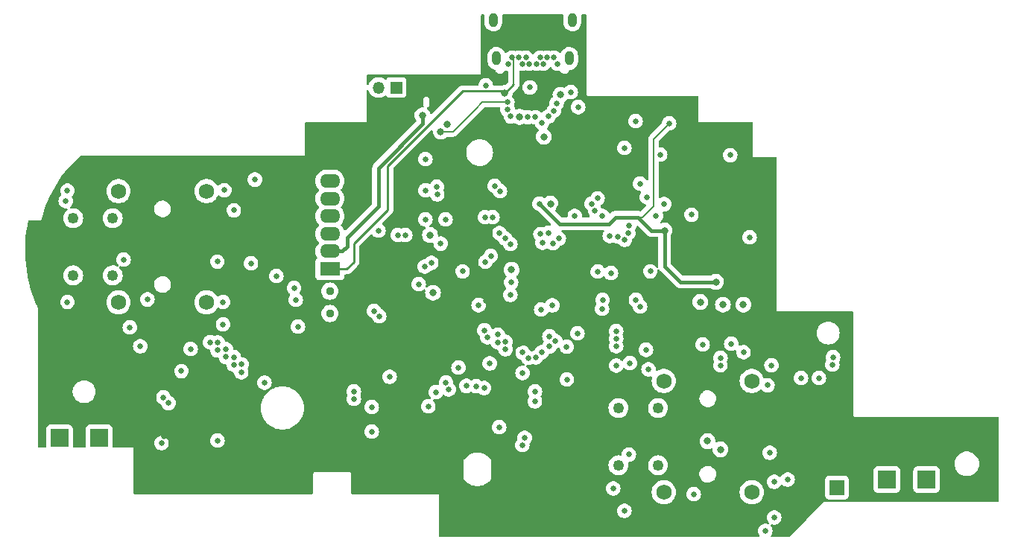
<source format=gbr>
G04 #@! TF.GenerationSoftware,KiCad,Pcbnew,7.0.2*
G04 #@! TF.CreationDate,2023-06-19T11:15:08-07:00*
G04 #@! TF.ProjectId,procon_gcc_main_pcb,70726f63-6f6e-45f6-9763-635f6d61696e,1*
G04 #@! TF.SameCoordinates,Original*
G04 #@! TF.FileFunction,Copper,L3,Inr*
G04 #@! TF.FilePolarity,Positive*
%FSLAX46Y46*%
G04 Gerber Fmt 4.6, Leading zero omitted, Abs format (unit mm)*
G04 Created by KiCad (PCBNEW 7.0.2) date 2023-06-19 11:15:08*
%MOMM*%
%LPD*%
G01*
G04 APERTURE LIST*
G04 #@! TA.AperFunction,ComponentPad*
%ADD10R,1.700000X1.700000*%
G04 #@! TD*
G04 #@! TA.AperFunction,ComponentPad*
%ADD11R,2.300000X1.600000*%
G04 #@! TD*
G04 #@! TA.AperFunction,ComponentPad*
%ADD12O,2.300000X1.600000*%
G04 #@! TD*
G04 #@! TA.AperFunction,ComponentPad*
%ADD13R,2.000000X2.000000*%
G04 #@! TD*
G04 #@! TA.AperFunction,ComponentPad*
%ADD14C,1.750000*%
G04 #@! TD*
G04 #@! TA.AperFunction,ComponentPad*
%ADD15C,1.250000*%
G04 #@! TD*
G04 #@! TA.AperFunction,ComponentPad*
%ADD16R,1.350000X1.350000*%
G04 #@! TD*
G04 #@! TA.AperFunction,ComponentPad*
%ADD17O,1.350000X1.350000*%
G04 #@! TD*
G04 #@! TA.AperFunction,ComponentPad*
%ADD18C,0.650000*%
G04 #@! TD*
G04 #@! TA.AperFunction,ComponentPad*
%ADD19O,1.000000X1.600000*%
G04 #@! TD*
G04 #@! TA.AperFunction,ViaPad*
%ADD20C,0.650000*%
G04 #@! TD*
G04 #@! TA.AperFunction,ViaPad*
%ADD21C,0.800000*%
G04 #@! TD*
G04 #@! TA.AperFunction,ViaPad*
%ADD22C,0.950000*%
G04 #@! TD*
G04 #@! TA.AperFunction,Conductor*
%ADD23C,0.400000*%
G04 #@! TD*
G04 #@! TA.AperFunction,Conductor*
%ADD24C,0.150000*%
G04 #@! TD*
G04 #@! TA.AperFunction,Conductor*
%ADD25C,0.250000*%
G04 #@! TD*
G04 #@! TA.AperFunction,Conductor*
%ADD26C,0.200000*%
G04 #@! TD*
G04 APERTURE END LIST*
D10*
X172983595Y-145804174D03*
D11*
X115400000Y-120950000D03*
D12*
X115400000Y-118950000D03*
X115400000Y-116950000D03*
X115400000Y-114950000D03*
X115400000Y-112950000D03*
X115400000Y-110950000D03*
D13*
X178675000Y-144906500D03*
X84675000Y-140125000D03*
D14*
X153320200Y-133697000D03*
X153320200Y-146347000D03*
X163320200Y-133697000D03*
X163320200Y-146347000D03*
D15*
X152670200Y-136772000D03*
X152670200Y-143272000D03*
X148170200Y-136772000D03*
X148170200Y-143272000D03*
D16*
X122920000Y-100330000D03*
D17*
X120920000Y-100330000D03*
D18*
X135660000Y-97625000D03*
X136060000Y-96925000D03*
X136860000Y-96925000D03*
X137260000Y-97625000D03*
X137660000Y-96925000D03*
X138060000Y-97625000D03*
X138860000Y-97625000D03*
X139260000Y-96925000D03*
X139660000Y-97625000D03*
X140060000Y-96925000D03*
X140860000Y-96925000D03*
X141260000Y-97625000D03*
D19*
X142950000Y-92635000D03*
X142590000Y-97025000D03*
X134330000Y-97025000D03*
X133970000Y-92635000D03*
D14*
X91377000Y-112107600D03*
X91377000Y-124757600D03*
X101377000Y-112107600D03*
X101377000Y-124757600D03*
D15*
X90727000Y-115182600D03*
X90727000Y-121682600D03*
X86227000Y-115182600D03*
X86227000Y-121682600D03*
D13*
X89175000Y-140125000D03*
X183175000Y-144906500D03*
D20*
X93726331Y-126862917D03*
X134620000Y-114046000D03*
X130562373Y-127876914D03*
X168667000Y-149234000D03*
X142970303Y-119602303D03*
X133110093Y-124574727D03*
X88535000Y-126744000D03*
X167905000Y-142630000D03*
X127054837Y-132259660D03*
X151395000Y-148980000D03*
X127985961Y-142771665D03*
X136906432Y-129527645D03*
X152146000Y-104394000D03*
D21*
X119634000Y-112870000D03*
D20*
X120142000Y-123698000D03*
X145288000Y-127762000D03*
D21*
X119634000Y-109456500D03*
D20*
X150125000Y-135772000D03*
D21*
X141478000Y-114046000D03*
X119634000Y-105967500D03*
X122428000Y-123952000D03*
D20*
X105020929Y-121684734D03*
X155702000Y-149352000D03*
X143500453Y-123854037D03*
X88027000Y-114298000D03*
X138675176Y-132700935D03*
X107208063Y-113292025D03*
X96520000Y-139954000D03*
X107037293Y-126541343D03*
X137028008Y-117460000D03*
X167894000Y-135890000D03*
X156718000Y-109982000D03*
X132588000Y-139700000D03*
X142748000Y-100838000D03*
X120904000Y-116586000D03*
X145804133Y-112938500D03*
X133096000Y-100076000D03*
X143221104Y-114944030D03*
D21*
X127107283Y-123666449D03*
D20*
X150114000Y-104140000D03*
X120142000Y-139446000D03*
X106417379Y-120315295D03*
X103267000Y-124712000D03*
X152908000Y-107950000D03*
X132295074Y-125071565D03*
X96251364Y-140759909D03*
X134620000Y-138938000D03*
X165873000Y-145170000D03*
D21*
X139700000Y-105918000D03*
D20*
X94658085Y-124431035D03*
X149481155Y-131664147D03*
X163068000Y-117348000D03*
X111760000Y-127508000D03*
X145825146Y-121260797D03*
X165365000Y-141868000D03*
X143510000Y-128270000D03*
X170942000Y-133350000D03*
X120142000Y-136652000D03*
X102600819Y-120120673D03*
X165558656Y-131908586D03*
X93841951Y-129753459D03*
X125476000Y-122682000D03*
X102616000Y-140462000D03*
D21*
X157480000Y-124714000D03*
D20*
X103395240Y-111997354D03*
X85578500Y-112054911D03*
D21*
X140462000Y-113538000D03*
D20*
X85578500Y-124712000D03*
X147585000Y-145932000D03*
X164857000Y-150758000D03*
X156718000Y-146558000D03*
X151788505Y-121225927D03*
X135988986Y-122489828D03*
X153924000Y-104394000D03*
X96486350Y-135568701D03*
X139192000Y-113538000D03*
X172466000Y-131826000D03*
D21*
X153416000Y-116586000D03*
X159258000Y-122428000D03*
D20*
X159766000Y-131064000D03*
X99568000Y-130048000D03*
X98532731Y-132568731D03*
X172548500Y-130980513D03*
X159750995Y-131913370D03*
X97059568Y-136218201D03*
D21*
X160046410Y-125022965D03*
D20*
X162376218Y-130414500D03*
D21*
X162368205Y-125022965D03*
X135250000Y-100950000D03*
X141600000Y-101150000D03*
D20*
X135889284Y-123917342D03*
X140655008Y-125103788D03*
D21*
X125910445Y-103485736D03*
X136951582Y-103667026D03*
D20*
X148844000Y-107188000D03*
X160871714Y-108012111D03*
X135560000Y-102010000D03*
X141150037Y-102109750D03*
D21*
X127988555Y-105343940D03*
D20*
X127552150Y-111614186D03*
X134112000Y-111506000D03*
X135580464Y-102859256D03*
X140859500Y-102955721D03*
X139490000Y-104340000D03*
X150169000Y-124460000D03*
D22*
X115399875Y-126024784D03*
D20*
X138725000Y-103700000D03*
X150622000Y-111252000D03*
X146370500Y-124460000D03*
X153388660Y-113593849D03*
X145127916Y-113538000D03*
X152443077Y-114896437D03*
X145521157Y-114366463D03*
X146355074Y-114943530D03*
X156457671Y-114790556D03*
X102638667Y-129310618D03*
X132954745Y-127933292D03*
X133288465Y-128714500D03*
X102597604Y-130199504D03*
X103612047Y-130088267D03*
X134468986Y-128424319D03*
X134455541Y-129285586D03*
X103587142Y-130960994D03*
X135349887Y-129239062D03*
X104475631Y-131002427D03*
X135343064Y-130093708D03*
X104464757Y-131861123D03*
X105359559Y-131816120D03*
X137299911Y-130464500D03*
X137922000Y-131064000D03*
X105322545Y-132700957D03*
X150622000Y-125222000D03*
X146304000Y-125476000D03*
X137875497Y-103700000D03*
X151384000Y-112776000D03*
X138110500Y-100325000D03*
D22*
X115393423Y-123482711D03*
D20*
X135952868Y-103627332D03*
X140240000Y-103600000D03*
X134712689Y-112106689D03*
X127585799Y-112489066D03*
X143600000Y-102550000D03*
X130460546Y-121226096D03*
X147320000Y-121412000D03*
X151584478Y-132387522D03*
X165106351Y-134191230D03*
X165873000Y-149234000D03*
X168910000Y-133350000D03*
X135890000Y-118110000D03*
X126238000Y-115316000D03*
X126238000Y-112014000D03*
X135289311Y-117485500D03*
X134671163Y-116886000D03*
X126238000Y-108458000D03*
X151308546Y-130152209D03*
X138773731Y-131031781D03*
X139438596Y-130432281D03*
X157734000Y-129540000D03*
X160988701Y-129462658D03*
X101789256Y-129298146D03*
X111506000Y-124460000D03*
X137515984Y-140168988D03*
D21*
X158289061Y-140543759D03*
D20*
X139405270Y-125570588D03*
X140316540Y-129785101D03*
X137247348Y-140974897D03*
D21*
X159766000Y-141478000D03*
D20*
X167397000Y-144916000D03*
X148855000Y-148472000D03*
X133858000Y-115062000D03*
X149384122Y-116050151D03*
X85375221Y-113236927D03*
X106869300Y-110801928D03*
X127987924Y-118081924D03*
X133008554Y-115071795D03*
X128524000Y-115316000D03*
X91948000Y-119888000D03*
X120396000Y-125730000D03*
X138684000Y-134874000D03*
X147919500Y-128016000D03*
X147198879Y-117213045D03*
X141404177Y-117497313D03*
X132000173Y-134288316D03*
X127432841Y-134967501D03*
X118110000Y-134882500D03*
X92662542Y-127596428D03*
X103267000Y-127252000D03*
X109315105Y-121762452D03*
X104473364Y-114290045D03*
X149352000Y-142063488D03*
X107962872Y-133883745D03*
D21*
X136030294Y-121057593D03*
X126766222Y-117099496D03*
X128751620Y-104486351D03*
D20*
X123102497Y-117094000D03*
X126167632Y-120689085D03*
X133072036Y-120142000D03*
X126910268Y-120276596D03*
X133671536Y-119468777D03*
X123952000Y-117094000D03*
X133548657Y-131702501D03*
X140340984Y-128624884D03*
X148873233Y-117647016D03*
X122174000Y-133233500D03*
X142305553Y-129811740D03*
X130005677Y-132178963D03*
X142311493Y-133531152D03*
X147919500Y-129744441D03*
X140205307Y-116837159D03*
X126573027Y-136571982D03*
X120996689Y-126330689D03*
X139525184Y-117975142D03*
X138671220Y-136025083D03*
X148109237Y-117275581D03*
X130887178Y-134256953D03*
X128906167Y-134655907D03*
X118110000Y-135732003D03*
X147919500Y-128865503D03*
X140747854Y-118036659D03*
X111320153Y-123112063D03*
X139325404Y-117003791D03*
X149293981Y-116894857D03*
X147919500Y-131948063D03*
X137283380Y-132782656D03*
X141035477Y-129161171D03*
X132908956Y-134502055D03*
X128588745Y-133855475D03*
D23*
X147066000Y-115824000D02*
X147828000Y-115062000D01*
X141478000Y-115824000D02*
X147066000Y-115824000D01*
D24*
X152146000Y-106172000D02*
X152146000Y-113792000D01*
D23*
X151892000Y-116586000D02*
X153416000Y-116586000D01*
X139192000Y-113538000D02*
X141478000Y-115824000D01*
X153416000Y-116586000D02*
X153416000Y-120650000D01*
X153416000Y-120650000D02*
X155194000Y-122428000D01*
D24*
X150876000Y-115062000D02*
X150368000Y-115062000D01*
D23*
X155194000Y-122428000D02*
X159258000Y-122428000D01*
X147828000Y-115062000D02*
X150368000Y-115062000D01*
D24*
X152146000Y-113792000D02*
X150876000Y-115062000D01*
X153924000Y-104394000D02*
X152146000Y-106172000D01*
D23*
X150368000Y-115062000D02*
X151892000Y-116586000D01*
D25*
X130484499Y-100729155D02*
X121985000Y-109228654D01*
X135300000Y-100950000D02*
X135250000Y-100950000D01*
X115400000Y-120950000D02*
X117302000Y-120950000D01*
D26*
X136289295Y-97378389D02*
X136289295Y-99960705D01*
D25*
X117302000Y-120950000D02*
X118110000Y-120142000D01*
X135029155Y-100729155D02*
X130484499Y-100729155D01*
D26*
X136268948Y-97133948D02*
X136268948Y-97358042D01*
D25*
X121985000Y-109228654D02*
X121985000Y-114215000D01*
X135250000Y-100950000D02*
X135029155Y-100729155D01*
X136289295Y-99960705D02*
X135300000Y-100950000D01*
X121985000Y-114215000D02*
X118110000Y-118090000D01*
D26*
X136268948Y-97358042D02*
X136289295Y-97378389D01*
X136060000Y-96925000D02*
X136268948Y-97133948D01*
D25*
X118110000Y-118090000D02*
X118110000Y-120142000D01*
D23*
X125910445Y-104467555D02*
X120904000Y-109474000D01*
X120904000Y-113792000D02*
X117348000Y-117348000D01*
X117348000Y-118364000D02*
X116762000Y-118950000D01*
X125910445Y-103485736D02*
X125910445Y-104467555D01*
X116762000Y-118950000D02*
X115400000Y-118950000D01*
X120904000Y-109474000D02*
X120904000Y-113792000D01*
X117348000Y-117348000D02*
X117348000Y-118364000D01*
D24*
X135560000Y-102010000D02*
X132685911Y-102010000D01*
X132685911Y-102010000D02*
X131902879Y-102793032D01*
X131902879Y-102793032D02*
X129351971Y-105343940D01*
X129351971Y-105343940D02*
X127988555Y-105343940D01*
G04 #@! TA.AperFunction,Conductor*
G36*
X132929348Y-92034543D02*
G01*
X132975103Y-92087347D01*
X132985047Y-92156505D01*
X132983776Y-92163788D01*
X132974940Y-92206784D01*
X132969499Y-92233261D01*
X132969500Y-92982600D01*
X132969500Y-92985742D01*
X132969816Y-92988853D01*
X132969817Y-92988865D01*
X132984926Y-93137440D01*
X133015868Y-93236058D01*
X133045841Y-93331588D01*
X133144591Y-93509502D01*
X133277134Y-93663895D01*
X133438042Y-93788448D01*
X133620729Y-93878060D01*
X133817715Y-93929063D01*
X134020936Y-93939369D01*
X134020936Y-93939368D01*
X134020937Y-93939369D01*
X134222071Y-93908556D01*
X134304413Y-93878060D01*
X134412887Y-93837886D01*
X134585571Y-93730252D01*
X134733053Y-93590059D01*
X134849295Y-93423049D01*
X134929540Y-93236058D01*
X134970500Y-93036741D01*
X134970500Y-92284258D01*
X134956989Y-92151403D01*
X134969792Y-92082716D01*
X135017696Y-92031854D01*
X135080354Y-92014858D01*
X141842309Y-92014858D01*
X141909348Y-92034543D01*
X141955103Y-92087347D01*
X141965047Y-92156505D01*
X141963776Y-92163788D01*
X141949500Y-92233259D01*
X141949500Y-92985742D01*
X141949816Y-92988853D01*
X141949817Y-92988865D01*
X141964926Y-93137440D01*
X141995868Y-93236058D01*
X142025841Y-93331588D01*
X142124591Y-93509502D01*
X142257134Y-93663895D01*
X142418042Y-93788448D01*
X142600729Y-93878060D01*
X142797715Y-93929063D01*
X143000936Y-93939369D01*
X143000936Y-93939368D01*
X143000937Y-93939369D01*
X143202071Y-93908556D01*
X143284413Y-93878060D01*
X143392887Y-93837886D01*
X143565571Y-93730252D01*
X143713053Y-93590059D01*
X143829295Y-93423049D01*
X143909540Y-93236058D01*
X143950500Y-93036741D01*
X143950500Y-92284258D01*
X143936989Y-92151403D01*
X143949792Y-92082716D01*
X143997696Y-92031854D01*
X144060354Y-92014858D01*
X144431725Y-92014858D01*
X144498764Y-92034543D01*
X144544519Y-92087347D01*
X144555725Y-92138858D01*
X144555725Y-101078220D01*
X144551500Y-101110311D01*
X144550416Y-101114356D01*
X144550416Y-101114357D01*
X144550416Y-101114358D01*
X144555725Y-101134171D01*
X144555725Y-101134172D01*
X144571290Y-101192262D01*
X144628320Y-101249293D01*
X144706225Y-101270167D01*
X144710271Y-101269082D01*
X144742363Y-101264858D01*
X157131725Y-101264858D01*
X157198764Y-101284543D01*
X157244519Y-101337347D01*
X157255725Y-101388858D01*
X157255725Y-104078220D01*
X157251500Y-104110311D01*
X157250416Y-104114356D01*
X157250416Y-104114357D01*
X157250416Y-104114358D01*
X157255725Y-104134171D01*
X157255725Y-104134172D01*
X157271290Y-104192262D01*
X157328320Y-104249293D01*
X157406225Y-104270167D01*
X157410271Y-104269082D01*
X157442363Y-104264858D01*
X163331725Y-104264858D01*
X163398764Y-104284543D01*
X163444519Y-104337347D01*
X163455725Y-104388858D01*
X163455725Y-108078220D01*
X163451500Y-108110311D01*
X163450416Y-108114356D01*
X163450416Y-108114357D01*
X163450416Y-108114358D01*
X163455725Y-108134171D01*
X163455725Y-108134172D01*
X163471290Y-108192262D01*
X163528320Y-108249293D01*
X163606225Y-108270167D01*
X163610271Y-108269082D01*
X163642363Y-108264858D01*
X166031725Y-108264858D01*
X166098764Y-108284543D01*
X166144519Y-108337347D01*
X166155725Y-108388858D01*
X166155725Y-125578220D01*
X166151500Y-125610311D01*
X166150416Y-125614356D01*
X166150416Y-125614357D01*
X166150416Y-125614358D01*
X166155725Y-125634171D01*
X166155725Y-125634172D01*
X166159585Y-125648579D01*
X166170257Y-125688410D01*
X166171290Y-125692262D01*
X166228320Y-125749293D01*
X166306225Y-125770167D01*
X166310271Y-125769082D01*
X166342363Y-125764858D01*
X174731725Y-125764858D01*
X174798764Y-125784543D01*
X174844519Y-125837347D01*
X174855725Y-125888858D01*
X174855725Y-137578219D01*
X174851500Y-137610310D01*
X174850416Y-137614355D01*
X174850416Y-137614356D01*
X174855725Y-137634170D01*
X174868647Y-137682399D01*
X174871290Y-137692261D01*
X174928320Y-137749292D01*
X175006225Y-137770166D01*
X175010271Y-137769081D01*
X175042363Y-137764857D01*
X191281725Y-137764857D01*
X191348764Y-137784542D01*
X191394519Y-137837346D01*
X191405725Y-137888857D01*
X191405725Y-147339857D01*
X191386040Y-147406896D01*
X191333236Y-147452651D01*
X191281725Y-147463857D01*
X171612134Y-147463857D01*
X171606915Y-147463203D01*
X171555307Y-147463857D01*
X171523216Y-147463857D01*
X171519971Y-147464304D01*
X171513996Y-147464379D01*
X171513993Y-147464380D01*
X171511910Y-147465619D01*
X171480663Y-147478794D01*
X171478324Y-147479420D01*
X171478320Y-147479423D01*
X171474089Y-147483654D01*
X171471506Y-147485663D01*
X171462299Y-147495105D01*
X171462299Y-147495106D01*
X171449137Y-147508605D01*
X171430889Y-147526852D01*
X171412639Y-147545102D01*
X171409460Y-147549298D01*
X167629267Y-151426421D01*
X167568373Y-151460680D01*
X167540483Y-151463857D01*
X165610772Y-151463857D01*
X165543733Y-151444172D01*
X165497978Y-151391368D01*
X165488034Y-151322210D01*
X165517059Y-151258654D01*
X165518621Y-151256885D01*
X165528522Y-151245889D01*
X165615286Y-151095611D01*
X165668908Y-150930576D01*
X165687047Y-150758000D01*
X165668908Y-150585424D01*
X165615286Y-150420389D01*
X165528522Y-150270111D01*
X165488369Y-150225516D01*
X165458139Y-150162525D01*
X165466764Y-150093189D01*
X165511506Y-150039524D01*
X165578158Y-150018566D01*
X165606300Y-150021254D01*
X165786234Y-150059500D01*
X165786236Y-150059500D01*
X165959766Y-150059500D01*
X166129496Y-150023423D01*
X166129497Y-150023422D01*
X166129499Y-150023422D01*
X166288024Y-149952842D01*
X166428410Y-149850845D01*
X166544522Y-149721889D01*
X166631286Y-149571611D01*
X166684908Y-149406576D01*
X166703047Y-149234000D01*
X166684908Y-149061424D01*
X166631286Y-148896389D01*
X166544522Y-148746111D01*
X166428410Y-148617155D01*
X166288024Y-148515158D01*
X166288023Y-148515157D01*
X166129496Y-148444576D01*
X165959766Y-148408500D01*
X165959764Y-148408500D01*
X165786236Y-148408500D01*
X165786234Y-148408500D01*
X165616505Y-148444576D01*
X165457975Y-148515158D01*
X165317589Y-148617156D01*
X165201477Y-148746111D01*
X165114713Y-148896389D01*
X165061093Y-149061420D01*
X165061092Y-149061424D01*
X165042953Y-149234000D01*
X165061092Y-149406576D01*
X165061093Y-149406579D01*
X165114713Y-149571610D01*
X165201477Y-149721888D01*
X165241630Y-149766483D01*
X165271860Y-149829474D01*
X165263235Y-149898810D01*
X165218493Y-149952475D01*
X165151841Y-149973433D01*
X165123700Y-149970745D01*
X164943767Y-149932500D01*
X164943764Y-149932500D01*
X164770236Y-149932500D01*
X164770234Y-149932500D01*
X164600505Y-149968576D01*
X164441975Y-150039158D01*
X164301589Y-150141156D01*
X164185477Y-150270111D01*
X164098713Y-150420389D01*
X164045093Y-150585420D01*
X164045092Y-150585424D01*
X164026953Y-150758000D01*
X164045092Y-150930576D01*
X164045093Y-150930579D01*
X164098713Y-151095610D01*
X164185475Y-151245886D01*
X164195379Y-151256885D01*
X164225608Y-151319877D01*
X164216982Y-151389212D01*
X164172241Y-151442878D01*
X164105588Y-151463835D01*
X164103228Y-151463857D01*
X127930726Y-151463857D01*
X127863687Y-151444172D01*
X127817932Y-151391368D01*
X127806726Y-151339857D01*
X127806726Y-148472000D01*
X148024953Y-148472000D01*
X148043092Y-148644576D01*
X148043093Y-148644579D01*
X148096713Y-148809610D01*
X148146816Y-148896389D01*
X148183478Y-148959889D01*
X148299590Y-149088845D01*
X148439975Y-149190841D01*
X148439976Y-149190842D01*
X148598503Y-149261423D01*
X148768234Y-149297500D01*
X148768236Y-149297500D01*
X148941766Y-149297500D01*
X149111496Y-149261423D01*
X149111497Y-149261422D01*
X149111499Y-149261422D01*
X149270024Y-149190842D01*
X149410410Y-149088845D01*
X149526522Y-148959889D01*
X149613286Y-148809611D01*
X149666908Y-148644576D01*
X149685047Y-148472000D01*
X149666908Y-148299424D01*
X149613286Y-148134389D01*
X149526522Y-147984111D01*
X149410410Y-147855155D01*
X149270024Y-147753158D01*
X149270023Y-147753157D01*
X149111496Y-147682576D01*
X148941766Y-147646500D01*
X148941764Y-147646500D01*
X148768236Y-147646500D01*
X148768234Y-147646500D01*
X148598505Y-147682576D01*
X148439975Y-147753158D01*
X148299589Y-147855156D01*
X148183477Y-147984111D01*
X148096713Y-148134389D01*
X148043093Y-148299420D01*
X148043092Y-148299424D01*
X148024953Y-148472000D01*
X127806726Y-148472000D01*
X127806726Y-146750495D01*
X127810951Y-146718402D01*
X127812035Y-146714356D01*
X127791161Y-146636454D01*
X127791161Y-146636453D01*
X127784291Y-146629583D01*
X127734131Y-146579422D01*
X127734128Y-146579421D01*
X127656227Y-146558548D01*
X127656226Y-146558548D01*
X127652179Y-146559632D01*
X127620088Y-146563857D01*
X117930726Y-146563857D01*
X117863687Y-146544172D01*
X117817932Y-146491368D01*
X117806726Y-146439857D01*
X117806726Y-145932000D01*
X146754953Y-145932000D01*
X146773092Y-146104576D01*
X146773093Y-146104579D01*
X146826713Y-146269610D01*
X146906036Y-146406999D01*
X146913478Y-146419889D01*
X147029590Y-146548845D01*
X147150173Y-146636454D01*
X147169976Y-146650842D01*
X147328503Y-146721423D01*
X147498234Y-146757500D01*
X147498236Y-146757500D01*
X147671766Y-146757500D01*
X147841496Y-146721423D01*
X147841497Y-146721422D01*
X147841499Y-146721422D01*
X148000024Y-146650842D01*
X148140410Y-146548845D01*
X148256522Y-146419889D01*
X148298605Y-146347000D01*
X151939985Y-146347000D01*
X151958809Y-146574170D01*
X151958809Y-146574172D01*
X151958810Y-146574176D01*
X152014770Y-146795155D01*
X152014771Y-146795158D01*
X152106336Y-147003906D01*
X152106338Y-147003909D01*
X152231017Y-147194745D01*
X152385406Y-147362456D01*
X152565294Y-147502469D01*
X152765774Y-147610963D01*
X152819674Y-147629467D01*
X152981374Y-147684980D01*
X153206223Y-147722500D01*
X153434177Y-147722500D01*
X153659025Y-147684980D01*
X153771111Y-147646500D01*
X153874626Y-147610963D01*
X154075106Y-147502469D01*
X154254994Y-147362456D01*
X154409383Y-147194745D01*
X154534062Y-147003909D01*
X154625630Y-146795155D01*
X154681590Y-146574176D01*
X154682930Y-146558000D01*
X155887953Y-146558000D01*
X155906092Y-146730576D01*
X155906093Y-146730579D01*
X155959713Y-146895610D01*
X156026750Y-147011719D01*
X156046478Y-147045889D01*
X156162590Y-147174845D01*
X156302976Y-147276841D01*
X156302976Y-147276842D01*
X156461503Y-147347423D01*
X156631234Y-147383500D01*
X156631236Y-147383500D01*
X156804766Y-147383500D01*
X156974496Y-147347423D01*
X156974497Y-147347422D01*
X156974499Y-147347422D01*
X157133024Y-147276842D01*
X157273410Y-147174845D01*
X157389522Y-147045889D01*
X157476286Y-146895611D01*
X157529908Y-146730576D01*
X157548047Y-146558000D01*
X157529908Y-146385424D01*
X157517424Y-146347000D01*
X161939985Y-146347000D01*
X161958809Y-146574170D01*
X161958809Y-146574172D01*
X161958810Y-146574176D01*
X162014770Y-146795155D01*
X162014771Y-146795158D01*
X162106336Y-147003906D01*
X162106338Y-147003909D01*
X162231017Y-147194745D01*
X162385406Y-147362456D01*
X162565294Y-147502469D01*
X162765774Y-147610963D01*
X162819674Y-147629467D01*
X162981374Y-147684980D01*
X163206223Y-147722500D01*
X163434177Y-147722500D01*
X163659025Y-147684980D01*
X163771111Y-147646500D01*
X163874626Y-147610963D01*
X164075106Y-147502469D01*
X164254994Y-147362456D01*
X164409383Y-147194745D01*
X164534062Y-147003909D01*
X164625630Y-146795155D01*
X164650043Y-146698752D01*
X171633095Y-146698752D01*
X171633096Y-146702046D01*
X171633448Y-146705326D01*
X171633449Y-146705333D01*
X171639504Y-146761658D01*
X171650919Y-146792262D01*
X171689799Y-146896505D01*
X171776049Y-147011720D01*
X171891264Y-147097970D01*
X172026112Y-147148265D01*
X172085722Y-147154674D01*
X173881467Y-147154673D01*
X173941078Y-147148265D01*
X174075926Y-147097970D01*
X174191141Y-147011720D01*
X174277391Y-146896505D01*
X174327686Y-146761657D01*
X174334095Y-146702047D01*
X174334095Y-145951078D01*
X177174500Y-145951078D01*
X177174501Y-145954372D01*
X177180909Y-146013983D01*
X177231204Y-146148831D01*
X177317454Y-146264046D01*
X177432669Y-146350296D01*
X177567517Y-146400591D01*
X177627127Y-146407000D01*
X179722872Y-146406999D01*
X179782483Y-146400591D01*
X179917331Y-146350296D01*
X180032546Y-146264046D01*
X180118796Y-146148831D01*
X180169091Y-146013983D01*
X180175500Y-145954373D01*
X180175500Y-145951078D01*
X181674500Y-145951078D01*
X181674501Y-145954372D01*
X181680909Y-146013983D01*
X181731204Y-146148831D01*
X181817454Y-146264046D01*
X181932669Y-146350296D01*
X182067517Y-146400591D01*
X182127127Y-146407000D01*
X184222872Y-146406999D01*
X184282483Y-146400591D01*
X184417331Y-146350296D01*
X184532546Y-146264046D01*
X184618796Y-146148831D01*
X184669091Y-146013983D01*
X184675500Y-145954373D01*
X184675499Y-143858628D01*
X184669091Y-143799017D01*
X184618796Y-143664169D01*
X184532546Y-143548954D01*
X184417331Y-143462704D01*
X184282483Y-143412409D01*
X184222873Y-143406000D01*
X184219550Y-143406000D01*
X182130439Y-143406000D01*
X182130420Y-143406000D01*
X182127128Y-143406001D01*
X182123848Y-143406353D01*
X182123840Y-143406354D01*
X182067515Y-143412409D01*
X181932669Y-143462704D01*
X181817454Y-143548954D01*
X181731204Y-143664168D01*
X181680910Y-143799015D01*
X181680909Y-143799017D01*
X181674500Y-143858627D01*
X181674500Y-143861948D01*
X181674500Y-143861949D01*
X181674500Y-145951060D01*
X181674500Y-145951078D01*
X180175500Y-145951078D01*
X180175499Y-143858628D01*
X180169091Y-143799017D01*
X180118796Y-143664169D01*
X180032546Y-143548954D01*
X179917331Y-143462704D01*
X179782483Y-143412409D01*
X179722873Y-143406000D01*
X179719550Y-143406000D01*
X177630439Y-143406000D01*
X177630420Y-143406000D01*
X177627128Y-143406001D01*
X177623848Y-143406353D01*
X177623840Y-143406354D01*
X177567515Y-143412409D01*
X177432669Y-143462704D01*
X177317454Y-143548954D01*
X177231204Y-143664168D01*
X177180910Y-143799015D01*
X177180909Y-143799017D01*
X177174500Y-143858627D01*
X177174500Y-143861948D01*
X177174500Y-143861949D01*
X177174500Y-145951060D01*
X177174500Y-145951078D01*
X174334095Y-145951078D01*
X174334094Y-144906302D01*
X174327686Y-144846691D01*
X174277391Y-144711843D01*
X174191141Y-144596628D01*
X174075926Y-144510378D01*
X173941078Y-144460083D01*
X173881468Y-144453674D01*
X173878145Y-144453674D01*
X172089034Y-144453674D01*
X172089015Y-144453674D01*
X172085723Y-144453675D01*
X172082443Y-144454027D01*
X172082435Y-144454028D01*
X172026110Y-144460083D01*
X171891264Y-144510378D01*
X171776049Y-144596628D01*
X171689799Y-144711842D01*
X171639504Y-144846690D01*
X171635721Y-144881881D01*
X171633095Y-144906301D01*
X171633095Y-144909622D01*
X171633095Y-144909623D01*
X171633095Y-146698734D01*
X171633095Y-146698752D01*
X164650043Y-146698752D01*
X164681590Y-146574176D01*
X164700414Y-146347000D01*
X164681590Y-146119824D01*
X164625630Y-145898845D01*
X164534062Y-145690091D01*
X164409383Y-145499255D01*
X164254994Y-145331544D01*
X164075106Y-145191531D01*
X164035320Y-145170000D01*
X165042953Y-145170000D01*
X165061092Y-145342576D01*
X165061093Y-145342579D01*
X165114713Y-145507610D01*
X165188172Y-145634842D01*
X165201478Y-145657889D01*
X165317590Y-145786845D01*
X165457975Y-145888842D01*
X165457976Y-145888842D01*
X165616503Y-145959423D01*
X165786234Y-145995500D01*
X165786236Y-145995500D01*
X165959766Y-145995500D01*
X166129496Y-145959423D01*
X166129497Y-145959422D01*
X166129499Y-145959422D01*
X166288024Y-145888842D01*
X166428410Y-145786845D01*
X166544522Y-145657889D01*
X166619238Y-145528477D01*
X166669805Y-145480262D01*
X166738412Y-145467039D01*
X166803277Y-145493007D01*
X166818767Y-145507498D01*
X166841590Y-145532845D01*
X166926298Y-145594389D01*
X166981976Y-145634842D01*
X167140503Y-145705423D01*
X167310234Y-145741500D01*
X167310236Y-145741500D01*
X167483766Y-145741500D01*
X167653496Y-145705423D01*
X167653497Y-145705422D01*
X167653499Y-145705422D01*
X167812024Y-145634842D01*
X167952410Y-145532845D01*
X168068522Y-145403889D01*
X168155286Y-145253611D01*
X168208908Y-145088576D01*
X168227047Y-144916000D01*
X168208908Y-144743424D01*
X168155286Y-144578389D01*
X168068522Y-144428111D01*
X167952410Y-144299155D01*
X167812024Y-144197158D01*
X167812023Y-144197157D01*
X167653496Y-144126576D01*
X167483766Y-144090500D01*
X167483764Y-144090500D01*
X167310236Y-144090500D01*
X167310234Y-144090500D01*
X167140505Y-144126576D01*
X166981975Y-144197158D01*
X166876752Y-144273608D01*
X166859050Y-144286470D01*
X166841589Y-144299156D01*
X166725478Y-144428109D01*
X166650761Y-144557522D01*
X166600193Y-144605737D01*
X166531586Y-144618959D01*
X166466721Y-144592991D01*
X166451224Y-144578493D01*
X166428410Y-144553155D01*
X166300308Y-144460083D01*
X166288023Y-144451157D01*
X166129496Y-144380576D01*
X165959766Y-144344500D01*
X165959764Y-144344500D01*
X165786236Y-144344500D01*
X165786234Y-144344500D01*
X165616505Y-144380576D01*
X165457975Y-144451158D01*
X165317589Y-144553156D01*
X165201477Y-144682111D01*
X165114713Y-144832389D01*
X165061093Y-144997420D01*
X165061092Y-144997424D01*
X165042953Y-145170000D01*
X164035320Y-145170000D01*
X163874626Y-145083037D01*
X163874625Y-145083036D01*
X163874624Y-145083036D01*
X163659025Y-145009019D01*
X163434177Y-144971500D01*
X163206223Y-144971500D01*
X162981374Y-145009019D01*
X162765775Y-145083036D01*
X162723048Y-145106159D01*
X162565294Y-145191531D01*
X162565292Y-145191532D01*
X162565291Y-145191533D01*
X162385409Y-145331541D01*
X162385406Y-145331543D01*
X162385406Y-145331544D01*
X162231017Y-145499255D01*
X162225558Y-145507611D01*
X162106336Y-145690093D01*
X162014771Y-145898841D01*
X162014769Y-145898845D01*
X162014770Y-145898845D01*
X161962672Y-146104576D01*
X161958809Y-146119829D01*
X161939985Y-146347000D01*
X157517424Y-146347000D01*
X157476286Y-146220389D01*
X157389522Y-146070111D01*
X157273410Y-145941155D01*
X157133024Y-145839158D01*
X157133023Y-145839157D01*
X156974496Y-145768576D01*
X156804766Y-145732500D01*
X156804764Y-145732500D01*
X156631236Y-145732500D01*
X156631234Y-145732500D01*
X156461505Y-145768576D01*
X156302975Y-145839158D01*
X156162589Y-145941156D01*
X156046477Y-146070111D01*
X155959713Y-146220389D01*
X155906093Y-146385420D01*
X155906092Y-146385424D01*
X155887953Y-146558000D01*
X154682930Y-146558000D01*
X154700414Y-146347000D01*
X154681590Y-146119824D01*
X154625630Y-145898845D01*
X154534062Y-145690091D01*
X154409383Y-145499255D01*
X154254994Y-145331544D01*
X154075106Y-145191531D01*
X153874626Y-145083037D01*
X153874625Y-145083036D01*
X153874624Y-145083036D01*
X153659025Y-145009019D01*
X153434177Y-144971500D01*
X153206223Y-144971500D01*
X152981374Y-145009019D01*
X152765775Y-145083036D01*
X152723048Y-145106159D01*
X152565294Y-145191531D01*
X152565292Y-145191532D01*
X152565291Y-145191533D01*
X152385409Y-145331541D01*
X152385406Y-145331543D01*
X152385406Y-145331544D01*
X152231017Y-145499255D01*
X152225558Y-145507611D01*
X152106336Y-145690093D01*
X152014771Y-145898841D01*
X152014769Y-145898845D01*
X152014770Y-145898845D01*
X151962672Y-146104576D01*
X151958809Y-146119829D01*
X151939985Y-146347000D01*
X148298605Y-146347000D01*
X148343286Y-146269611D01*
X148396908Y-146104576D01*
X148415047Y-145932000D01*
X148396908Y-145759424D01*
X148343286Y-145594389D01*
X148256522Y-145444111D01*
X148140410Y-145315155D01*
X148000024Y-145213158D01*
X148000023Y-145213157D01*
X147841496Y-145142576D01*
X147671766Y-145106500D01*
X147671764Y-145106500D01*
X147498236Y-145106500D01*
X147498234Y-145106500D01*
X147328505Y-145142576D01*
X147169975Y-145213158D01*
X147029589Y-145315156D01*
X146913477Y-145444111D01*
X146826713Y-145594389D01*
X146773093Y-145759420D01*
X146773092Y-145759424D01*
X146754953Y-145932000D01*
X117806726Y-145932000D01*
X117806726Y-144795135D01*
X130601868Y-144795135D01*
X130603385Y-144802829D01*
X130604654Y-144815818D01*
X130608475Y-144830080D01*
X130610354Y-144838170D01*
X130616582Y-144869748D01*
X130621289Y-144877901D01*
X130621290Y-144877902D01*
X130621291Y-144877904D01*
X130635955Y-144892568D01*
X130647514Y-144905904D01*
X130711406Y-144991202D01*
X130888007Y-145171165D01*
X130891236Y-145173683D01*
X130891238Y-145173685D01*
X131069896Y-145313017D01*
X131086831Y-145326224D01*
X131304394Y-145453664D01*
X131536883Y-145551250D01*
X131780226Y-145617274D01*
X132030156Y-145650577D01*
X132034258Y-145650577D01*
X132278194Y-145650577D01*
X132282296Y-145650577D01*
X132532226Y-145617274D01*
X132775569Y-145551250D01*
X133008058Y-145453664D01*
X133225621Y-145326224D01*
X133424445Y-145171165D01*
X133601046Y-144991202D01*
X133657375Y-144916000D01*
X133664936Y-144905906D01*
X133676495Y-144892568D01*
X133691161Y-144877904D01*
X133691161Y-144877900D01*
X133695868Y-144869749D01*
X133697233Y-144862821D01*
X133697236Y-144862819D01*
X133702106Y-144838117D01*
X133703970Y-144830097D01*
X133706726Y-144819814D01*
X133706726Y-144819807D01*
X133707800Y-144815799D01*
X133709069Y-144802814D01*
X133710583Y-144795136D01*
X133706726Y-144764937D01*
X133706726Y-143271999D01*
X147039878Y-143271999D01*
X147059123Y-143479698D01*
X147116205Y-143680319D01*
X147209178Y-143867035D01*
X147334882Y-144033494D01*
X147489026Y-144174014D01*
X147489028Y-144174015D01*
X147489029Y-144174016D01*
X147666372Y-144283823D01*
X147860873Y-144359173D01*
X148065907Y-144397500D01*
X148065909Y-144397500D01*
X148274491Y-144397500D01*
X148274493Y-144397500D01*
X148479527Y-144359173D01*
X148674028Y-144283823D01*
X148851371Y-144174016D01*
X149005518Y-144033493D01*
X149131219Y-143867038D01*
X149131219Y-143867036D01*
X149131221Y-143867035D01*
X149224194Y-143680319D01*
X149281276Y-143479698D01*
X149289944Y-143386155D01*
X149300522Y-143272000D01*
X149300522Y-143271999D01*
X151539878Y-143271999D01*
X151559123Y-143479698D01*
X151616205Y-143680319D01*
X151709178Y-143867035D01*
X151834882Y-144033494D01*
X151989026Y-144174014D01*
X151989028Y-144174015D01*
X151989029Y-144174016D01*
X152166372Y-144283823D01*
X152360873Y-144359173D01*
X152565907Y-144397500D01*
X152565909Y-144397500D01*
X152774491Y-144397500D01*
X152774493Y-144397500D01*
X152919515Y-144370391D01*
X157366023Y-144370391D01*
X157395296Y-144561474D01*
X157462435Y-144742752D01*
X157564688Y-144906803D01*
X157564689Y-144906804D01*
X157564691Y-144906807D01*
X157697877Y-145046919D01*
X157856542Y-145157353D01*
X158034188Y-145233587D01*
X158223544Y-145272500D01*
X158223545Y-145272500D01*
X158365264Y-145272500D01*
X158368406Y-145272500D01*
X158512521Y-145257845D01*
X158696968Y-145199974D01*
X158865991Y-145106159D01*
X159012668Y-144980240D01*
X159091884Y-144877901D01*
X159130995Y-144827375D01*
X159143043Y-144802814D01*
X159216130Y-144653816D01*
X159264585Y-144466674D01*
X159274376Y-144273610D01*
X159270834Y-144250491D01*
X159245103Y-144082525D01*
X159177964Y-143901247D01*
X159075711Y-143737196D01*
X159075710Y-143737195D01*
X159075709Y-143737193D01*
X158942523Y-143597081D01*
X158942522Y-143597080D01*
X158942521Y-143597079D01*
X158783858Y-143486647D01*
X158606211Y-143410412D01*
X158455767Y-143379496D01*
X158416856Y-143371500D01*
X158271994Y-143371500D01*
X158268883Y-143371816D01*
X158268870Y-143371817D01*
X158127876Y-143386155D01*
X157943432Y-143444026D01*
X157774411Y-143537839D01*
X157774408Y-143537841D01*
X157774409Y-143537841D01*
X157705406Y-143597079D01*
X157627729Y-143663763D01*
X157509404Y-143816624D01*
X157424270Y-143990183D01*
X157375815Y-144177327D01*
X157366023Y-144370391D01*
X152919515Y-144370391D01*
X152979527Y-144359173D01*
X153174028Y-144283823D01*
X153351371Y-144174016D01*
X153505518Y-144033493D01*
X153631219Y-143867038D01*
X153631219Y-143867036D01*
X153631221Y-143867035D01*
X153724194Y-143680319D01*
X153781276Y-143479698D01*
X153789944Y-143386155D01*
X153800522Y-143272000D01*
X153785510Y-143109999D01*
X186344699Y-143109999D01*
X186363865Y-143341299D01*
X186363865Y-143341301D01*
X186363866Y-143341305D01*
X186420843Y-143566300D01*
X186420844Y-143566303D01*
X186474582Y-143688812D01*
X186514076Y-143778849D01*
X186641021Y-143973153D01*
X186798216Y-144143913D01*
X186981374Y-144286470D01*
X187185497Y-144396936D01*
X187276301Y-144428109D01*
X187405015Y-144472297D01*
X187405017Y-144472297D01*
X187405019Y-144472298D01*
X187633951Y-144510500D01*
X187633952Y-144510500D01*
X187866048Y-144510500D01*
X187866049Y-144510500D01*
X188094981Y-144472298D01*
X188314503Y-144396936D01*
X188518626Y-144286470D01*
X188701784Y-144143913D01*
X188858979Y-143973153D01*
X188985924Y-143778849D01*
X189079157Y-143566300D01*
X189136134Y-143341305D01*
X189155300Y-143110000D01*
X189136134Y-142878695D01*
X189079157Y-142653700D01*
X188985924Y-142441151D01*
X188858979Y-142246847D01*
X188701784Y-142076087D01*
X188518626Y-141933530D01*
X188314503Y-141823064D01*
X188314499Y-141823062D01*
X188314498Y-141823062D01*
X188094984Y-141747702D01*
X187923281Y-141719050D01*
X187866049Y-141709500D01*
X187633951Y-141709500D01*
X187588164Y-141717140D01*
X187405015Y-141747702D01*
X187185501Y-141823062D01*
X186981372Y-141933531D01*
X186798215Y-142076087D01*
X186641020Y-142246848D01*
X186514076Y-142441150D01*
X186420844Y-142653696D01*
X186420842Y-142653700D01*
X186420843Y-142653700D01*
X186367669Y-142863680D01*
X186363865Y-142878700D01*
X186344699Y-143109999D01*
X153785510Y-143109999D01*
X153785462Y-143109480D01*
X153781276Y-143064301D01*
X153724194Y-142863680D01*
X153631221Y-142676964D01*
X153505517Y-142510505D01*
X153351373Y-142369985D01*
X153174027Y-142260176D01*
X152979528Y-142184827D01*
X152876563Y-142165580D01*
X152774493Y-142146500D01*
X152565907Y-142146500D01*
X152486990Y-142161252D01*
X152360871Y-142184827D01*
X152166372Y-142260176D01*
X151989026Y-142369985D01*
X151834882Y-142510505D01*
X151709178Y-142676964D01*
X151616205Y-142863680D01*
X151559123Y-143064301D01*
X151539878Y-143271999D01*
X149300522Y-143271999D01*
X149281276Y-143064304D01*
X149276330Y-143046920D01*
X149276918Y-142977054D01*
X149315185Y-142918596D01*
X149378982Y-142890106D01*
X149395597Y-142888988D01*
X149438766Y-142888988D01*
X149608496Y-142852911D01*
X149608497Y-142852910D01*
X149608499Y-142852910D01*
X149767024Y-142782330D01*
X149907410Y-142680333D01*
X150023522Y-142551377D01*
X150110286Y-142401099D01*
X150163908Y-142236064D01*
X150182047Y-142063488D01*
X150163908Y-141890912D01*
X150110286Y-141725877D01*
X150023522Y-141575599D01*
X149907410Y-141446643D01*
X149767024Y-141344646D01*
X149767023Y-141344645D01*
X149608496Y-141274064D01*
X149438766Y-141237988D01*
X149438764Y-141237988D01*
X149265236Y-141237988D01*
X149265234Y-141237988D01*
X149095505Y-141274064D01*
X148936975Y-141344646D01*
X148854040Y-141404903D01*
X148799872Y-141444259D01*
X148796589Y-141446644D01*
X148680477Y-141575599D01*
X148593713Y-141725877D01*
X148542402Y-141883802D01*
X148540092Y-141890912D01*
X148534126Y-141947673D01*
X148522671Y-142056654D01*
X148496086Y-142121268D01*
X148438788Y-142161252D01*
X148376566Y-142165580D01*
X148297967Y-142150888D01*
X148274493Y-142146500D01*
X148065907Y-142146500D01*
X147986990Y-142161252D01*
X147860871Y-142184827D01*
X147666372Y-142260176D01*
X147489026Y-142369985D01*
X147334882Y-142510505D01*
X147209178Y-142676964D01*
X147116205Y-142863680D01*
X147059123Y-143064301D01*
X147039878Y-143271999D01*
X133706726Y-143271999D01*
X133706726Y-142735063D01*
X133710583Y-142704864D01*
X133709069Y-142697184D01*
X133707800Y-142684196D01*
X133705862Y-142676964D01*
X133703977Y-142669927D01*
X133702097Y-142661833D01*
X133697236Y-142637181D01*
X133697234Y-142637179D01*
X133695869Y-142630254D01*
X133691162Y-142622100D01*
X133691161Y-142622096D01*
X133676498Y-142607433D01*
X133664936Y-142594094D01*
X133603520Y-142512101D01*
X133603517Y-142512097D01*
X133601046Y-142508798D01*
X133424445Y-142328835D01*
X133421216Y-142326317D01*
X133421213Y-142326314D01*
X133228859Y-142176301D01*
X133228856Y-142176299D01*
X133225621Y-142173776D01*
X133222077Y-142171700D01*
X133222074Y-142171698D01*
X133011602Y-142048412D01*
X133008058Y-142046336D01*
X132775569Y-141948750D01*
X132719477Y-141933531D01*
X132536193Y-141883802D01*
X132536188Y-141883801D01*
X132532226Y-141882726D01*
X132528165Y-141882184D01*
X132528156Y-141882183D01*
X132286359Y-141849964D01*
X132286353Y-141849963D01*
X132282296Y-141849423D01*
X132030156Y-141849423D01*
X132026099Y-141849963D01*
X132026092Y-141849964D01*
X131784295Y-141882183D01*
X131784283Y-141882185D01*
X131780226Y-141882726D01*
X131776266Y-141883800D01*
X131776258Y-141883802D01*
X131540851Y-141947673D01*
X131540845Y-141947674D01*
X131536883Y-141948750D01*
X131533095Y-141950339D01*
X131533092Y-141950341D01*
X131308181Y-142044746D01*
X131308175Y-142044748D01*
X131304394Y-142046336D01*
X131300855Y-142048408D01*
X131300849Y-142048412D01*
X131090377Y-142171698D01*
X131090367Y-142171704D01*
X131086831Y-142173776D01*
X131083602Y-142176294D01*
X131083592Y-142176301D01*
X130891238Y-142326314D01*
X130891227Y-142326323D01*
X130888007Y-142328835D01*
X130885141Y-142331755D01*
X130885136Y-142331760D01*
X130714298Y-142505850D01*
X130714291Y-142505857D01*
X130711406Y-142508798D01*
X130708935Y-142512097D01*
X130647513Y-142594096D01*
X130635953Y-142607433D01*
X130621291Y-142622095D01*
X130616582Y-142630252D01*
X130610352Y-142661840D01*
X130608474Y-142669927D01*
X130604654Y-142684185D01*
X130603386Y-142697169D01*
X130601868Y-142704866D01*
X130605726Y-142735063D01*
X130605726Y-144764937D01*
X130601868Y-144795135D01*
X117806726Y-144795135D01*
X117806726Y-144250495D01*
X117810951Y-144218402D01*
X117812035Y-144214356D01*
X117791161Y-144136452D01*
X117781288Y-144126580D01*
X117781284Y-144126576D01*
X117734131Y-144079422D01*
X117734129Y-144079421D01*
X117656227Y-144058548D01*
X117656226Y-144058548D01*
X117652179Y-144059632D01*
X117620088Y-144063857D01*
X113692364Y-144063857D01*
X113660272Y-144059632D01*
X113656226Y-144058548D01*
X113656225Y-144058548D01*
X113636411Y-144063857D01*
X113578323Y-144079421D01*
X113521290Y-144136453D01*
X113500417Y-144214355D01*
X113500417Y-144214356D01*
X113500417Y-144214357D01*
X113501501Y-144218402D01*
X113505725Y-144250491D01*
X113505725Y-145345433D01*
X113505726Y-146439857D01*
X113486041Y-146506896D01*
X113433238Y-146552651D01*
X113381726Y-146563857D01*
X93230726Y-146563857D01*
X93163687Y-146544172D01*
X93117932Y-146491368D01*
X93106726Y-146439857D01*
X93106726Y-141450495D01*
X93110951Y-141418402D01*
X93112035Y-141414357D01*
X93101959Y-141376754D01*
X93091161Y-141336453D01*
X93034131Y-141279422D01*
X93034128Y-141279421D01*
X92956227Y-141258548D01*
X92956226Y-141258548D01*
X92952179Y-141259632D01*
X92920088Y-141263857D01*
X90799500Y-141263857D01*
X90732461Y-141244172D01*
X90686706Y-141191368D01*
X90675500Y-141139857D01*
X90675500Y-140759909D01*
X95421317Y-140759909D01*
X95439456Y-140932485D01*
X95439457Y-140932488D01*
X95493077Y-141097519D01*
X95579841Y-141247797D01*
X95583105Y-141251422D01*
X95695954Y-141376754D01*
X95814365Y-141462785D01*
X95836340Y-141478751D01*
X95994867Y-141549332D01*
X96164598Y-141585409D01*
X96164600Y-141585409D01*
X96338130Y-141585409D01*
X96507860Y-141549332D01*
X96507861Y-141549331D01*
X96507863Y-141549331D01*
X96666388Y-141478751D01*
X96806774Y-141376754D01*
X96922886Y-141247798D01*
X97009650Y-141097520D01*
X97063272Y-140932485D01*
X97081411Y-140759909D01*
X97063272Y-140587333D01*
X97022550Y-140462000D01*
X101785953Y-140462000D01*
X101804092Y-140634576D01*
X101804093Y-140634579D01*
X101857713Y-140799610D01*
X101934430Y-140932485D01*
X101944478Y-140949889D01*
X102060590Y-141078845D01*
X102190006Y-141172872D01*
X102200976Y-141180842D01*
X102359503Y-141251423D01*
X102529234Y-141287500D01*
X102529236Y-141287500D01*
X102702766Y-141287500D01*
X102872496Y-141251423D01*
X102872497Y-141251422D01*
X102872499Y-141251422D01*
X103031024Y-141180842D01*
X103171410Y-141078845D01*
X103265005Y-140974897D01*
X136417301Y-140974897D01*
X136435440Y-141147473D01*
X136435441Y-141147476D01*
X136489061Y-141312507D01*
X136568730Y-141450495D01*
X136575826Y-141462786D01*
X136691938Y-141591742D01*
X136832324Y-141693738D01*
X136832324Y-141693739D01*
X136990851Y-141764320D01*
X137160582Y-141800397D01*
X137160584Y-141800397D01*
X137334114Y-141800397D01*
X137503844Y-141764320D01*
X137503845Y-141764319D01*
X137503847Y-141764319D01*
X137662372Y-141693739D01*
X137802758Y-141591742D01*
X137918870Y-141462786D01*
X138005634Y-141312508D01*
X138059256Y-141147473D01*
X138077395Y-140974897D01*
X138064743Y-140854530D01*
X138077312Y-140785805D01*
X138095909Y-140758605D01*
X138187506Y-140656877D01*
X138252816Y-140543758D01*
X157383601Y-140543758D01*
X157403387Y-140732016D01*
X157461881Y-140912043D01*
X157556527Y-141075975D01*
X157683190Y-141216648D01*
X157836330Y-141327910D01*
X158009258Y-141404903D01*
X158194413Y-141444259D01*
X158194415Y-141444259D01*
X158383709Y-141444259D01*
X158524386Y-141414357D01*
X158568864Y-141404903D01*
X158686712Y-141352432D01*
X158755962Y-141343148D01*
X158819238Y-141372776D01*
X158856452Y-141431910D01*
X158859835Y-141471297D01*
X158880326Y-141666257D01*
X158938820Y-141846284D01*
X159033466Y-142010216D01*
X159160129Y-142150889D01*
X159313269Y-142262151D01*
X159486197Y-142339144D01*
X159671352Y-142378500D01*
X159671354Y-142378500D01*
X159860648Y-142378500D01*
X159984084Y-142352262D01*
X160045803Y-142339144D01*
X160218730Y-142262151D01*
X160259431Y-142232580D01*
X160371870Y-142150889D01*
X160460485Y-142052473D01*
X160498533Y-142010216D01*
X160580641Y-141868000D01*
X164534953Y-141868000D01*
X164553092Y-142040576D01*
X164553093Y-142040579D01*
X164606713Y-142205610D01*
X164687642Y-142345780D01*
X164693478Y-142355889D01*
X164809590Y-142484845D01*
X164949976Y-142586841D01*
X164949976Y-142586842D01*
X165108503Y-142657423D01*
X165278234Y-142693500D01*
X165278236Y-142693500D01*
X165451766Y-142693500D01*
X165621496Y-142657423D01*
X165621497Y-142657422D01*
X165621499Y-142657422D01*
X165780024Y-142586842D01*
X165920410Y-142484845D01*
X166036522Y-142355889D01*
X166123286Y-142205611D01*
X166176908Y-142040576D01*
X166195047Y-141868000D01*
X166176908Y-141695424D01*
X166123286Y-141530389D01*
X166036522Y-141380111D01*
X165920410Y-141251155D01*
X165780024Y-141149158D01*
X165780023Y-141149157D01*
X165621496Y-141078576D01*
X165451766Y-141042500D01*
X165451764Y-141042500D01*
X165278236Y-141042500D01*
X165278234Y-141042500D01*
X165108505Y-141078576D01*
X164949975Y-141149158D01*
X164835290Y-141232483D01*
X164819202Y-141244172D01*
X164809589Y-141251156D01*
X164693477Y-141380111D01*
X164606713Y-141530389D01*
X164553639Y-141693739D01*
X164553092Y-141695424D01*
X164534953Y-141868000D01*
X160580641Y-141868000D01*
X160593179Y-141846284D01*
X160651674Y-141666256D01*
X160671460Y-141478000D01*
X160651674Y-141289744D01*
X160605447Y-141147473D01*
X160593179Y-141109715D01*
X160498533Y-140945783D01*
X160371870Y-140805110D01*
X160218730Y-140693848D01*
X160045802Y-140616855D01*
X159860648Y-140577500D01*
X159860646Y-140577500D01*
X159671354Y-140577500D01*
X159671352Y-140577500D01*
X159486199Y-140616854D01*
X159368347Y-140669326D01*
X159299097Y-140678610D01*
X159235821Y-140648982D01*
X159198608Y-140589847D01*
X159195229Y-140550499D01*
X159194521Y-140543759D01*
X159174735Y-140355503D01*
X159144393Y-140262122D01*
X159116240Y-140175474D01*
X159021594Y-140011542D01*
X158894931Y-139870869D01*
X158741791Y-139759607D01*
X158568863Y-139682614D01*
X158383709Y-139643259D01*
X158383707Y-139643259D01*
X158194415Y-139643259D01*
X158194413Y-139643259D01*
X158009258Y-139682614D01*
X157836330Y-139759607D01*
X157683190Y-139870869D01*
X157556527Y-140011542D01*
X157461881Y-140175474D01*
X157403387Y-140355501D01*
X157383601Y-140543758D01*
X138252816Y-140543758D01*
X138274270Y-140506599D01*
X138327892Y-140341564D01*
X138346031Y-140168988D01*
X138327892Y-139996412D01*
X138274270Y-139831377D01*
X138187506Y-139681099D01*
X138071394Y-139552143D01*
X137931008Y-139450146D01*
X137931007Y-139450145D01*
X137772480Y-139379564D01*
X137602750Y-139343488D01*
X137602748Y-139343488D01*
X137429220Y-139343488D01*
X137429218Y-139343488D01*
X137259489Y-139379564D01*
X137100959Y-139450146D01*
X136960573Y-139552144D01*
X136844461Y-139681099D01*
X136757697Y-139831377D01*
X136704077Y-139996408D01*
X136704076Y-139996412D01*
X136690625Y-140124389D01*
X136685937Y-140168988D01*
X136698588Y-140289350D01*
X136686019Y-140358080D01*
X136667417Y-140385284D01*
X136575825Y-140487007D01*
X136489061Y-140637286D01*
X136435441Y-140802317D01*
X136435440Y-140802321D01*
X136417301Y-140974897D01*
X103265005Y-140974897D01*
X103287522Y-140949889D01*
X103374286Y-140799611D01*
X103427908Y-140634576D01*
X103446047Y-140462000D01*
X103427908Y-140289424D01*
X103374286Y-140124389D01*
X103287522Y-139974111D01*
X103171410Y-139845155D01*
X103031024Y-139743158D01*
X103031023Y-139743157D01*
X102872496Y-139672576D01*
X102702766Y-139636500D01*
X102702764Y-139636500D01*
X102529236Y-139636500D01*
X102529234Y-139636500D01*
X102359505Y-139672576D01*
X102200975Y-139743158D01*
X102060589Y-139845156D01*
X101944477Y-139974111D01*
X101857713Y-140124389D01*
X101804116Y-140289350D01*
X101804092Y-140289424D01*
X101785953Y-140462000D01*
X97022550Y-140462000D01*
X97009650Y-140422298D01*
X96922886Y-140272020D01*
X96806774Y-140143064D01*
X96666388Y-140041067D01*
X96666387Y-140041066D01*
X96507860Y-139970485D01*
X96338130Y-139934409D01*
X96338128Y-139934409D01*
X96164600Y-139934409D01*
X96164598Y-139934409D01*
X95994869Y-139970485D01*
X95836339Y-140041067D01*
X95695953Y-140143065D01*
X95579841Y-140272020D01*
X95493077Y-140422298D01*
X95442651Y-140577500D01*
X95439456Y-140587333D01*
X95421317Y-140759909D01*
X90675500Y-140759909D01*
X90675499Y-139446000D01*
X119311953Y-139446000D01*
X119330092Y-139618576D01*
X119330093Y-139618579D01*
X119383713Y-139783610D01*
X119419247Y-139845155D01*
X119470478Y-139933889D01*
X119586590Y-140062845D01*
X119697003Y-140143065D01*
X119726976Y-140164842D01*
X119885503Y-140235423D01*
X120055234Y-140271500D01*
X120055236Y-140271500D01*
X120228766Y-140271500D01*
X120398496Y-140235423D01*
X120398497Y-140235422D01*
X120398499Y-140235422D01*
X120557024Y-140164842D01*
X120697410Y-140062845D01*
X120813522Y-139933889D01*
X120900286Y-139783611D01*
X120953908Y-139618576D01*
X120972047Y-139446000D01*
X120953908Y-139273424D01*
X120900286Y-139108389D01*
X120813522Y-138958111D01*
X120795414Y-138938000D01*
X133789953Y-138938000D01*
X133808092Y-139110576D01*
X133808093Y-139110579D01*
X133861713Y-139275610D01*
X133861714Y-139275611D01*
X133948478Y-139425889D01*
X134064590Y-139554845D01*
X134152308Y-139618576D01*
X134204976Y-139656842D01*
X134363503Y-139727423D01*
X134533234Y-139763500D01*
X134533236Y-139763500D01*
X134706766Y-139763500D01*
X134876496Y-139727423D01*
X134876497Y-139727422D01*
X134876499Y-139727422D01*
X135035024Y-139656842D01*
X135175410Y-139554845D01*
X135291522Y-139425889D01*
X135378286Y-139275611D01*
X135431908Y-139110576D01*
X135450047Y-138938000D01*
X135431908Y-138765424D01*
X135378286Y-138600389D01*
X135291522Y-138450111D01*
X135175410Y-138321155D01*
X135065168Y-138241059D01*
X135035023Y-138219157D01*
X134876496Y-138148576D01*
X134706766Y-138112500D01*
X134706764Y-138112500D01*
X134533236Y-138112500D01*
X134533234Y-138112500D01*
X134363505Y-138148576D01*
X134204975Y-138219158D01*
X134064589Y-138321156D01*
X133948477Y-138450111D01*
X133861713Y-138600389D01*
X133839366Y-138669169D01*
X133808092Y-138765424D01*
X133789953Y-138938000D01*
X120795414Y-138938000D01*
X120697410Y-138829155D01*
X120557024Y-138727158D01*
X120557023Y-138727157D01*
X120398496Y-138656576D01*
X120228766Y-138620500D01*
X120228764Y-138620500D01*
X120055236Y-138620500D01*
X120055234Y-138620500D01*
X119885505Y-138656576D01*
X119726975Y-138727158D01*
X119586589Y-138829156D01*
X119470477Y-138958111D01*
X119383713Y-139108389D01*
X119345822Y-139225011D01*
X119330092Y-139273424D01*
X119311953Y-139446000D01*
X90675499Y-139446000D01*
X90675499Y-139080439D01*
X90675499Y-139077128D01*
X90669091Y-139017517D01*
X90618796Y-138882669D01*
X90532546Y-138767454D01*
X90417331Y-138681204D01*
X90282483Y-138630909D01*
X90222873Y-138624500D01*
X90219550Y-138624500D01*
X88130439Y-138624500D01*
X88130420Y-138624500D01*
X88127128Y-138624501D01*
X88123848Y-138624853D01*
X88123840Y-138624854D01*
X88067515Y-138630909D01*
X87932669Y-138681204D01*
X87817454Y-138767454D01*
X87731204Y-138882668D01*
X87680910Y-139017515D01*
X87680909Y-139017517D01*
X87674500Y-139077127D01*
X87674500Y-140124389D01*
X87674501Y-141139857D01*
X87654816Y-141206896D01*
X87602013Y-141252651D01*
X87550501Y-141263857D01*
X86299500Y-141263857D01*
X86232461Y-141244172D01*
X86186706Y-141191368D01*
X86175500Y-141139857D01*
X86175499Y-139080439D01*
X86175499Y-139077128D01*
X86169091Y-139017517D01*
X86118796Y-138882669D01*
X86032546Y-138767454D01*
X85917331Y-138681204D01*
X85782483Y-138630909D01*
X85722873Y-138624500D01*
X85719550Y-138624500D01*
X83630439Y-138624500D01*
X83630420Y-138624500D01*
X83627128Y-138624501D01*
X83623848Y-138624853D01*
X83623840Y-138624854D01*
X83567515Y-138630909D01*
X83432669Y-138681204D01*
X83317454Y-138767454D01*
X83231204Y-138882668D01*
X83180910Y-139017515D01*
X83180909Y-139017517D01*
X83174500Y-139077127D01*
X83174500Y-140124389D01*
X83174501Y-141139857D01*
X83154816Y-141206896D01*
X83102013Y-141252651D01*
X83050501Y-141263857D01*
X82330726Y-141263857D01*
X82263687Y-141244172D01*
X82217932Y-141191368D01*
X82206726Y-141139857D01*
X82206726Y-134914357D01*
X86169531Y-134914357D01*
X86189364Y-135141047D01*
X86248261Y-135360855D01*
X86344432Y-135567093D01*
X86474953Y-135753498D01*
X86635859Y-135914404D01*
X86822264Y-136044925D01*
X86822265Y-136044925D01*
X86822266Y-136044926D01*
X87028504Y-136141097D01*
X87248308Y-136199993D01*
X87399435Y-136213215D01*
X87474999Y-136219826D01*
X87474999Y-136219825D01*
X87475000Y-136219826D01*
X87701692Y-136199993D01*
X87921496Y-136141097D01*
X88127734Y-136044926D01*
X88314139Y-135914405D01*
X88475047Y-135753497D01*
X88604441Y-135568701D01*
X95656303Y-135568701D01*
X95674442Y-135741277D01*
X95674443Y-135741280D01*
X95728063Y-135906311D01*
X95808094Y-136044926D01*
X95814828Y-136056590D01*
X95930940Y-136185546D01*
X96071325Y-136287542D01*
X96071326Y-136287543D01*
X96187832Y-136339415D01*
X96241069Y-136384665D01*
X96255328Y-136414378D01*
X96301281Y-136555811D01*
X96368653Y-136672500D01*
X96388046Y-136706090D01*
X96504158Y-136835046D01*
X96606763Y-136909593D01*
X96644544Y-136937043D01*
X96803071Y-137007624D01*
X96972802Y-137043701D01*
X96972804Y-137043701D01*
X97146334Y-137043701D01*
X97316064Y-137007624D01*
X97316065Y-137007623D01*
X97316067Y-137007623D01*
X97474592Y-136937043D01*
X97614978Y-136835046D01*
X97669043Y-136775000D01*
X107544655Y-136775000D01*
X107564016Y-137082736D01*
X107564743Y-137086548D01*
X107564745Y-137086562D01*
X107617175Y-137361405D01*
X107621794Y-137385619D01*
X107622997Y-137389322D01*
X107622999Y-137389329D01*
X107696115Y-137614355D01*
X107717078Y-137678873D01*
X107718735Y-137682396D01*
X107718737Y-137682399D01*
X107801920Y-137859172D01*
X107848365Y-137957871D01*
X107850447Y-137961152D01*
X107850450Y-137961157D01*
X108011494Y-138214923D01*
X108013584Y-138218216D01*
X108016070Y-138221221D01*
X108119240Y-138345932D01*
X108210131Y-138455799D01*
X108212971Y-138458466D01*
X108212972Y-138458467D01*
X108298668Y-138538941D01*
X108434904Y-138666876D01*
X108684360Y-138848116D01*
X108687767Y-138849989D01*
X108814186Y-138919489D01*
X108954565Y-138996663D01*
X109241257Y-139110172D01*
X109539914Y-139186854D01*
X109845828Y-139225500D01*
X109849723Y-139225500D01*
X110150277Y-139225500D01*
X110154172Y-139225500D01*
X110460086Y-139186854D01*
X110758743Y-139110172D01*
X111045435Y-138996663D01*
X111315640Y-138848116D01*
X111565096Y-138666876D01*
X111789869Y-138455799D01*
X111986416Y-138218216D01*
X112151635Y-137957871D01*
X112282922Y-137678873D01*
X112378206Y-137385619D01*
X112435984Y-137082736D01*
X112455345Y-136775000D01*
X112447607Y-136652000D01*
X119311953Y-136652000D01*
X119330092Y-136824576D01*
X119330093Y-136824579D01*
X119383713Y-136989610D01*
X119383714Y-136989611D01*
X119470478Y-137139889D01*
X119586590Y-137268845D01*
X119713986Y-137361404D01*
X119726976Y-137370842D01*
X119885503Y-137441423D01*
X120055234Y-137477500D01*
X120055236Y-137477500D01*
X120228766Y-137477500D01*
X120398496Y-137441423D01*
X120398497Y-137441422D01*
X120398499Y-137441422D01*
X120557024Y-137370842D01*
X120697410Y-137268845D01*
X120813522Y-137139889D01*
X120900286Y-136989611D01*
X120953908Y-136824576D01*
X120972047Y-136652000D01*
X120963637Y-136571982D01*
X125742980Y-136571982D01*
X125761119Y-136744558D01*
X125761120Y-136744561D01*
X125814740Y-136909592D01*
X125871340Y-137007624D01*
X125901505Y-137059871D01*
X126017617Y-137188827D01*
X126127749Y-137268843D01*
X126158003Y-137290824D01*
X126316530Y-137361405D01*
X126486261Y-137397482D01*
X126486263Y-137397482D01*
X126659793Y-137397482D01*
X126829523Y-137361405D01*
X126829524Y-137361404D01*
X126829526Y-137361404D01*
X126988051Y-137290824D01*
X127128437Y-137188827D01*
X127244549Y-137059871D01*
X127331313Y-136909593D01*
X127384935Y-136744558D01*
X127403074Y-136571982D01*
X127384935Y-136399406D01*
X127331313Y-136234371D01*
X127310117Y-136197659D01*
X127244551Y-136084096D01*
X127244550Y-136084095D01*
X127244549Y-136084093D01*
X127191416Y-136025083D01*
X137841173Y-136025083D01*
X137859312Y-136197659D01*
X137859313Y-136197662D01*
X137912933Y-136362693D01*
X137980329Y-136479424D01*
X137999698Y-136512972D01*
X138115810Y-136641928D01*
X138256196Y-136743924D01*
X138256196Y-136743925D01*
X138414723Y-136814506D01*
X138584454Y-136850583D01*
X138584456Y-136850583D01*
X138757986Y-136850583D01*
X138927716Y-136814506D01*
X138927717Y-136814505D01*
X138927719Y-136814505D01*
X139023187Y-136772000D01*
X147039878Y-136772000D01*
X147059123Y-136979698D01*
X147116205Y-137180319D01*
X147209178Y-137367035D01*
X147334882Y-137533494D01*
X147489026Y-137674014D01*
X147489028Y-137674015D01*
X147489029Y-137674016D01*
X147666372Y-137783823D01*
X147860873Y-137859173D01*
X148065907Y-137897500D01*
X148065909Y-137897500D01*
X148274491Y-137897500D01*
X148274493Y-137897500D01*
X148479527Y-137859173D01*
X148674028Y-137783823D01*
X148851371Y-137674016D01*
X149005518Y-137533493D01*
X149131219Y-137367038D01*
X149131219Y-137367036D01*
X149131221Y-137367035D01*
X149224194Y-137180319D01*
X149281276Y-136979698D01*
X149293240Y-136850583D01*
X149300522Y-136772000D01*
X151539878Y-136772000D01*
X151559123Y-136979698D01*
X151616205Y-137180319D01*
X151709178Y-137367035D01*
X151834882Y-137533494D01*
X151989026Y-137674014D01*
X151989028Y-137674015D01*
X151989029Y-137674016D01*
X152166372Y-137783823D01*
X152360873Y-137859173D01*
X152565907Y-137897500D01*
X152565909Y-137897500D01*
X152774491Y-137897500D01*
X152774493Y-137897500D01*
X152979527Y-137859173D01*
X153174028Y-137783823D01*
X153351371Y-137674016D01*
X153505518Y-137533493D01*
X153631219Y-137367038D01*
X153631219Y-137367036D01*
X153631221Y-137367035D01*
X153724194Y-137180319D01*
X153781276Y-136979698D01*
X153793240Y-136850583D01*
X153800522Y-136772000D01*
X153784581Y-136599973D01*
X153781276Y-136564301D01*
X153724194Y-136363680D01*
X153631221Y-136176964D01*
X153505517Y-136010505D01*
X153351373Y-135869985D01*
X153190525Y-135770391D01*
X157366023Y-135770391D01*
X157395296Y-135961474D01*
X157462435Y-136142752D01*
X157564688Y-136306803D01*
X157564689Y-136306804D01*
X157564691Y-136306807D01*
X157644513Y-136390780D01*
X157697878Y-136446920D01*
X157744578Y-136479424D01*
X157856542Y-136557353D01*
X158034188Y-136633587D01*
X158223544Y-136672500D01*
X158223545Y-136672500D01*
X158365264Y-136672500D01*
X158368406Y-136672500D01*
X158512521Y-136657845D01*
X158696968Y-136599974D01*
X158865991Y-136506159D01*
X159012668Y-136380240D01*
X159091553Y-136278328D01*
X159130995Y-136227375D01*
X159135495Y-136218201D01*
X159216130Y-136053816D01*
X159264585Y-135866674D01*
X159274376Y-135673610D01*
X159272008Y-135658154D01*
X159245103Y-135482525D01*
X159177964Y-135301247D01*
X159075711Y-135137196D01*
X159075710Y-135137195D01*
X159075709Y-135137193D01*
X158942523Y-134997081D01*
X158942522Y-134997080D01*
X158942521Y-134997079D01*
X158783858Y-134886647D01*
X158606211Y-134810412D01*
X158454700Y-134779277D01*
X158416856Y-134771500D01*
X158271994Y-134771500D01*
X158268883Y-134771816D01*
X158268870Y-134771817D01*
X158127876Y-134786155D01*
X157943432Y-134844026D01*
X157774411Y-134937839D01*
X157724539Y-134980653D01*
X157637845Y-135055079D01*
X157627729Y-135063763D01*
X157509404Y-135216624D01*
X157424270Y-135390183D01*
X157409433Y-135447487D01*
X157380450Y-135559427D01*
X157375815Y-135577327D01*
X157366023Y-135770391D01*
X153190525Y-135770391D01*
X153174027Y-135760176D01*
X152979528Y-135684827D01*
X152911182Y-135672051D01*
X152774493Y-135646500D01*
X152565907Y-135646500D01*
X152463390Y-135665663D01*
X152360871Y-135684827D01*
X152166372Y-135760176D01*
X151989026Y-135869985D01*
X151834882Y-136010505D01*
X151709178Y-136176964D01*
X151616205Y-136363680D01*
X151559123Y-136564301D01*
X151539878Y-136772000D01*
X149300522Y-136772000D01*
X149284581Y-136599973D01*
X149281276Y-136564301D01*
X149224194Y-136363680D01*
X149131221Y-136176964D01*
X149005517Y-136010505D01*
X148851373Y-135869985D01*
X148674027Y-135760176D01*
X148479528Y-135684827D01*
X148411182Y-135672051D01*
X148274493Y-135646500D01*
X148065907Y-135646500D01*
X147963390Y-135665663D01*
X147860871Y-135684827D01*
X147666372Y-135760176D01*
X147489026Y-135869985D01*
X147334882Y-136010505D01*
X147209178Y-136176964D01*
X147116205Y-136363680D01*
X147059123Y-136564301D01*
X147039878Y-136772000D01*
X139023187Y-136772000D01*
X139086244Y-136743925D01*
X139226630Y-136641928D01*
X139342742Y-136512972D01*
X139429506Y-136362694D01*
X139483128Y-136197659D01*
X139501267Y-136025083D01*
X139483128Y-135852507D01*
X139429506Y-135687472D01*
X139342742Y-135537194D01*
X139342739Y-135537191D01*
X139336225Y-135525908D01*
X139337882Y-135524951D01*
X139314687Y-135476618D01*
X139323312Y-135407283D01*
X139344916Y-135373667D01*
X139355522Y-135361889D01*
X139442286Y-135211611D01*
X139495908Y-135046576D01*
X139514047Y-134874000D01*
X139495908Y-134701424D01*
X139442286Y-134536389D01*
X139355522Y-134386111D01*
X139239410Y-134257155D01*
X139099024Y-134155158D01*
X139099023Y-134155157D01*
X138940496Y-134084576D01*
X138770766Y-134048500D01*
X138770764Y-134048500D01*
X138597236Y-134048500D01*
X138597234Y-134048500D01*
X138427505Y-134084576D01*
X138268975Y-134155158D01*
X138177863Y-134221356D01*
X138128870Y-134256952D01*
X138128589Y-134257156D01*
X138012477Y-134386111D01*
X137925713Y-134536389D01*
X137873393Y-134697420D01*
X137872092Y-134701424D01*
X137853953Y-134874000D01*
X137872092Y-135046576D01*
X137872093Y-135046579D01*
X137925712Y-135211607D01*
X137925713Y-135211609D01*
X137925714Y-135211611D01*
X138012478Y-135361889D01*
X138012479Y-135361890D01*
X138018995Y-135373175D01*
X138017336Y-135374132D01*
X138040530Y-135422455D01*
X138031910Y-135491791D01*
X138010305Y-135525412D01*
X137999697Y-135537193D01*
X137912933Y-135687472D01*
X137859313Y-135852503D01*
X137859312Y-135852507D01*
X137841173Y-136025083D01*
X127191416Y-136025083D01*
X127151743Y-135981021D01*
X127121515Y-135918033D01*
X127130140Y-135848698D01*
X127174881Y-135795032D01*
X127241534Y-135774074D01*
X127269676Y-135776762D01*
X127346075Y-135793001D01*
X127346077Y-135793001D01*
X127519607Y-135793001D01*
X127689337Y-135756924D01*
X127689338Y-135756923D01*
X127689340Y-135756923D01*
X127847865Y-135686343D01*
X127988251Y-135584346D01*
X128104363Y-135455390D01*
X128182605Y-135319871D01*
X128233169Y-135271659D01*
X128301776Y-135258435D01*
X128362876Y-135281557D01*
X128491139Y-135374747D01*
X128491142Y-135374748D01*
X128491143Y-135374749D01*
X128589355Y-135418476D01*
X128649670Y-135445330D01*
X128819401Y-135481407D01*
X128819403Y-135481407D01*
X128992933Y-135481407D01*
X129162663Y-135445330D01*
X129162664Y-135445329D01*
X129162666Y-135445329D01*
X129321191Y-135374749D01*
X129461577Y-135272752D01*
X129577689Y-135143796D01*
X129664453Y-134993518D01*
X129718075Y-134828483D01*
X129736214Y-134655907D01*
X129718075Y-134483331D01*
X129664453Y-134318296D01*
X129629036Y-134256953D01*
X130057131Y-134256953D01*
X130075270Y-134429529D01*
X130075271Y-134429532D01*
X130128891Y-134594563D01*
X130214709Y-134743201D01*
X130215656Y-134744842D01*
X130331768Y-134873798D01*
X130451740Y-134960963D01*
X130472154Y-134975795D01*
X130630681Y-135046376D01*
X130800412Y-135082453D01*
X130800414Y-135082453D01*
X130973944Y-135082453D01*
X131087098Y-135058400D01*
X131143677Y-135046375D01*
X131302202Y-134975795D01*
X131349207Y-134941642D01*
X131415010Y-134918163D01*
X131483064Y-134933987D01*
X131494977Y-134941644D01*
X131571276Y-134997079D01*
X131585149Y-135007158D01*
X131692781Y-135055079D01*
X131743676Y-135077739D01*
X131913407Y-135113816D01*
X131913409Y-135113816D01*
X132086937Y-135113816D01*
X132236850Y-135081951D01*
X132306515Y-135087267D01*
X132342528Y-135111891D01*
X132343003Y-135111239D01*
X132353543Y-135118897D01*
X132353546Y-135118900D01*
X132481151Y-135211611D01*
X132493932Y-135220897D01*
X132652459Y-135291478D01*
X132822190Y-135327555D01*
X132822192Y-135327555D01*
X132995722Y-135327555D01*
X133165452Y-135291478D01*
X133165453Y-135291477D01*
X133165455Y-135291477D01*
X133323980Y-135220897D01*
X133464366Y-135118900D01*
X133580478Y-134989944D01*
X133667242Y-134839666D01*
X133720864Y-134674631D01*
X133739003Y-134502055D01*
X133720864Y-134329479D01*
X133667242Y-134164444D01*
X133580478Y-134014166D01*
X133464366Y-133885210D01*
X133354124Y-133805114D01*
X133323979Y-133783212D01*
X133165452Y-133712631D01*
X132995722Y-133676555D01*
X132995720Y-133676555D01*
X132822192Y-133676555D01*
X132792346Y-133682899D01*
X132672278Y-133708419D01*
X132602611Y-133703102D01*
X132566600Y-133678478D01*
X132566126Y-133679132D01*
X132555585Y-133671473D01*
X132555583Y-133671471D01*
X132421958Y-133574386D01*
X132415196Y-133569473D01*
X132256669Y-133498892D01*
X132086939Y-133462816D01*
X132086937Y-133462816D01*
X131913409Y-133462816D01*
X131913407Y-133462816D01*
X131743674Y-133498893D01*
X131585150Y-133569473D01*
X131538143Y-133603625D01*
X131472336Y-133627104D01*
X131404282Y-133611277D01*
X131392373Y-133603624D01*
X131302201Y-133538110D01*
X131143674Y-133467529D01*
X130973944Y-133431453D01*
X130973942Y-133431453D01*
X130800414Y-133431453D01*
X130800412Y-133431453D01*
X130630683Y-133467529D01*
X130472153Y-133538111D01*
X130354002Y-133623954D01*
X130349667Y-133627104D01*
X130331767Y-133640109D01*
X130215655Y-133769064D01*
X130128891Y-133919342D01*
X130075271Y-134084373D01*
X130075270Y-134084377D01*
X130057131Y-134256953D01*
X129629036Y-134256953D01*
X129577689Y-134168018D01*
X129461577Y-134039062D01*
X129461575Y-134039060D01*
X129452856Y-134029377D01*
X129453657Y-134028654D01*
X129419152Y-133983907D01*
X129411383Y-133925960D01*
X129418792Y-133855475D01*
X129400653Y-133682899D01*
X129347031Y-133517864D01*
X129260267Y-133367586D01*
X129144155Y-133238630D01*
X129003769Y-133136633D01*
X129003768Y-133136632D01*
X128845241Y-133066051D01*
X128675511Y-133029975D01*
X128675509Y-133029975D01*
X128501981Y-133029975D01*
X128501979Y-133029975D01*
X128332250Y-133066051D01*
X128173720Y-133136633D01*
X128033334Y-133238631D01*
X127917222Y-133367586D01*
X127830458Y-133517864D01*
X127780550Y-133671471D01*
X127776837Y-133682899D01*
X127766233Y-133783790D01*
X127758698Y-133855475D01*
X127777125Y-134030793D01*
X127764556Y-134099523D01*
X127716823Y-134150547D01*
X127649083Y-134167665D01*
X127628024Y-134165045D01*
X127519608Y-134142001D01*
X127519605Y-134142001D01*
X127346077Y-134142001D01*
X127346075Y-134142001D01*
X127176346Y-134178077D01*
X127017816Y-134248659D01*
X126877430Y-134350657D01*
X126761318Y-134479612D01*
X126674554Y-134629890D01*
X126623782Y-134786155D01*
X126620933Y-134794925D01*
X126602794Y-134967501D01*
X126620933Y-135140077D01*
X126620934Y-135140080D01*
X126674554Y-135305111D01*
X126761316Y-135455386D01*
X126761317Y-135455388D01*
X126761319Y-135455390D01*
X126854123Y-135558460D01*
X126884352Y-135621449D01*
X126875727Y-135690784D01*
X126830986Y-135744450D01*
X126764333Y-135765408D01*
X126736192Y-135762721D01*
X126686119Y-135752078D01*
X126659791Y-135746482D01*
X126486263Y-135746482D01*
X126486261Y-135746482D01*
X126316532Y-135782558D01*
X126158002Y-135853140D01*
X126017616Y-135955138D01*
X125901504Y-136084093D01*
X125814740Y-136234371D01*
X125761120Y-136399402D01*
X125761119Y-136399406D01*
X125742980Y-136571982D01*
X120963637Y-136571982D01*
X120953908Y-136479424D01*
X120900286Y-136314389D01*
X120813522Y-136164111D01*
X120697410Y-136035155D01*
X120557024Y-135933158D01*
X120557023Y-135933157D01*
X120398496Y-135862576D01*
X120228766Y-135826500D01*
X120228764Y-135826500D01*
X120055236Y-135826500D01*
X120055234Y-135826500D01*
X119885505Y-135862576D01*
X119726975Y-135933158D01*
X119586589Y-136035156D01*
X119470477Y-136164111D01*
X119383713Y-136314389D01*
X119335286Y-136463437D01*
X119330092Y-136479424D01*
X119311953Y-136652000D01*
X112447607Y-136652000D01*
X112435984Y-136467264D01*
X112378206Y-136164381D01*
X112282922Y-135871127D01*
X112217455Y-135732003D01*
X117279953Y-135732003D01*
X117298092Y-135904579D01*
X117298093Y-135904582D01*
X117351713Y-136069613D01*
X117438440Y-136219826D01*
X117438478Y-136219892D01*
X117554590Y-136348848D01*
X117644784Y-136414378D01*
X117694976Y-136450845D01*
X117853503Y-136521426D01*
X118023234Y-136557503D01*
X118023236Y-136557503D01*
X118196766Y-136557503D01*
X118366496Y-136521426D01*
X118366497Y-136521425D01*
X118366499Y-136521425D01*
X118525024Y-136450845D01*
X118665410Y-136348848D01*
X118781522Y-136219892D01*
X118868286Y-136069614D01*
X118921908Y-135904579D01*
X118940047Y-135732003D01*
X118921908Y-135559427D01*
X118868286Y-135394392D01*
X118853770Y-135369251D01*
X118837298Y-135301352D01*
X118853773Y-135245248D01*
X118867832Y-135220897D01*
X118868286Y-135220111D01*
X118921908Y-135055076D01*
X118940047Y-134882500D01*
X118921908Y-134709924D01*
X118868286Y-134544889D01*
X118781522Y-134394611D01*
X118665410Y-134265655D01*
X118525024Y-134163658D01*
X118525023Y-134163657D01*
X118366496Y-134093076D01*
X118196766Y-134057000D01*
X118196764Y-134057000D01*
X118023236Y-134057000D01*
X118023234Y-134057000D01*
X117853505Y-134093076D01*
X117694975Y-134163658D01*
X117554589Y-134265656D01*
X117438477Y-134394611D01*
X117351713Y-134544889D01*
X117298093Y-134709920D01*
X117298092Y-134709924D01*
X117279953Y-134882500D01*
X117298092Y-135055076D01*
X117298093Y-135055079D01*
X117351713Y-135220110D01*
X117366228Y-135245251D01*
X117382701Y-135313152D01*
X117366229Y-135369249D01*
X117351713Y-135394391D01*
X117298407Y-135558457D01*
X117298092Y-135559427D01*
X117279953Y-135732003D01*
X112217455Y-135732003D01*
X112151635Y-135592129D01*
X111986416Y-135331784D01*
X111789869Y-135094201D01*
X111709706Y-135018923D01*
X111619259Y-134933987D01*
X111565096Y-134883124D01*
X111519309Y-134849858D01*
X111372508Y-134743201D01*
X111315640Y-134701884D01*
X111312237Y-134700013D01*
X111312232Y-134700010D01*
X111048852Y-134555215D01*
X111048845Y-134555211D01*
X111045435Y-134553337D01*
X111041809Y-134551901D01*
X111041804Y-134551899D01*
X110762365Y-134441262D01*
X110762364Y-134441261D01*
X110758743Y-134439828D01*
X110754973Y-134438860D01*
X110754970Y-134438859D01*
X110463869Y-134364117D01*
X110463864Y-134364116D01*
X110460086Y-134363146D01*
X110456215Y-134362657D01*
X110456210Y-134362656D01*
X110158037Y-134324988D01*
X110158032Y-134324987D01*
X110154172Y-134324500D01*
X109845828Y-134324500D01*
X109841968Y-134324987D01*
X109841962Y-134324988D01*
X109543789Y-134362656D01*
X109543781Y-134362657D01*
X109539914Y-134363146D01*
X109536138Y-134364115D01*
X109536130Y-134364117D01*
X109245029Y-134438859D01*
X109245021Y-134438861D01*
X109241257Y-134439828D01*
X109237640Y-134441259D01*
X109237634Y-134441262D01*
X108958195Y-134551899D01*
X108958184Y-134551903D01*
X108954565Y-134553337D01*
X108951160Y-134555208D01*
X108951147Y-134555215D01*
X108687767Y-134700010D01*
X108687755Y-134700017D01*
X108684360Y-134701884D01*
X108681216Y-134704167D01*
X108681210Y-134704172D01*
X108438060Y-134880830D01*
X108438049Y-134880838D01*
X108434904Y-134883124D01*
X108432069Y-134885785D01*
X108432062Y-134885792D01*
X108212972Y-135091532D01*
X108212963Y-135091541D01*
X108210131Y-135094201D01*
X108207652Y-135097196D01*
X108207644Y-135097206D01*
X108016070Y-135328778D01*
X108016064Y-135328785D01*
X108013584Y-135331784D01*
X108011500Y-135335066D01*
X108011494Y-135335076D01*
X107850450Y-135588842D01*
X107850443Y-135588853D01*
X107848365Y-135592129D01*
X107846711Y-135595643D01*
X107846706Y-135595653D01*
X107718737Y-135867600D01*
X107718733Y-135867609D01*
X107717078Y-135871127D01*
X107715876Y-135874823D01*
X107715874Y-135874831D01*
X107622999Y-136160670D01*
X107622996Y-136160681D01*
X107621794Y-136164381D01*
X107621065Y-136168201D01*
X107621063Y-136168210D01*
X107564745Y-136463437D01*
X107564742Y-136463453D01*
X107564016Y-136467264D01*
X107563771Y-136471155D01*
X107563771Y-136471157D01*
X107552393Y-136652000D01*
X107544655Y-136775000D01*
X97669043Y-136775000D01*
X97731090Y-136706090D01*
X97817854Y-136555812D01*
X97871476Y-136390777D01*
X97889615Y-136218201D01*
X97871476Y-136045625D01*
X97817854Y-135880590D01*
X97731090Y-135730312D01*
X97614978Y-135601356D01*
X97474592Y-135499359D01*
X97474591Y-135499358D01*
X97358086Y-135447487D01*
X97304849Y-135402237D01*
X97290590Y-135372524D01*
X97244636Y-135231090D01*
X97157872Y-135080812D01*
X97142518Y-135063760D01*
X97041760Y-134951856D01*
X96924266Y-134866491D01*
X96901373Y-134849858D01*
X96742846Y-134779277D01*
X96573116Y-134743201D01*
X96573114Y-134743201D01*
X96399586Y-134743201D01*
X96399584Y-134743201D01*
X96229855Y-134779277D01*
X96071325Y-134849859D01*
X95930939Y-134951857D01*
X95814827Y-135080812D01*
X95728063Y-135231090D01*
X95676372Y-135390184D01*
X95674442Y-135396125D01*
X95656303Y-135568701D01*
X88604441Y-135568701D01*
X88605568Y-135567092D01*
X88701739Y-135360854D01*
X88760635Y-135141050D01*
X88780468Y-134914358D01*
X88760635Y-134687666D01*
X88701739Y-134467862D01*
X88605568Y-134261624D01*
X88602298Y-134256953D01*
X88475046Y-134075217D01*
X88314140Y-133914311D01*
X88270487Y-133883745D01*
X107132825Y-133883745D01*
X107150964Y-134056321D01*
X107150965Y-134056324D01*
X107204585Y-134221355D01*
X107284094Y-134359066D01*
X107291350Y-134371634D01*
X107407462Y-134500590D01*
X107536804Y-134594563D01*
X107547848Y-134602587D01*
X107706375Y-134673168D01*
X107876106Y-134709245D01*
X107876108Y-134709245D01*
X108049638Y-134709245D01*
X108219368Y-134673168D01*
X108219369Y-134673167D01*
X108219371Y-134673167D01*
X108377896Y-134602587D01*
X108518282Y-134500590D01*
X108634394Y-134371634D01*
X108721158Y-134221356D01*
X108774780Y-134056321D01*
X108792919Y-133883745D01*
X108774780Y-133711169D01*
X108721158Y-133546134D01*
X108634394Y-133395856D01*
X108518282Y-133266900D01*
X108472311Y-133233500D01*
X121343953Y-133233500D01*
X121362092Y-133406076D01*
X121362093Y-133406079D01*
X121415713Y-133571110D01*
X121497423Y-133712633D01*
X121502478Y-133721389D01*
X121618590Y-133850345D01*
X121758976Y-133952342D01*
X121917503Y-134022923D01*
X122087234Y-134059000D01*
X122087236Y-134059000D01*
X122260766Y-134059000D01*
X122430496Y-134022923D01*
X122430497Y-134022922D01*
X122430499Y-134022922D01*
X122589024Y-133952342D01*
X122729410Y-133850345D01*
X122845522Y-133721389D01*
X122932286Y-133571111D01*
X122985908Y-133406076D01*
X123004047Y-133233500D01*
X122985908Y-133060924D01*
X122932286Y-132895889D01*
X122845522Y-132745611D01*
X122729410Y-132616655D01*
X122610436Y-132530215D01*
X122589023Y-132514657D01*
X122430496Y-132444076D01*
X122260766Y-132408000D01*
X122260764Y-132408000D01*
X122087236Y-132408000D01*
X122087234Y-132408000D01*
X121917505Y-132444076D01*
X121758975Y-132514658D01*
X121618589Y-132616656D01*
X121502477Y-132745611D01*
X121415713Y-132895889D01*
X121363490Y-133056620D01*
X121362092Y-133060924D01*
X121343953Y-133233500D01*
X108472311Y-133233500D01*
X108377896Y-133164903D01*
X108377895Y-133164902D01*
X108219368Y-133094321D01*
X108049638Y-133058245D01*
X108049636Y-133058245D01*
X107876108Y-133058245D01*
X107876106Y-133058245D01*
X107706377Y-133094321D01*
X107547847Y-133164903D01*
X107407461Y-133266901D01*
X107291349Y-133395856D01*
X107204585Y-133546134D01*
X107150965Y-133711165D01*
X107150964Y-133711169D01*
X107132825Y-133883745D01*
X88270487Y-133883745D01*
X88127735Y-133783790D01*
X87921497Y-133687619D01*
X87701689Y-133628722D01*
X87474999Y-133608889D01*
X87248310Y-133628722D01*
X87028502Y-133687619D01*
X86822264Y-133783790D01*
X86635859Y-133914311D01*
X86474953Y-134075217D01*
X86344432Y-134261622D01*
X86248261Y-134467860D01*
X86189364Y-134687668D01*
X86169531Y-134914357D01*
X82206726Y-134914357D01*
X82206726Y-132568731D01*
X97702684Y-132568731D01*
X97720823Y-132741307D01*
X97720824Y-132741310D01*
X97774444Y-132906341D01*
X97851666Y-133040091D01*
X97861209Y-133056620D01*
X97977321Y-133185576D01*
X98089255Y-133266901D01*
X98117707Y-133287573D01*
X98276234Y-133358154D01*
X98445965Y-133394231D01*
X98445967Y-133394231D01*
X98619497Y-133394231D01*
X98789227Y-133358154D01*
X98789228Y-133358153D01*
X98789230Y-133358153D01*
X98947755Y-133287573D01*
X99088141Y-133185576D01*
X99204253Y-133056620D01*
X99291017Y-132906342D01*
X99344639Y-132741307D01*
X99362778Y-132568731D01*
X99344639Y-132396155D01*
X99291017Y-132231120D01*
X99204253Y-132080842D01*
X99088141Y-131951886D01*
X98947755Y-131849889D01*
X98947754Y-131849888D01*
X98789227Y-131779307D01*
X98619497Y-131743231D01*
X98619495Y-131743231D01*
X98445967Y-131743231D01*
X98445965Y-131743231D01*
X98276236Y-131779307D01*
X98117706Y-131849889D01*
X97977320Y-131951887D01*
X97861208Y-132080842D01*
X97774444Y-132231120D01*
X97723628Y-132387521D01*
X97720823Y-132396155D01*
X97702684Y-132568731D01*
X82206726Y-132568731D01*
X82206726Y-129753459D01*
X93011904Y-129753459D01*
X93030043Y-129926035D01*
X93030044Y-129926038D01*
X93083664Y-130091069D01*
X93168785Y-130238500D01*
X93170429Y-130241348D01*
X93286541Y-130370304D01*
X93414515Y-130463283D01*
X93426927Y-130472301D01*
X93585454Y-130542882D01*
X93755185Y-130578959D01*
X93755187Y-130578959D01*
X93928717Y-130578959D01*
X94098447Y-130542882D01*
X94098448Y-130542881D01*
X94098450Y-130542881D01*
X94256975Y-130472301D01*
X94397361Y-130370304D01*
X94513473Y-130241348D01*
X94600237Y-130091070D01*
X94614231Y-130048000D01*
X98737953Y-130048000D01*
X98756092Y-130220576D01*
X98756093Y-130220579D01*
X98809713Y-130385610D01*
X98895309Y-130533864D01*
X98896478Y-130535889D01*
X99012590Y-130664845D01*
X99132701Y-130752111D01*
X99152976Y-130766842D01*
X99311503Y-130837423D01*
X99481234Y-130873500D01*
X99481236Y-130873500D01*
X99654766Y-130873500D01*
X99824496Y-130837423D01*
X99824497Y-130837422D01*
X99824499Y-130837422D01*
X99983024Y-130766842D01*
X100123410Y-130664845D01*
X100239522Y-130535889D01*
X100326286Y-130385611D01*
X100379908Y-130220576D01*
X100398047Y-130048000D01*
X100379908Y-129875424D01*
X100326286Y-129710389D01*
X100239522Y-129560111D01*
X100123410Y-129431155D01*
X99986034Y-129331345D01*
X99983023Y-129329157D01*
X99913371Y-129298146D01*
X100959209Y-129298146D01*
X100977348Y-129470722D01*
X100977349Y-129470725D01*
X101030969Y-129635756D01*
X101110482Y-129773474D01*
X101117734Y-129786035D01*
X101233846Y-129914991D01*
X101347847Y-129997818D01*
X101374232Y-130016988D01*
X101532759Y-130087569D01*
X101672766Y-130117328D01*
X101734248Y-130150520D01*
X101768024Y-130211683D01*
X101770305Y-130225651D01*
X101785696Y-130372080D01*
X101785697Y-130372083D01*
X101839317Y-130537114D01*
X101913064Y-130664845D01*
X101926082Y-130687393D01*
X102042194Y-130816349D01*
X102160616Y-130902388D01*
X102182580Y-130918346D01*
X102341107Y-130988927D01*
X102510838Y-131025004D01*
X102652173Y-131025004D01*
X102719212Y-131044689D01*
X102764967Y-131097493D01*
X102772635Y-131125572D01*
X102828855Y-131298604D01*
X102910304Y-131439675D01*
X102915620Y-131448883D01*
X103031732Y-131577839D01*
X103150524Y-131664147D01*
X103172118Y-131679836D01*
X103330645Y-131750417D01*
X103500376Y-131786494D01*
X103500378Y-131786494D01*
X103515216Y-131786494D01*
X103582255Y-131806179D01*
X103628010Y-131858983D01*
X103638536Y-131897531D01*
X103652849Y-132033699D01*
X103652850Y-132033702D01*
X103706470Y-132198733D01*
X103777351Y-132321500D01*
X103793235Y-132349012D01*
X103909347Y-132477968D01*
X104034271Y-132568731D01*
X104049733Y-132579965D01*
X104208260Y-132650546D01*
X104377991Y-132686623D01*
X104377993Y-132686623D01*
X104379342Y-132686623D01*
X104382882Y-132687662D01*
X104390741Y-132689333D01*
X104390613Y-132689932D01*
X104446381Y-132706308D01*
X104492136Y-132759112D01*
X104502661Y-132797656D01*
X104510637Y-132873533D01*
X104510638Y-132873536D01*
X104564258Y-133038567D01*
X104649134Y-133185574D01*
X104651023Y-133188846D01*
X104767135Y-133317802D01*
X104882759Y-133401808D01*
X104907521Y-133419799D01*
X105066048Y-133490380D01*
X105235779Y-133526457D01*
X105235781Y-133526457D01*
X105409311Y-133526457D01*
X105579041Y-133490380D01*
X105579042Y-133490379D01*
X105579044Y-133490379D01*
X105737569Y-133419799D01*
X105877955Y-133317802D01*
X105994067Y-133188846D01*
X106080831Y-133038568D01*
X106134453Y-132873533D01*
X106152592Y-132700957D01*
X106134453Y-132528381D01*
X106080831Y-132363346D01*
X106074623Y-132352594D01*
X106058149Y-132284698D01*
X106074622Y-132228593D01*
X106103277Y-132178963D01*
X129175630Y-132178963D01*
X129193769Y-132351539D01*
X129193770Y-132351542D01*
X129247390Y-132516573D01*
X129324741Y-132650546D01*
X129334155Y-132666852D01*
X129450267Y-132795808D01*
X129588016Y-132895889D01*
X129590653Y-132897805D01*
X129749180Y-132968386D01*
X129918911Y-133004463D01*
X129918913Y-133004463D01*
X130092443Y-133004463D01*
X130262173Y-132968386D01*
X130262174Y-132968385D01*
X130262176Y-132968385D01*
X130420701Y-132897805D01*
X130561087Y-132795808D01*
X130572929Y-132782656D01*
X136453333Y-132782656D01*
X136471472Y-132955232D01*
X136471473Y-132955235D01*
X136525093Y-133120266D01*
X136609754Y-133266900D01*
X136611858Y-133270545D01*
X136727970Y-133399501D01*
X136864769Y-133498892D01*
X136868356Y-133501498D01*
X137026883Y-133572079D01*
X137196614Y-133608156D01*
X137196616Y-133608156D01*
X137370146Y-133608156D01*
X137539876Y-133572079D01*
X137539877Y-133572078D01*
X137539879Y-133572078D01*
X137631800Y-133531152D01*
X141481446Y-133531152D01*
X141499585Y-133703728D01*
X141499586Y-133703731D01*
X141553206Y-133868762D01*
X141639970Y-134019040D01*
X141652813Y-134033304D01*
X141756083Y-134147997D01*
X141894632Y-134248659D01*
X141896469Y-134249994D01*
X142054996Y-134320575D01*
X142224727Y-134356652D01*
X142224729Y-134356652D01*
X142398259Y-134356652D01*
X142567989Y-134320575D01*
X142567990Y-134320574D01*
X142567992Y-134320574D01*
X142726517Y-134249994D01*
X142866903Y-134147997D01*
X142983015Y-134019041D01*
X143069779Y-133868763D01*
X143123401Y-133703728D01*
X143141540Y-133531152D01*
X143123401Y-133358576D01*
X143069779Y-133193541D01*
X142983015Y-133043263D01*
X142866903Y-132914307D01*
X142726517Y-132812310D01*
X142726516Y-132812309D01*
X142567989Y-132741728D01*
X142398259Y-132705652D01*
X142398257Y-132705652D01*
X142224729Y-132705652D01*
X142224727Y-132705652D01*
X142054998Y-132741728D01*
X141896468Y-132812310D01*
X141756082Y-132914308D01*
X141639970Y-133043263D01*
X141553206Y-133193541D01*
X141507797Y-133333300D01*
X141499585Y-133358576D01*
X141481446Y-133531152D01*
X137631800Y-133531152D01*
X137698404Y-133501498D01*
X137838790Y-133399501D01*
X137954902Y-133270545D01*
X138041666Y-133120267D01*
X138095288Y-132955232D01*
X138113427Y-132782656D01*
X138095288Y-132610080D01*
X138041666Y-132445045D01*
X137954902Y-132294767D01*
X137838790Y-132165811D01*
X137838789Y-132165810D01*
X137838788Y-132165809D01*
X137767228Y-132113817D01*
X137724562Y-132058487D01*
X137718584Y-131988874D01*
X137740118Y-131948063D01*
X147089453Y-131948063D01*
X147107592Y-132120639D01*
X147107593Y-132120642D01*
X147161213Y-132285673D01*
X147231840Y-132408000D01*
X147247978Y-132435952D01*
X147364090Y-132564908D01*
X147481959Y-132650545D01*
X147504476Y-132666905D01*
X147663003Y-132737486D01*
X147832734Y-132773563D01*
X147832736Y-132773563D01*
X148006266Y-132773563D01*
X148175996Y-132737486D01*
X148175997Y-132737485D01*
X148175999Y-132737485D01*
X148334524Y-132666905D01*
X148474910Y-132564908D01*
X148591022Y-132435952D01*
X148677786Y-132285674D01*
X148678285Y-132284137D01*
X148680780Y-132280487D01*
X148684303Y-132274387D01*
X148684768Y-132274655D01*
X148717717Y-132226463D01*
X148782073Y-132199260D01*
X148850921Y-132211170D01*
X148888366Y-132239478D01*
X148925745Y-132280992D01*
X149066131Y-132382989D01*
X149224658Y-132453570D01*
X149394389Y-132489647D01*
X149394391Y-132489647D01*
X149567921Y-132489647D01*
X149737651Y-132453570D01*
X149737652Y-132453569D01*
X149737654Y-132453569D01*
X149885998Y-132387522D01*
X150754431Y-132387522D01*
X150772570Y-132560098D01*
X150772571Y-132560101D01*
X150826191Y-132725132D01*
X150911872Y-132873533D01*
X150912956Y-132875411D01*
X151029068Y-133004367D01*
X151152881Y-133094323D01*
X151169454Y-133106364D01*
X151327981Y-133176945D01*
X151497712Y-133213022D01*
X151497714Y-133213022D01*
X151671244Y-133213022D01*
X151848999Y-133175239D01*
X151918666Y-133180555D01*
X151974400Y-133222692D01*
X151998505Y-133288272D01*
X151994986Y-133326969D01*
X151958809Y-133469828D01*
X151939985Y-133696999D01*
X151958809Y-133924170D01*
X151958809Y-133924172D01*
X151958810Y-133924176D01*
X152014770Y-134145155D01*
X152014771Y-134145158D01*
X152106336Y-134353906D01*
X152106338Y-134353909D01*
X152231017Y-134544745D01*
X152385406Y-134712456D01*
X152565294Y-134852469D01*
X152765774Y-134960963D01*
X152808978Y-134975795D01*
X152981374Y-135034980D01*
X153206223Y-135072500D01*
X153434177Y-135072500D01*
X153659025Y-135034980D01*
X153779800Y-134993517D01*
X153874626Y-134960963D01*
X154075106Y-134852469D01*
X154254994Y-134712456D01*
X154409383Y-134544745D01*
X154534062Y-134353909D01*
X154625630Y-134145155D01*
X154681590Y-133924176D01*
X154700414Y-133697000D01*
X154700414Y-133696999D01*
X161939985Y-133696999D01*
X161958809Y-133924170D01*
X161958809Y-133924172D01*
X161958810Y-133924176D01*
X162014770Y-134145155D01*
X162014771Y-134145158D01*
X162106336Y-134353906D01*
X162106338Y-134353909D01*
X162231017Y-134544745D01*
X162385406Y-134712456D01*
X162565294Y-134852469D01*
X162765774Y-134960963D01*
X162808978Y-134975795D01*
X162981374Y-135034980D01*
X163206223Y-135072500D01*
X163434177Y-135072500D01*
X163659025Y-135034980D01*
X163779800Y-134993517D01*
X163874626Y-134960963D01*
X164075106Y-134852469D01*
X164254994Y-134712456D01*
X164268837Y-134697417D01*
X164328720Y-134661428D01*
X164398558Y-134663527D01*
X164452215Y-134698428D01*
X164550941Y-134808075D01*
X164684568Y-134905161D01*
X164691327Y-134910072D01*
X164849854Y-134980653D01*
X165019585Y-135016730D01*
X165019587Y-135016730D01*
X165193117Y-135016730D01*
X165362847Y-134980653D01*
X165362848Y-134980652D01*
X165362850Y-134980652D01*
X165521375Y-134910072D01*
X165661761Y-134808075D01*
X165777873Y-134679119D01*
X165864637Y-134528841D01*
X165918259Y-134363806D01*
X165936398Y-134191230D01*
X165918259Y-134018654D01*
X165864637Y-133853619D01*
X165777873Y-133703341D01*
X165661761Y-133574385D01*
X165521375Y-133472388D01*
X165521374Y-133472387D01*
X165362847Y-133401806D01*
X165193117Y-133365730D01*
X165193115Y-133365730D01*
X165019587Y-133365730D01*
X165019585Y-133365730D01*
X164849853Y-133401807D01*
X164817655Y-133416142D01*
X164748405Y-133425425D01*
X164685129Y-133395795D01*
X164656312Y-133350000D01*
X168079953Y-133350000D01*
X168098092Y-133522576D01*
X168098093Y-133522579D01*
X168151713Y-133687610D01*
X168207244Y-133783790D01*
X168238478Y-133837889D01*
X168354590Y-133966845D01*
X168477747Y-134056324D01*
X168494976Y-134068842D01*
X168653503Y-134139423D01*
X168823234Y-134175500D01*
X168823236Y-134175500D01*
X168996766Y-134175500D01*
X169166496Y-134139423D01*
X169166497Y-134139422D01*
X169166499Y-134139422D01*
X169325024Y-134068842D01*
X169465410Y-133966845D01*
X169581522Y-133837889D01*
X169668286Y-133687611D01*
X169721908Y-133522576D01*
X169740047Y-133350000D01*
X170111953Y-133350000D01*
X170130092Y-133522576D01*
X170130093Y-133522579D01*
X170183713Y-133687610D01*
X170239244Y-133783790D01*
X170270478Y-133837889D01*
X170386590Y-133966845D01*
X170509747Y-134056324D01*
X170526976Y-134068842D01*
X170685503Y-134139423D01*
X170855234Y-134175500D01*
X170855236Y-134175500D01*
X171028766Y-134175500D01*
X171198496Y-134139423D01*
X171198497Y-134139422D01*
X171198499Y-134139422D01*
X171357024Y-134068842D01*
X171497410Y-133966845D01*
X171613522Y-133837889D01*
X171700286Y-133687611D01*
X171753908Y-133522576D01*
X171772047Y-133350000D01*
X171753908Y-133177424D01*
X171700286Y-133012389D01*
X171613522Y-132862111D01*
X171497410Y-132733155D01*
X171357024Y-132631158D01*
X171357023Y-132631157D01*
X171198496Y-132560576D01*
X171028766Y-132524500D01*
X171028764Y-132524500D01*
X170855236Y-132524500D01*
X170855234Y-132524500D01*
X170685505Y-132560576D01*
X170526975Y-132631158D01*
X170423542Y-132706308D01*
X170397632Y-132725133D01*
X170386589Y-132733156D01*
X170270477Y-132862111D01*
X170183713Y-133012389D01*
X170130093Y-133177420D01*
X170130092Y-133177424D01*
X170111953Y-133350000D01*
X169740047Y-133350000D01*
X169721908Y-133177424D01*
X169668286Y-133012389D01*
X169581522Y-132862111D01*
X169465410Y-132733155D01*
X169325024Y-132631158D01*
X169325023Y-132631157D01*
X169166496Y-132560576D01*
X168996766Y-132524500D01*
X168996764Y-132524500D01*
X168823236Y-132524500D01*
X168823234Y-132524500D01*
X168653505Y-132560576D01*
X168494975Y-132631158D01*
X168391542Y-132706308D01*
X168365632Y-132725133D01*
X168354589Y-132733156D01*
X168238477Y-132862111D01*
X168151713Y-133012389D01*
X168098093Y-133177420D01*
X168098092Y-133177424D01*
X168079953Y-133350000D01*
X164656312Y-133350000D01*
X164647917Y-133336659D01*
X164647035Y-133333373D01*
X164625630Y-133248845D01*
X164557850Y-133094323D01*
X164534063Y-133040093D01*
X164510721Y-133004365D01*
X164409383Y-132849255D01*
X164254994Y-132681544D01*
X164075106Y-132541531D01*
X163874626Y-132433037D01*
X163874625Y-132433036D01*
X163874624Y-132433036D01*
X163659025Y-132359019D01*
X163434177Y-132321500D01*
X163206223Y-132321500D01*
X162981374Y-132359019D01*
X162765775Y-132433036D01*
X162661168Y-132489647D01*
X162565294Y-132541531D01*
X162565292Y-132541532D01*
X162565291Y-132541533D01*
X162385409Y-132681541D01*
X162385406Y-132681543D01*
X162385406Y-132681544D01*
X162231017Y-132849255D01*
X162200550Y-132895889D01*
X162106336Y-133040093D01*
X162014771Y-133248841D01*
X162014769Y-133248845D01*
X162014770Y-133248845D01*
X161970054Y-133425425D01*
X161958809Y-133469829D01*
X161939985Y-133696999D01*
X154700414Y-133696999D01*
X154681590Y-133469824D01*
X154625630Y-133248845D01*
X154557850Y-133094323D01*
X154534063Y-133040093D01*
X154510721Y-133004365D01*
X154409383Y-132849255D01*
X154254994Y-132681544D01*
X154075106Y-132541531D01*
X153874626Y-132433037D01*
X153874625Y-132433036D01*
X153874624Y-132433036D01*
X153659025Y-132359019D01*
X153434177Y-132321500D01*
X153206223Y-132321500D01*
X152981374Y-132359019D01*
X152765775Y-132433036D01*
X152595201Y-132525346D01*
X152526873Y-132539941D01*
X152461501Y-132515278D01*
X152419840Y-132459187D01*
X152412863Y-132403330D01*
X152414525Y-132387522D01*
X152396386Y-132214946D01*
X152342764Y-132049911D01*
X152263931Y-131913370D01*
X158920948Y-131913370D01*
X158939087Y-132085946D01*
X158939088Y-132085949D01*
X158992708Y-132250980D01*
X159076524Y-132396151D01*
X159079473Y-132401259D01*
X159195585Y-132530215D01*
X159334519Y-132631157D01*
X159335971Y-132632212D01*
X159494498Y-132702793D01*
X159664229Y-132738870D01*
X159664231Y-132738870D01*
X159837761Y-132738870D01*
X160007491Y-132702793D01*
X160007492Y-132702792D01*
X160007494Y-132702792D01*
X160166019Y-132632212D01*
X160306405Y-132530215D01*
X160422517Y-132401259D01*
X160509281Y-132250981D01*
X160562903Y-132085946D01*
X160581042Y-131913370D01*
X160580539Y-131908586D01*
X164728609Y-131908586D01*
X164746748Y-132081162D01*
X164746749Y-132081165D01*
X164800369Y-132246196D01*
X164887133Y-132396474D01*
X164893304Y-132403328D01*
X165003246Y-132525431D01*
X165128806Y-132616656D01*
X165143632Y-132627428D01*
X165302159Y-132698009D01*
X165471890Y-132734086D01*
X165471892Y-132734086D01*
X165645422Y-132734086D01*
X165815152Y-132698009D01*
X165815153Y-132698008D01*
X165815155Y-132698008D01*
X165973680Y-132627428D01*
X166114066Y-132525431D01*
X166230178Y-132396475D01*
X166316942Y-132246197D01*
X166370564Y-132081162D01*
X166388703Y-131908586D01*
X166380023Y-131826000D01*
X171635953Y-131826000D01*
X171654092Y-131998576D01*
X171654093Y-131998579D01*
X171707713Y-132163610D01*
X171783438Y-132294767D01*
X171794478Y-132313889D01*
X171910590Y-132442845D01*
X172028314Y-132528377D01*
X172050976Y-132544842D01*
X172209503Y-132615423D01*
X172379234Y-132651500D01*
X172379236Y-132651500D01*
X172552766Y-132651500D01*
X172722496Y-132615423D01*
X172722497Y-132615422D01*
X172722499Y-132615422D01*
X172881024Y-132544842D01*
X173021410Y-132442845D01*
X173137522Y-132313889D01*
X173224286Y-132163611D01*
X173277908Y-131998576D01*
X173296047Y-131826000D01*
X173277908Y-131653424D01*
X173237782Y-131529925D01*
X173235655Y-131523379D01*
X173233660Y-131453538D01*
X173246196Y-131423066D01*
X173306786Y-131318124D01*
X173360408Y-131153089D01*
X173378547Y-130980513D01*
X173360408Y-130807937D01*
X173306786Y-130642902D01*
X173220022Y-130492624D01*
X173103910Y-130363668D01*
X172981289Y-130274578D01*
X172963523Y-130261670D01*
X172804996Y-130191089D01*
X172635266Y-130155013D01*
X172635264Y-130155013D01*
X172461736Y-130155013D01*
X172461734Y-130155013D01*
X172292005Y-130191089D01*
X172133475Y-130261671D01*
X172018568Y-130345157D01*
X171996372Y-130361284D01*
X171993089Y-130363669D01*
X171876977Y-130492624D01*
X171790213Y-130642902D01*
X171748953Y-130769892D01*
X171736592Y-130807937D01*
X171718453Y-130980513D01*
X171736592Y-131153089D01*
X171736593Y-131153092D01*
X171778844Y-131283132D01*
X171780839Y-131352973D01*
X171768300Y-131383449D01*
X171707713Y-131488389D01*
X171655651Y-131648626D01*
X171654092Y-131653424D01*
X171635953Y-131826000D01*
X166380023Y-131826000D01*
X166370564Y-131736010D01*
X166316942Y-131570975D01*
X166230178Y-131420697D01*
X166114066Y-131291741D01*
X165973680Y-131189744D01*
X165973679Y-131189743D01*
X165815152Y-131119162D01*
X165645422Y-131083086D01*
X165645420Y-131083086D01*
X165471892Y-131083086D01*
X165471890Y-131083086D01*
X165302161Y-131119162D01*
X165143631Y-131189744D01*
X165003245Y-131291742D01*
X164887133Y-131420697D01*
X164800369Y-131570975D01*
X164747778Y-131732839D01*
X164746748Y-131736010D01*
X164728609Y-131908586D01*
X160580539Y-131908586D01*
X160562903Y-131740794D01*
X160509281Y-131575759D01*
X160502307Y-131563680D01*
X160485833Y-131495783D01*
X160502306Y-131439678D01*
X160524286Y-131401611D01*
X160577908Y-131236576D01*
X160596047Y-131064000D01*
X160577908Y-130891424D01*
X160524286Y-130726389D01*
X160437522Y-130576111D01*
X160321410Y-130447155D01*
X160203222Y-130361286D01*
X160181023Y-130345157D01*
X160022496Y-130274576D01*
X159852766Y-130238500D01*
X159852764Y-130238500D01*
X159679236Y-130238500D01*
X159679234Y-130238500D01*
X159509505Y-130274576D01*
X159350975Y-130345158D01*
X159210589Y-130447156D01*
X159094477Y-130576111D01*
X159007713Y-130726389D01*
X158954093Y-130891420D01*
X158954092Y-130891424D01*
X158935953Y-131064000D01*
X158954092Y-131236576D01*
X158954093Y-131236579D01*
X159007712Y-131401609D01*
X159014688Y-131413691D01*
X159031159Y-131481592D01*
X159014688Y-131537689D01*
X158992707Y-131575760D01*
X158940641Y-131736010D01*
X158939087Y-131740794D01*
X158920948Y-131913370D01*
X152263931Y-131913370D01*
X152256000Y-131899633D01*
X152139888Y-131770677D01*
X151999502Y-131668680D01*
X151999501Y-131668679D01*
X151840974Y-131598098D01*
X151671244Y-131562022D01*
X151671242Y-131562022D01*
X151497714Y-131562022D01*
X151497712Y-131562022D01*
X151327983Y-131598098D01*
X151169453Y-131668680D01*
X151029067Y-131770678D01*
X150912955Y-131899633D01*
X150826191Y-132049911D01*
X150773797Y-132211170D01*
X150772570Y-132214946D01*
X150754431Y-132387522D01*
X149885998Y-132387522D01*
X149896179Y-132382989D01*
X150036565Y-132280992D01*
X150152677Y-132152036D01*
X150239441Y-132001758D01*
X150293063Y-131836723D01*
X150311202Y-131664147D01*
X150293063Y-131491571D01*
X150239441Y-131326536D01*
X150152677Y-131176258D01*
X150036565Y-131047302D01*
X149896179Y-130945305D01*
X149896178Y-130945304D01*
X149737651Y-130874723D01*
X149567921Y-130838647D01*
X149567919Y-130838647D01*
X149394391Y-130838647D01*
X149394389Y-130838647D01*
X149224660Y-130874723D01*
X149066130Y-130945305D01*
X148954107Y-131026696D01*
X148929342Y-131044689D01*
X148925744Y-131047303D01*
X148809632Y-131176258D01*
X148722867Y-131326538D01*
X148722367Y-131328078D01*
X148719870Y-131331729D01*
X148716352Y-131337823D01*
X148715886Y-131337554D01*
X148682929Y-131385753D01*
X148618570Y-131412950D01*
X148549724Y-131401035D01*
X148512287Y-131372730D01*
X148474910Y-131331218D01*
X148349360Y-131240000D01*
X148334523Y-131229220D01*
X148175996Y-131158639D01*
X148006266Y-131122563D01*
X148006264Y-131122563D01*
X147832736Y-131122563D01*
X147832734Y-131122563D01*
X147663005Y-131158639D01*
X147504475Y-131229221D01*
X147418425Y-131291741D01*
X147368202Y-131328231D01*
X147364089Y-131331219D01*
X147247977Y-131460174D01*
X147161213Y-131610452D01*
X147107593Y-131775483D01*
X147107592Y-131775487D01*
X147089453Y-131948063D01*
X137740118Y-131948063D01*
X137751191Y-131927079D01*
X137812030Y-131892722D01*
X137840114Y-131889500D01*
X138008766Y-131889500D01*
X138152336Y-131858983D01*
X138178499Y-131853422D01*
X138333612Y-131784360D01*
X138402861Y-131775076D01*
X138434483Y-131784361D01*
X138517232Y-131821203D01*
X138686965Y-131857281D01*
X138686967Y-131857281D01*
X138860497Y-131857281D01*
X139030227Y-131821204D01*
X139030228Y-131821203D01*
X139030230Y-131821203D01*
X139188755Y-131750623D01*
X139329141Y-131648626D01*
X139445253Y-131519670D01*
X139532017Y-131369392D01*
X139549342Y-131316068D01*
X139588778Y-131258394D01*
X139641490Y-131233096D01*
X139695095Y-131221703D01*
X139853620Y-131151123D01*
X139994006Y-131049126D01*
X140110118Y-130920170D01*
X140196882Y-130769892D01*
X140220798Y-130696283D01*
X140260236Y-130638608D01*
X140324595Y-130611409D01*
X140338730Y-130610601D01*
X140403306Y-130610601D01*
X140573036Y-130574524D01*
X140573037Y-130574523D01*
X140573039Y-130574523D01*
X140731564Y-130503943D01*
X140871950Y-130401946D01*
X140988062Y-130272990D01*
X141070173Y-130130771D01*
X141074825Y-130122714D01*
X141083937Y-130094669D01*
X141096666Y-130055491D01*
X141136102Y-129997818D01*
X141188813Y-129972520D01*
X141291976Y-129950593D01*
X141332775Y-129932427D01*
X141402024Y-129923142D01*
X141465301Y-129952770D01*
X141501142Y-130007390D01*
X141547266Y-130149350D01*
X141624768Y-130283585D01*
X141634031Y-130299629D01*
X141750143Y-130428585D01*
X141890529Y-130530582D01*
X142049056Y-130601163D01*
X142218787Y-130637240D01*
X142218789Y-130637240D01*
X142392319Y-130637240D01*
X142562049Y-130601163D01*
X142562050Y-130601162D01*
X142562052Y-130601162D01*
X142720577Y-130530582D01*
X142860963Y-130428585D01*
X142977075Y-130299629D01*
X143063839Y-130149351D01*
X143117461Y-129984316D01*
X143135600Y-129811740D01*
X143128526Y-129744441D01*
X147089453Y-129744441D01*
X147107592Y-129917017D01*
X147107593Y-129917020D01*
X147161213Y-130082051D01*
X147247190Y-130230965D01*
X147247978Y-130232330D01*
X147364090Y-130361286D01*
X147460482Y-130431319D01*
X147504476Y-130463283D01*
X147663003Y-130533864D01*
X147832734Y-130569941D01*
X147832736Y-130569941D01*
X148006266Y-130569941D01*
X148175996Y-130533864D01*
X148175997Y-130533863D01*
X148175999Y-130533863D01*
X148334524Y-130463283D01*
X148474910Y-130361286D01*
X148591022Y-130232330D01*
X148637280Y-130152209D01*
X150478499Y-130152209D01*
X150496638Y-130324785D01*
X150496639Y-130324788D01*
X150550259Y-130489819D01*
X150636164Y-130638608D01*
X150637024Y-130640098D01*
X150753136Y-130769054D01*
X150893522Y-130871051D01*
X151052049Y-130941632D01*
X151221780Y-130977709D01*
X151221782Y-130977709D01*
X151395312Y-130977709D01*
X151565042Y-130941632D01*
X151565043Y-130941631D01*
X151565045Y-130941631D01*
X151723570Y-130871051D01*
X151863956Y-130769054D01*
X151980068Y-130640098D01*
X152066832Y-130489820D01*
X152120454Y-130324785D01*
X152138593Y-130152209D01*
X152120454Y-129979633D01*
X152066832Y-129814598D01*
X151980068Y-129664320D01*
X151868130Y-129540000D01*
X156903953Y-129540000D01*
X156922092Y-129712576D01*
X156922093Y-129712579D01*
X156975713Y-129877610D01*
X157050643Y-130007390D01*
X157062478Y-130027889D01*
X157178590Y-130156845D01*
X157309669Y-130252080D01*
X157318976Y-130258842D01*
X157477503Y-130329423D01*
X157647234Y-130365500D01*
X157647236Y-130365500D01*
X157820766Y-130365500D01*
X157990496Y-130329423D01*
X157990497Y-130329422D01*
X157990499Y-130329422D01*
X158149024Y-130258842D01*
X158289410Y-130156845D01*
X158405522Y-130027889D01*
X158492286Y-129877611D01*
X158545908Y-129712576D01*
X158564047Y-129540000D01*
X158555918Y-129462658D01*
X160158654Y-129462658D01*
X160176793Y-129635234D01*
X160176794Y-129635237D01*
X160230414Y-129800268D01*
X160317178Y-129950546D01*
X160317220Y-129950593D01*
X160433291Y-130079503D01*
X160563653Y-130174217D01*
X160573677Y-130181500D01*
X160732204Y-130252081D01*
X160901935Y-130288158D01*
X160901937Y-130288158D01*
X161075467Y-130288158D01*
X161245195Y-130252081D01*
X161245194Y-130252081D01*
X161245200Y-130252080D01*
X161382651Y-130190882D01*
X161451899Y-130181599D01*
X161515176Y-130211227D01*
X161552389Y-130270362D01*
X161556405Y-130317124D01*
X161553459Y-130345158D01*
X161547491Y-130401946D01*
X161546171Y-130414500D01*
X161564310Y-130587076D01*
X161564311Y-130587079D01*
X161617931Y-130752110D01*
X161693577Y-130883130D01*
X161704696Y-130902389D01*
X161820808Y-131031345D01*
X161941677Y-131119162D01*
X161961194Y-131133342D01*
X162119721Y-131203923D01*
X162289452Y-131240000D01*
X162289454Y-131240000D01*
X162462984Y-131240000D01*
X162632714Y-131203923D01*
X162632715Y-131203922D01*
X162632717Y-131203922D01*
X162791242Y-131133342D01*
X162931628Y-131031345D01*
X163047740Y-130902389D01*
X163134504Y-130752111D01*
X163188126Y-130587076D01*
X163206265Y-130414500D01*
X163188126Y-130241924D01*
X163134504Y-130076889D01*
X163047740Y-129926611D01*
X162931628Y-129797655D01*
X162814532Y-129712579D01*
X162791241Y-129695657D01*
X162632714Y-129625076D01*
X162462984Y-129589000D01*
X162462982Y-129589000D01*
X162289454Y-129589000D01*
X162289452Y-129589000D01*
X162119721Y-129625076D01*
X161982268Y-129686275D01*
X161913018Y-129695559D01*
X161849742Y-129665931D01*
X161812529Y-129606796D01*
X161808512Y-129560038D01*
X161818748Y-129462658D01*
X161800609Y-129290082D01*
X161746987Y-129125047D01*
X161660223Y-128974769D01*
X161544111Y-128845813D01*
X161413032Y-128750578D01*
X161403724Y-128743815D01*
X161245197Y-128673234D01*
X161075467Y-128637158D01*
X161075465Y-128637158D01*
X160901937Y-128637158D01*
X160901935Y-128637158D01*
X160732206Y-128673234D01*
X160573676Y-128743816D01*
X160433290Y-128845814D01*
X160317178Y-128974769D01*
X160230414Y-129125047D01*
X160187029Y-129258578D01*
X160176793Y-129290082D01*
X160158654Y-129462658D01*
X158555918Y-129462658D01*
X158545908Y-129367424D01*
X158492286Y-129202389D01*
X158405522Y-129052111D01*
X158289410Y-128923155D01*
X158152325Y-128823556D01*
X158149023Y-128821157D01*
X157990496Y-128750576D01*
X157820766Y-128714500D01*
X157820764Y-128714500D01*
X157647236Y-128714500D01*
X157647234Y-128714500D01*
X157477505Y-128750576D01*
X157318975Y-128821158D01*
X157178589Y-128923156D01*
X157062477Y-129052111D01*
X156975713Y-129202389D01*
X156922239Y-129366971D01*
X156922092Y-129367424D01*
X156903953Y-129540000D01*
X151868130Y-129540000D01*
X151863956Y-129535364D01*
X151723570Y-129433367D01*
X151723569Y-129433366D01*
X151565042Y-129362785D01*
X151395312Y-129326709D01*
X151395310Y-129326709D01*
X151221782Y-129326709D01*
X151221780Y-129326709D01*
X151052051Y-129362785D01*
X150893521Y-129433367D01*
X150753135Y-129535365D01*
X150637023Y-129664320D01*
X150550259Y-129814598D01*
X150506073Y-129950593D01*
X150496638Y-129979633D01*
X150486613Y-130075009D01*
X150478677Y-130150520D01*
X150478499Y-130152209D01*
X148637280Y-130152209D01*
X148677786Y-130082052D01*
X148731408Y-129917017D01*
X148749547Y-129744441D01*
X148731408Y-129571865D01*
X148679349Y-129411641D01*
X148677787Y-129406832D01*
X148662623Y-129380568D01*
X148654773Y-129366971D01*
X148638300Y-129299074D01*
X148654773Y-129242972D01*
X148677786Y-129203114D01*
X148731408Y-129038079D01*
X148749547Y-128865503D01*
X148731408Y-128692927D01*
X148677786Y-128527892D01*
X148663270Y-128502751D01*
X148646798Y-128434852D01*
X148663273Y-128378748D01*
X148668685Y-128369372D01*
X148677786Y-128353611D01*
X148711451Y-128250000D01*
X170694531Y-128250000D01*
X170714364Y-128476689D01*
X170773261Y-128696497D01*
X170869432Y-128902735D01*
X170999953Y-129089140D01*
X171160859Y-129250046D01*
X171347264Y-129380567D01*
X171347265Y-129380567D01*
X171347266Y-129380568D01*
X171553504Y-129476739D01*
X171773308Y-129535635D01*
X172000000Y-129555468D01*
X172226692Y-129535635D01*
X172446496Y-129476739D01*
X172652734Y-129380568D01*
X172839139Y-129250047D01*
X173000047Y-129089139D01*
X173130568Y-128902734D01*
X173226739Y-128696496D01*
X173285635Y-128476692D01*
X173305468Y-128250000D01*
X173285635Y-128023308D01*
X173226739Y-127803504D01*
X173130568Y-127597266D01*
X173129982Y-127596428D01*
X173000046Y-127410859D01*
X172839140Y-127249953D01*
X172652735Y-127119432D01*
X172446497Y-127023261D01*
X172226689Y-126964364D01*
X172000000Y-126944531D01*
X171773310Y-126964364D01*
X171553502Y-127023261D01*
X171347264Y-127119432D01*
X171160859Y-127249953D01*
X170999953Y-127410859D01*
X170869432Y-127597264D01*
X170773261Y-127803502D01*
X170714364Y-128023310D01*
X170694531Y-128250000D01*
X148711451Y-128250000D01*
X148731408Y-128188576D01*
X148749547Y-128016000D01*
X148731408Y-127843424D01*
X148677786Y-127678389D01*
X148591022Y-127528111D01*
X148474910Y-127399155D01*
X148334524Y-127297158D01*
X148334523Y-127297157D01*
X148175996Y-127226576D01*
X148006266Y-127190500D01*
X148006264Y-127190500D01*
X147832736Y-127190500D01*
X147832734Y-127190500D01*
X147663005Y-127226576D01*
X147504475Y-127297158D01*
X147364089Y-127399156D01*
X147247977Y-127528111D01*
X147161213Y-127678389D01*
X147110179Y-127835462D01*
X147107592Y-127843424D01*
X147089453Y-128016000D01*
X147107592Y-128188576D01*
X147107593Y-128188579D01*
X147161213Y-128353610D01*
X147175728Y-128378751D01*
X147192201Y-128446652D01*
X147175729Y-128502749D01*
X147161213Y-128527891D01*
X147111369Y-128681301D01*
X147107592Y-128692927D01*
X147089453Y-128865503D01*
X147107592Y-129038079D01*
X147107593Y-129038082D01*
X147161212Y-129203112D01*
X147184226Y-129242973D01*
X147200697Y-129310873D01*
X147184226Y-129366971D01*
X147161212Y-129406831D01*
X147111411Y-129560111D01*
X147107592Y-129571865D01*
X147089453Y-129744441D01*
X143128526Y-129744441D01*
X143117461Y-129639164D01*
X143063839Y-129474129D01*
X142977075Y-129323851D01*
X142860963Y-129194895D01*
X142747932Y-129112773D01*
X142720576Y-129092897D01*
X142562049Y-129022316D01*
X142392319Y-128986240D01*
X142392317Y-128986240D01*
X142218789Y-128986240D01*
X142218787Y-128986240D01*
X142049053Y-129022317D01*
X142008252Y-129040483D01*
X141939002Y-129049767D01*
X141875726Y-129020138D01*
X141839889Y-128965524D01*
X141793763Y-128823560D01*
X141793283Y-128822729D01*
X141706999Y-128673282D01*
X141674473Y-128637158D01*
X141590887Y-128544326D01*
X141464236Y-128452308D01*
X141450500Y-128442328D01*
X141291973Y-128371747D01*
X141181910Y-128348353D01*
X141120428Y-128315161D01*
X141100304Y-128289063D01*
X141089298Y-128270000D01*
X142679953Y-128270000D01*
X142698092Y-128442576D01*
X142698093Y-128442579D01*
X142751713Y-128607610D01*
X142834256Y-128750576D01*
X142838478Y-128757889D01*
X142954590Y-128886845D01*
X143091395Y-128986240D01*
X143094976Y-128988842D01*
X143253503Y-129059423D01*
X143423234Y-129095500D01*
X143423236Y-129095500D01*
X143596766Y-129095500D01*
X143766496Y-129059423D01*
X143766497Y-129059422D01*
X143766499Y-129059422D01*
X143925024Y-128988842D01*
X144065410Y-128886845D01*
X144181522Y-128757889D01*
X144268286Y-128607611D01*
X144321908Y-128442576D01*
X144340047Y-128270000D01*
X144321908Y-128097424D01*
X144268286Y-127932389D01*
X144181522Y-127782111D01*
X144065410Y-127653155D01*
X143925024Y-127551158D01*
X143925023Y-127551157D01*
X143766496Y-127480576D01*
X143596766Y-127444500D01*
X143596764Y-127444500D01*
X143423236Y-127444500D01*
X143423234Y-127444500D01*
X143253505Y-127480576D01*
X143094975Y-127551158D01*
X142954589Y-127653156D01*
X142838477Y-127782111D01*
X142751713Y-127932389D01*
X142698093Y-128097420D01*
X142698092Y-128097424D01*
X142679953Y-128270000D01*
X141089298Y-128270000D01*
X141012506Y-128136995D01*
X140976876Y-128097424D01*
X140896394Y-128008039D01*
X140756008Y-127906042D01*
X140756007Y-127906041D01*
X140597480Y-127835460D01*
X140427750Y-127799384D01*
X140427748Y-127799384D01*
X140254220Y-127799384D01*
X140254218Y-127799384D01*
X140084489Y-127835460D01*
X139925959Y-127906042D01*
X139846242Y-127963961D01*
X139802299Y-127995888D01*
X139785573Y-128008040D01*
X139669461Y-128136995D01*
X139582697Y-128287273D01*
X139529943Y-128449640D01*
X139529076Y-128452308D01*
X139510937Y-128624884D01*
X139529076Y-128797460D01*
X139529077Y-128797463D01*
X139582697Y-128962494D01*
X139675978Y-129124060D01*
X139673692Y-129125379D01*
X139695795Y-129171442D01*
X139687168Y-129240777D01*
X139665567Y-129274388D01*
X139645017Y-129297211D01*
X139558253Y-129447489D01*
X139534337Y-129521099D01*
X139494900Y-129578774D01*
X139430541Y-129605973D01*
X139416406Y-129606781D01*
X139351830Y-129606781D01*
X139182101Y-129642857D01*
X139023571Y-129713439D01*
X138940940Y-129773475D01*
X138884340Y-129814598D01*
X138883185Y-129815437D01*
X138767073Y-129944392D01*
X138680309Y-130094669D01*
X138662984Y-130147993D01*
X138623547Y-130205668D01*
X138570835Y-130230965D01*
X138517232Y-130242359D01*
X138362117Y-130311420D01*
X138292867Y-130320704D01*
X138261247Y-130311420D01*
X138178498Y-130274577D01*
X138171028Y-130272990D01*
X138170843Y-130272950D01*
X138109362Y-130239758D01*
X138078696Y-130189980D01*
X138058197Y-130126889D01*
X137971433Y-129976611D01*
X137855321Y-129847655D01*
X137714935Y-129745658D01*
X137714934Y-129745657D01*
X137556407Y-129675076D01*
X137386677Y-129639000D01*
X137386675Y-129639000D01*
X137213147Y-129639000D01*
X137213145Y-129639000D01*
X137043416Y-129675076D01*
X136884886Y-129745658D01*
X136744500Y-129847656D01*
X136628388Y-129976611D01*
X136541624Y-130126889D01*
X136488004Y-130291920D01*
X136488003Y-130291924D01*
X136469864Y-130464500D01*
X136488003Y-130637076D01*
X136488004Y-130637079D01*
X136541624Y-130802110D01*
X136622178Y-130941631D01*
X136628389Y-130952389D01*
X136744501Y-131081345D01*
X136875137Y-131176258D01*
X136884887Y-131183342D01*
X137043414Y-131253923D01*
X137051063Y-131255549D01*
X137112545Y-131288741D01*
X137143214Y-131338520D01*
X137163714Y-131401612D01*
X137250477Y-131551888D01*
X137271971Y-131575760D01*
X137365681Y-131679836D01*
X137366591Y-131680846D01*
X137438152Y-131732839D01*
X137480818Y-131788169D01*
X137486796Y-131857782D01*
X137454189Y-131919577D01*
X137393350Y-131953934D01*
X137365266Y-131957156D01*
X137196614Y-131957156D01*
X137026885Y-131993232D01*
X136868355Y-132063814D01*
X136750204Y-132149657D01*
X136731000Y-132163610D01*
X136727969Y-132165812D01*
X136611857Y-132294767D01*
X136525093Y-132445045D01*
X136471473Y-132610076D01*
X136471472Y-132610080D01*
X136453333Y-132782656D01*
X130572929Y-132782656D01*
X130677199Y-132666852D01*
X130763963Y-132516574D01*
X130817585Y-132351539D01*
X130835724Y-132178963D01*
X130817585Y-132006387D01*
X130763963Y-131841352D01*
X130683796Y-131702501D01*
X132718610Y-131702501D01*
X132736749Y-131875077D01*
X132736750Y-131875080D01*
X132790370Y-132040111D01*
X132870538Y-132178963D01*
X132877135Y-132190390D01*
X132993247Y-132319346D01*
X133105989Y-132401258D01*
X133133633Y-132421343D01*
X133292160Y-132491924D01*
X133461891Y-132528001D01*
X133461893Y-132528001D01*
X133635423Y-132528001D01*
X133805153Y-132491924D01*
X133805154Y-132491923D01*
X133805156Y-132491923D01*
X133963681Y-132421343D01*
X134104067Y-132319346D01*
X134220179Y-132190390D01*
X134306943Y-132040112D01*
X134360565Y-131875077D01*
X134378704Y-131702501D01*
X134360565Y-131529925D01*
X134306943Y-131364890D01*
X134220179Y-131214612D01*
X134104067Y-131085656D01*
X133970932Y-130988927D01*
X133963680Y-130983658D01*
X133805153Y-130913077D01*
X133635423Y-130877001D01*
X133635421Y-130877001D01*
X133461893Y-130877001D01*
X133461891Y-130877001D01*
X133292162Y-130913077D01*
X133133632Y-130983659D01*
X133046035Y-131047303D01*
X132996785Y-131083086D01*
X132993246Y-131085657D01*
X132877134Y-131214612D01*
X132790370Y-131364890D01*
X132747842Y-131495783D01*
X132736749Y-131529925D01*
X132718610Y-131702501D01*
X130683796Y-131702501D01*
X130677199Y-131691074D01*
X130561087Y-131562118D01*
X130420701Y-131460121D01*
X130420700Y-131460120D01*
X130262173Y-131389539D01*
X130092443Y-131353463D01*
X130092441Y-131353463D01*
X129918913Y-131353463D01*
X129918911Y-131353463D01*
X129749182Y-131389539D01*
X129590652Y-131460121D01*
X129472501Y-131545964D01*
X129450400Y-131562022D01*
X129450266Y-131562119D01*
X129334154Y-131691074D01*
X129247390Y-131841352D01*
X129196307Y-131998576D01*
X129193769Y-132006387D01*
X129175630Y-132178963D01*
X106103277Y-132178963D01*
X106117845Y-132153731D01*
X106171467Y-131988696D01*
X106189606Y-131816120D01*
X106171467Y-131643544D01*
X106117845Y-131478509D01*
X106031081Y-131328231D01*
X105914969Y-131199275D01*
X105774583Y-131097278D01*
X105774582Y-131097277D01*
X105616055Y-131026696D01*
X105446325Y-130990620D01*
X105446323Y-130990620D01*
X105416087Y-130990620D01*
X105349048Y-130970935D01*
X105303293Y-130918131D01*
X105292766Y-130879583D01*
X105292495Y-130877001D01*
X105287539Y-130829851D01*
X105233917Y-130664816D01*
X105147153Y-130514538D01*
X105031041Y-130385582D01*
X104890655Y-130283585D01*
X104890654Y-130283584D01*
X104732127Y-130213003D01*
X104549647Y-130174217D01*
X104549892Y-130173060D01*
X104496023Y-130157242D01*
X104450268Y-130104438D01*
X104439742Y-130065894D01*
X104423955Y-129915691D01*
X104370333Y-129750656D01*
X104283569Y-129600378D01*
X104167457Y-129471422D01*
X104027071Y-129369425D01*
X104027070Y-129369424D01*
X103868543Y-129298843D01*
X103698813Y-129262767D01*
X103698811Y-129262767D01*
X103575334Y-129262767D01*
X103508295Y-129243082D01*
X103462540Y-129190278D01*
X103452013Y-129151732D01*
X103450575Y-129138042D01*
X103396953Y-128973007D01*
X103310189Y-128822729D01*
X103194077Y-128693773D01*
X103067321Y-128601679D01*
X103053690Y-128591775D01*
X102895163Y-128521194D01*
X102725433Y-128485118D01*
X102725431Y-128485118D01*
X102551903Y-128485118D01*
X102551901Y-128485118D01*
X102382170Y-128521194D01*
X102278402Y-128567395D01*
X102209152Y-128576679D01*
X102177532Y-128567395D01*
X102045752Y-128508722D01*
X101876022Y-128472646D01*
X101876020Y-128472646D01*
X101702492Y-128472646D01*
X101702490Y-128472646D01*
X101532761Y-128508722D01*
X101374231Y-128579304D01*
X101256080Y-128665147D01*
X101245444Y-128672875D01*
X101233845Y-128681302D01*
X101117733Y-128810257D01*
X101030969Y-128960535D01*
X100977518Y-129125047D01*
X100977348Y-129125570D01*
X100959209Y-129298146D01*
X99913371Y-129298146D01*
X99824496Y-129258576D01*
X99654766Y-129222500D01*
X99654764Y-129222500D01*
X99481236Y-129222500D01*
X99481234Y-129222500D01*
X99311505Y-129258576D01*
X99152975Y-129329158D01*
X99012589Y-129431156D01*
X98896477Y-129560111D01*
X98809713Y-129710389D01*
X98765114Y-129847656D01*
X98756092Y-129875424D01*
X98737953Y-130048000D01*
X94614231Y-130048000D01*
X94653859Y-129926035D01*
X94671998Y-129753459D01*
X94653859Y-129580883D01*
X94600237Y-129415848D01*
X94513473Y-129265570D01*
X94397361Y-129136614D01*
X94256975Y-129034617D01*
X94256974Y-129034616D01*
X94098447Y-128964035D01*
X93928717Y-128927959D01*
X93928715Y-128927959D01*
X93755187Y-128927959D01*
X93755185Y-128927959D01*
X93585456Y-128964035D01*
X93426926Y-129034617D01*
X93286540Y-129136615D01*
X93170428Y-129265570D01*
X93083664Y-129415848D01*
X93036792Y-129560111D01*
X93030043Y-129580883D01*
X93011904Y-129753459D01*
X82206726Y-129753459D01*
X82206726Y-127596428D01*
X91832495Y-127596428D01*
X91850634Y-127769004D01*
X91850635Y-127769007D01*
X91904255Y-127934038D01*
X91974098Y-128055007D01*
X91991020Y-128084317D01*
X92107132Y-128213273D01*
X92222954Y-128297423D01*
X92247518Y-128315270D01*
X92406045Y-128385851D01*
X92575776Y-128421928D01*
X92575778Y-128421928D01*
X92749308Y-128421928D01*
X92919038Y-128385851D01*
X92919039Y-128385850D01*
X92919041Y-128385850D01*
X93077566Y-128315270D01*
X93217952Y-128213273D01*
X93334064Y-128084317D01*
X93420828Y-127934039D01*
X93474450Y-127769004D01*
X93492589Y-127596428D01*
X93474450Y-127423852D01*
X93420828Y-127258817D01*
X93416892Y-127252000D01*
X102436953Y-127252000D01*
X102455092Y-127424576D01*
X102455093Y-127424579D01*
X102508713Y-127589610D01*
X102585487Y-127722584D01*
X102595478Y-127739889D01*
X102711590Y-127868845D01*
X102842505Y-127963961D01*
X102851976Y-127970842D01*
X103010503Y-128041423D01*
X103180234Y-128077500D01*
X103180236Y-128077500D01*
X103353766Y-128077500D01*
X103523496Y-128041423D01*
X103523497Y-128041422D01*
X103523499Y-128041422D01*
X103682024Y-127970842D01*
X103822410Y-127868845D01*
X103938522Y-127739889D01*
X104025286Y-127589611D01*
X104051802Y-127508000D01*
X110929953Y-127508000D01*
X110948092Y-127680576D01*
X110948093Y-127680579D01*
X111001713Y-127845610D01*
X111052768Y-127934038D01*
X111088478Y-127995889D01*
X111204590Y-128124845D01*
X111292308Y-128188576D01*
X111344976Y-128226842D01*
X111503503Y-128297423D01*
X111673234Y-128333500D01*
X111673236Y-128333500D01*
X111846766Y-128333500D01*
X112016496Y-128297423D01*
X112016497Y-128297422D01*
X112016499Y-128297422D01*
X112175024Y-128226842D01*
X112315410Y-128124845D01*
X112431522Y-127995889D01*
X112467663Y-127933292D01*
X132124698Y-127933292D01*
X132142837Y-128105868D01*
X132142838Y-128105871D01*
X132196458Y-128270902D01*
X132267459Y-128393877D01*
X132283223Y-128421181D01*
X132399335Y-128550137D01*
X132407402Y-128555998D01*
X132412359Y-128559600D01*
X132455023Y-128614931D01*
X132462792Y-128672875D01*
X132460596Y-128693774D01*
X132458418Y-128714500D01*
X132476557Y-128887076D01*
X132476558Y-128887079D01*
X132530178Y-129052110D01*
X132612617Y-129194896D01*
X132616943Y-129202389D01*
X132733055Y-129331345D01*
X132849363Y-129415848D01*
X132873441Y-129433342D01*
X133031968Y-129503923D01*
X133201699Y-129540000D01*
X133201701Y-129540000D01*
X133375231Y-129540000D01*
X133541955Y-129504562D01*
X133611622Y-129509878D01*
X133667356Y-129552015D01*
X133685667Y-129587534D01*
X133697254Y-129623197D01*
X133784018Y-129773474D01*
X133784019Y-129773475D01*
X133900131Y-129902431D01*
X134016077Y-129986671D01*
X134040517Y-130004428D01*
X134199044Y-130075009D01*
X134368775Y-130111086D01*
X134368777Y-130111086D01*
X134403194Y-130111086D01*
X134470233Y-130130771D01*
X134515988Y-130183575D01*
X134526514Y-130222121D01*
X134531156Y-130266284D01*
X134531157Y-130266287D01*
X134584777Y-130431318D01*
X134668375Y-130576111D01*
X134671542Y-130581597D01*
X134787654Y-130710553D01*
X134869327Y-130769892D01*
X134928040Y-130812550D01*
X135086567Y-130883131D01*
X135256298Y-130919208D01*
X135256300Y-130919208D01*
X135429830Y-130919208D01*
X135599560Y-130883131D01*
X135599561Y-130883130D01*
X135599563Y-130883130D01*
X135758088Y-130812550D01*
X135898474Y-130710553D01*
X136014586Y-130581597D01*
X136101350Y-130431319D01*
X136154972Y-130266284D01*
X136173111Y-130093708D01*
X136154972Y-129921132D01*
X136111077Y-129786034D01*
X136101351Y-129756099D01*
X136099826Y-129753458D01*
X136088761Y-129734293D01*
X136072288Y-129666395D01*
X136088761Y-129610293D01*
X136108173Y-129576673D01*
X136161795Y-129411638D01*
X136179934Y-129239062D01*
X136161795Y-129066486D01*
X136108173Y-128901451D01*
X136021409Y-128751173D01*
X135905297Y-128622217D01*
X135775469Y-128527891D01*
X135764910Y-128520219D01*
X135606383Y-128449638D01*
X135436653Y-128413562D01*
X135436651Y-128413562D01*
X135409552Y-128413562D01*
X135342513Y-128393877D01*
X135296758Y-128341073D01*
X135286231Y-128302524D01*
X135285695Y-128297422D01*
X135280894Y-128251743D01*
X135272803Y-128226842D01*
X135227272Y-128086708D01*
X135140508Y-127936430D01*
X135136869Y-127932389D01*
X135024396Y-127807474D01*
X134907556Y-127722584D01*
X134884009Y-127705476D01*
X134725482Y-127634895D01*
X134555752Y-127598819D01*
X134555750Y-127598819D01*
X134382222Y-127598819D01*
X134382220Y-127598819D01*
X134212491Y-127634895D01*
X134053958Y-127705478D01*
X133945079Y-127784585D01*
X133879273Y-127808065D01*
X133811219Y-127792240D01*
X133762524Y-127742134D01*
X133754268Y-127722598D01*
X133713031Y-127595681D01*
X133709526Y-127589611D01*
X133626267Y-127445403D01*
X133595165Y-127410861D01*
X133510155Y-127316447D01*
X133369769Y-127214450D01*
X133369768Y-127214449D01*
X133211241Y-127143868D01*
X133041511Y-127107792D01*
X133041509Y-127107792D01*
X132867981Y-127107792D01*
X132867979Y-127107792D01*
X132698250Y-127143868D01*
X132539720Y-127214450D01*
X132399334Y-127316448D01*
X132283222Y-127445403D01*
X132196458Y-127595681D01*
X132142838Y-127760712D01*
X132142837Y-127760716D01*
X132124698Y-127933292D01*
X112467663Y-127933292D01*
X112518286Y-127845611D01*
X112571908Y-127680576D01*
X112590047Y-127508000D01*
X112571908Y-127335424D01*
X112518286Y-127170389D01*
X112431522Y-127020111D01*
X112315410Y-126891155D01*
X112175024Y-126789158D01*
X112175023Y-126789157D01*
X112016496Y-126718576D01*
X111846766Y-126682500D01*
X111846764Y-126682500D01*
X111673236Y-126682500D01*
X111673234Y-126682500D01*
X111503505Y-126718576D01*
X111344975Y-126789158D01*
X111204589Y-126891156D01*
X111088477Y-127020111D01*
X111001713Y-127170389D01*
X110950965Y-127326582D01*
X110948092Y-127335424D01*
X110929953Y-127508000D01*
X104051802Y-127508000D01*
X104078908Y-127424576D01*
X104097047Y-127252000D01*
X104078908Y-127079424D01*
X104025286Y-126914389D01*
X103938522Y-126764111D01*
X103822410Y-126635155D01*
X103682024Y-126533158D01*
X103682023Y-126533157D01*
X103523496Y-126462576D01*
X103353766Y-126426500D01*
X103353764Y-126426500D01*
X103180236Y-126426500D01*
X103180234Y-126426500D01*
X103010505Y-126462576D01*
X102851975Y-126533158D01*
X102711589Y-126635156D01*
X102595477Y-126764111D01*
X102508713Y-126914389D01*
X102455093Y-127079420D01*
X102455092Y-127079424D01*
X102436953Y-127252000D01*
X93416892Y-127252000D01*
X93334064Y-127108539D01*
X93217952Y-126979583D01*
X93107710Y-126899487D01*
X93077565Y-126877585D01*
X92919038Y-126807004D01*
X92749308Y-126770928D01*
X92749306Y-126770928D01*
X92575778Y-126770928D01*
X92575776Y-126770928D01*
X92406047Y-126807004D01*
X92247517Y-126877586D01*
X92107131Y-126979584D01*
X91991019Y-127108539D01*
X91904255Y-127258817D01*
X91854855Y-127410861D01*
X91850634Y-127423852D01*
X91832495Y-127596428D01*
X82206726Y-127596428D01*
X82206726Y-125415670D01*
X82207039Y-125398008D01*
X82207311Y-125382679D01*
X82202690Y-125372632D01*
X82195569Y-125352907D01*
X82191161Y-125336455D01*
X82191161Y-125336454D01*
X82191159Y-125336452D01*
X82182999Y-125322318D01*
X82183931Y-125321779D01*
X82173516Y-125306441D01*
X82130045Y-125205755D01*
X81916868Y-124712000D01*
X84748453Y-124712000D01*
X84766592Y-124884576D01*
X84766593Y-124884579D01*
X84820213Y-125049610D01*
X84905266Y-125196923D01*
X84906978Y-125199889D01*
X85023090Y-125328845D01*
X85140992Y-125414506D01*
X85163476Y-125430842D01*
X85322003Y-125501423D01*
X85491734Y-125537500D01*
X85491736Y-125537500D01*
X85665266Y-125537500D01*
X85834996Y-125501423D01*
X85834997Y-125501422D01*
X85834999Y-125501422D01*
X85993524Y-125430842D01*
X86133910Y-125328845D01*
X86250022Y-125199889D01*
X86336786Y-125049611D01*
X86390408Y-124884576D01*
X86403754Y-124757599D01*
X89996785Y-124757599D01*
X90015609Y-124984770D01*
X90015609Y-124984772D01*
X90015610Y-124984776D01*
X90070085Y-125199889D01*
X90071571Y-125205758D01*
X90163136Y-125414506D01*
X90167932Y-125421847D01*
X90287817Y-125605345D01*
X90442206Y-125773056D01*
X90622094Y-125913069D01*
X90822574Y-126021563D01*
X90876474Y-126040067D01*
X91038174Y-126095580D01*
X91263023Y-126133100D01*
X91490977Y-126133100D01*
X91715825Y-126095580D01*
X91823903Y-126058476D01*
X91931426Y-126021563D01*
X92131906Y-125913069D01*
X92311794Y-125773056D01*
X92466183Y-125605345D01*
X92590862Y-125414509D01*
X92682430Y-125205755D01*
X92738390Y-124984776D01*
X92757214Y-124757600D01*
X92738390Y-124530424D01*
X92713221Y-124431035D01*
X93828038Y-124431035D01*
X93846177Y-124603611D01*
X93846178Y-124603614D01*
X93899798Y-124768645D01*
X93976940Y-124902256D01*
X93986563Y-124918924D01*
X94102675Y-125047880D01*
X94243061Y-125149876D01*
X94243061Y-125149877D01*
X94401588Y-125220458D01*
X94571319Y-125256535D01*
X94571321Y-125256535D01*
X94744851Y-125256535D01*
X94914581Y-125220458D01*
X94914582Y-125220457D01*
X94914584Y-125220457D01*
X95073109Y-125149877D01*
X95213495Y-125047880D01*
X95329607Y-124918924D01*
X95416371Y-124768646D01*
X95419960Y-124757599D01*
X99996785Y-124757599D01*
X100015609Y-124984770D01*
X100015609Y-124984772D01*
X100015610Y-124984776D01*
X100070085Y-125199889D01*
X100071571Y-125205758D01*
X100163136Y-125414506D01*
X100167932Y-125421847D01*
X100287817Y-125605345D01*
X100442206Y-125773056D01*
X100622094Y-125913069D01*
X100822574Y-126021563D01*
X100876474Y-126040067D01*
X101038174Y-126095580D01*
X101263023Y-126133100D01*
X101490977Y-126133100D01*
X101715825Y-126095580D01*
X101823903Y-126058476D01*
X101922044Y-126024784D01*
X114419655Y-126024784D01*
X114438489Y-126216013D01*
X114460760Y-126289430D01*
X114493114Y-126396088D01*
X114494271Y-126399900D01*
X114564323Y-126530959D01*
X114584852Y-126569365D01*
X114706755Y-126717904D01*
X114855294Y-126839807D01*
X115024761Y-126930389D01*
X115208644Y-126986169D01*
X115399875Y-127005004D01*
X115591106Y-126986169D01*
X115774989Y-126930389D01*
X115944456Y-126839807D01*
X116092995Y-126717904D01*
X116214898Y-126569365D01*
X116305480Y-126399898D01*
X116361260Y-126216015D01*
X116380095Y-126024784D01*
X116361260Y-125833553D01*
X116329848Y-125730000D01*
X119565953Y-125730000D01*
X119584092Y-125902576D01*
X119584093Y-125902579D01*
X119637713Y-126067610D01*
X119723395Y-126216013D01*
X119724478Y-126217889D01*
X119840590Y-126346845D01*
X119980976Y-126448842D01*
X120139501Y-126519422D01*
X120139502Y-126519422D01*
X120148140Y-126523268D01*
X120201377Y-126568518D01*
X120215636Y-126598231D01*
X120238402Y-126668299D01*
X120318486Y-126807006D01*
X120325167Y-126818578D01*
X120441279Y-126947534D01*
X120545508Y-127023261D01*
X120581665Y-127049531D01*
X120740192Y-127120112D01*
X120909923Y-127156189D01*
X120909925Y-127156189D01*
X121083455Y-127156189D01*
X121253185Y-127120112D01*
X121253186Y-127120111D01*
X121253188Y-127120111D01*
X121411713Y-127049531D01*
X121552099Y-126947534D01*
X121668211Y-126818578D01*
X121754975Y-126668300D01*
X121808597Y-126503265D01*
X121826736Y-126330689D01*
X121808597Y-126158113D01*
X121754975Y-125993078D01*
X121668211Y-125842800D01*
X121552099Y-125713844D01*
X121415168Y-125614357D01*
X121411712Y-125611846D01*
X121244548Y-125537420D01*
X121191310Y-125492169D01*
X121177053Y-125462461D01*
X121154286Y-125392389D01*
X121148679Y-125382678D01*
X121067522Y-125242111D01*
X121049414Y-125222000D01*
X120951410Y-125113155D01*
X120894167Y-125071565D01*
X131465027Y-125071565D01*
X131483166Y-125244141D01*
X131483167Y-125244144D01*
X131536787Y-125409175D01*
X131622378Y-125557420D01*
X131623552Y-125559454D01*
X131739664Y-125688410D01*
X131871979Y-125784543D01*
X131880050Y-125790407D01*
X132038577Y-125860988D01*
X132208308Y-125897065D01*
X132208310Y-125897065D01*
X132381840Y-125897065D01*
X132551570Y-125860988D01*
X132551571Y-125860987D01*
X132551573Y-125860987D01*
X132710098Y-125790407D01*
X132850484Y-125688410D01*
X132956571Y-125570588D01*
X138575223Y-125570588D01*
X138593362Y-125743164D01*
X138593363Y-125743167D01*
X138646983Y-125908198D01*
X138714295Y-126024783D01*
X138733748Y-126058477D01*
X138849860Y-126187433D01*
X138990246Y-126289430D01*
X139148773Y-126360011D01*
X139318504Y-126396088D01*
X139318506Y-126396088D01*
X139492036Y-126396088D01*
X139661766Y-126360011D01*
X139661767Y-126360010D01*
X139661769Y-126360010D01*
X139820294Y-126289430D01*
X139960680Y-126187433D01*
X140076792Y-126058477D01*
X140162661Y-125909748D01*
X140213227Y-125861534D01*
X140281834Y-125848311D01*
X140320480Y-125858469D01*
X140398509Y-125893210D01*
X140398512Y-125893210D01*
X140398513Y-125893211D01*
X140568242Y-125929288D01*
X140568244Y-125929288D01*
X140741774Y-125929288D01*
X140911504Y-125893211D01*
X140911505Y-125893210D01*
X140911507Y-125893210D01*
X141070032Y-125822630D01*
X141210418Y-125720633D01*
X141326530Y-125591677D01*
X141393317Y-125476000D01*
X145473953Y-125476000D01*
X145492092Y-125648576D01*
X145492447Y-125649670D01*
X145545713Y-125813610D01*
X145619172Y-125940842D01*
X145632478Y-125963889D01*
X145748590Y-126092845D01*
X145888976Y-126194841D01*
X145888976Y-126194842D01*
X146047503Y-126265423D01*
X146217234Y-126301500D01*
X146217236Y-126301500D01*
X146390766Y-126301500D01*
X146560496Y-126265423D01*
X146560497Y-126265422D01*
X146560499Y-126265422D01*
X146719024Y-126194842D01*
X146859410Y-126092845D01*
X146975522Y-125963889D01*
X147062286Y-125813611D01*
X147115908Y-125648576D01*
X147134047Y-125476000D01*
X147115908Y-125303424D01*
X147062286Y-125138389D01*
X147032400Y-125086626D01*
X147015927Y-125018726D01*
X147036365Y-124959672D01*
X147035505Y-124959176D01*
X147038082Y-124954712D01*
X147038779Y-124952699D01*
X147040441Y-124950626D01*
X147042019Y-124947891D01*
X147042022Y-124947889D01*
X147128786Y-124797611D01*
X147182408Y-124632576D01*
X147200547Y-124460000D01*
X149338953Y-124460000D01*
X149357092Y-124632576D01*
X149357093Y-124632579D01*
X149410713Y-124797610D01*
X149493256Y-124940576D01*
X149497478Y-124947889D01*
X149613590Y-125076845D01*
X149745517Y-125172696D01*
X149788182Y-125228027D01*
X149795952Y-125260051D01*
X149810092Y-125394576D01*
X149810093Y-125394579D01*
X149863713Y-125559610D01*
X149942375Y-125695854D01*
X149950478Y-125709889D01*
X150066590Y-125838845D01*
X150206976Y-125940841D01*
X150206976Y-125940842D01*
X150365503Y-126011423D01*
X150535234Y-126047500D01*
X150535236Y-126047500D01*
X150708766Y-126047500D01*
X150878496Y-126011423D01*
X150878497Y-126011422D01*
X150878499Y-126011422D01*
X151037024Y-125940842D01*
X151177410Y-125838845D01*
X151293522Y-125709889D01*
X151380286Y-125559611D01*
X151433908Y-125394576D01*
X151452047Y-125222000D01*
X151433908Y-125049424D01*
X151380286Y-124884389D01*
X151293522Y-124734111D01*
X151275413Y-124713999D01*
X156574540Y-124713999D01*
X156594326Y-124902257D01*
X156652820Y-125082284D01*
X156747466Y-125246216D01*
X156874129Y-125386889D01*
X157027269Y-125498151D01*
X157200197Y-125575144D01*
X157385352Y-125614500D01*
X157385354Y-125614500D01*
X157574648Y-125614500D01*
X157745331Y-125578220D01*
X157759803Y-125575144D01*
X157932730Y-125498151D01*
X157963218Y-125476000D01*
X158085870Y-125386889D01*
X158161023Y-125303424D01*
X158212533Y-125246216D01*
X158307179Y-125082284D01*
X158326453Y-125022965D01*
X159140950Y-125022965D01*
X159160736Y-125211222D01*
X159219230Y-125391249D01*
X159313876Y-125555181D01*
X159440539Y-125695854D01*
X159593679Y-125807116D01*
X159766607Y-125884109D01*
X159951762Y-125923465D01*
X159951764Y-125923465D01*
X160141058Y-125923465D01*
X160283391Y-125893211D01*
X160326213Y-125884109D01*
X160499140Y-125807116D01*
X160551488Y-125769083D01*
X160652280Y-125695854D01*
X160658985Y-125688408D01*
X160778943Y-125555181D01*
X160873589Y-125391249D01*
X160932084Y-125211221D01*
X160951870Y-125022965D01*
X161462745Y-125022965D01*
X161482531Y-125211222D01*
X161541025Y-125391249D01*
X161635671Y-125555181D01*
X161762334Y-125695854D01*
X161915474Y-125807116D01*
X162088402Y-125884109D01*
X162273557Y-125923465D01*
X162273559Y-125923465D01*
X162462853Y-125923465D01*
X162605186Y-125893211D01*
X162648008Y-125884109D01*
X162820935Y-125807116D01*
X162873283Y-125769083D01*
X162974075Y-125695854D01*
X162980780Y-125688408D01*
X163100738Y-125555181D01*
X163195384Y-125391249D01*
X163253879Y-125211221D01*
X163273665Y-125022965D01*
X163253879Y-124834709D01*
X163195384Y-124654681D01*
X163195384Y-124654680D01*
X163100738Y-124490748D01*
X162974075Y-124350075D01*
X162820935Y-124238813D01*
X162648007Y-124161820D01*
X162462853Y-124122465D01*
X162462851Y-124122465D01*
X162273559Y-124122465D01*
X162273557Y-124122465D01*
X162088402Y-124161820D01*
X161915474Y-124238813D01*
X161762334Y-124350075D01*
X161635671Y-124490748D01*
X161541025Y-124654680D01*
X161482531Y-124834707D01*
X161462745Y-125022965D01*
X160951870Y-125022965D01*
X160932084Y-124834709D01*
X160873589Y-124654681D01*
X160873589Y-124654680D01*
X160778943Y-124490748D01*
X160652280Y-124350075D01*
X160499140Y-124238813D01*
X160326212Y-124161820D01*
X160141058Y-124122465D01*
X160141056Y-124122465D01*
X159951764Y-124122465D01*
X159951762Y-124122465D01*
X159766607Y-124161820D01*
X159593679Y-124238813D01*
X159440539Y-124350075D01*
X159313876Y-124490748D01*
X159219230Y-124654680D01*
X159160736Y-124834707D01*
X159140950Y-125022965D01*
X158326453Y-125022965D01*
X158365674Y-124902256D01*
X158385460Y-124714000D01*
X158365674Y-124525744D01*
X158319926Y-124384946D01*
X158307179Y-124345715D01*
X158212533Y-124181783D01*
X158085870Y-124041110D01*
X157932730Y-123929848D01*
X157759802Y-123852855D01*
X157574648Y-123813500D01*
X157574646Y-123813500D01*
X157385354Y-123813500D01*
X157385352Y-123813500D01*
X157200197Y-123852855D01*
X157027269Y-123929848D01*
X156874129Y-124041110D01*
X156747466Y-124181783D01*
X156652820Y-124345715D01*
X156594326Y-124525742D01*
X156574540Y-124713999D01*
X151275413Y-124713999D01*
X151177410Y-124605155D01*
X151177409Y-124605154D01*
X151177408Y-124605153D01*
X151045481Y-124509301D01*
X151002815Y-124453971D01*
X150995048Y-124421953D01*
X150980908Y-124287424D01*
X150979191Y-124282141D01*
X150927286Y-124122389D01*
X150840522Y-123972111D01*
X150795922Y-123922578D01*
X150724410Y-123843155D01*
X150588990Y-123744766D01*
X150584023Y-123741157D01*
X150425496Y-123670576D01*
X150255766Y-123634500D01*
X150255764Y-123634500D01*
X150082236Y-123634500D01*
X150082234Y-123634500D01*
X149912505Y-123670576D01*
X149753975Y-123741158D01*
X149635824Y-123827001D01*
X149631562Y-123830098D01*
X149613589Y-123843156D01*
X149497477Y-123972111D01*
X149410713Y-124122389D01*
X149358808Y-124282143D01*
X149357092Y-124287424D01*
X149338953Y-124460000D01*
X147200547Y-124460000D01*
X147182408Y-124287424D01*
X147128786Y-124122389D01*
X147042022Y-123972111D01*
X146925910Y-123843155D01*
X146790490Y-123744766D01*
X146785523Y-123741157D01*
X146626996Y-123670576D01*
X146457266Y-123634500D01*
X146457264Y-123634500D01*
X146283736Y-123634500D01*
X146283734Y-123634500D01*
X146114005Y-123670576D01*
X145955475Y-123741158D01*
X145837324Y-123827001D01*
X145833062Y-123830098D01*
X145815089Y-123843156D01*
X145698977Y-123972111D01*
X145612213Y-124122389D01*
X145560308Y-124282143D01*
X145558592Y-124287424D01*
X145540453Y-124460000D01*
X145558592Y-124632576D01*
X145558593Y-124632579D01*
X145612213Y-124797610D01*
X145642099Y-124849374D01*
X145658572Y-124917274D01*
X145638132Y-124976326D01*
X145638994Y-124976824D01*
X145636414Y-124981292D01*
X145635719Y-124983301D01*
X145634059Y-124985371D01*
X145545713Y-125138389D01*
X145492093Y-125303420D01*
X145492092Y-125303424D01*
X145473953Y-125476000D01*
X141393317Y-125476000D01*
X141413294Y-125441399D01*
X141466916Y-125276364D01*
X141485055Y-125103788D01*
X141466916Y-124931212D01*
X141413294Y-124766177D01*
X141326530Y-124615899D01*
X141210418Y-124486943D01*
X141097950Y-124405230D01*
X141070031Y-124384945D01*
X140911504Y-124314364D01*
X140741774Y-124278288D01*
X140741772Y-124278288D01*
X140568244Y-124278288D01*
X140568242Y-124278288D01*
X140398513Y-124314364D01*
X140239983Y-124384946D01*
X140099597Y-124486944D01*
X139983486Y-124615897D01*
X139897617Y-124764626D01*
X139847049Y-124812841D01*
X139778442Y-124826063D01*
X139739795Y-124815905D01*
X139661766Y-124781164D01*
X139492036Y-124745088D01*
X139492034Y-124745088D01*
X139318506Y-124745088D01*
X139318504Y-124745088D01*
X139148775Y-124781164D01*
X138990245Y-124851746D01*
X138897784Y-124918924D01*
X138857918Y-124947889D01*
X138849859Y-124953744D01*
X138733747Y-125082699D01*
X138646983Y-125232977D01*
X138598344Y-125382678D01*
X138593362Y-125398012D01*
X138575223Y-125570588D01*
X132956571Y-125570588D01*
X132966596Y-125559454D01*
X133053360Y-125409176D01*
X133106982Y-125244141D01*
X133125121Y-125071565D01*
X133106982Y-124898989D01*
X133053360Y-124733954D01*
X132966596Y-124583676D01*
X132850484Y-124454720D01*
X132710098Y-124352723D01*
X132710097Y-124352722D01*
X132551570Y-124282141D01*
X132381840Y-124246065D01*
X132381838Y-124246065D01*
X132208310Y-124246065D01*
X132208308Y-124246065D01*
X132038579Y-124282141D01*
X131880049Y-124352723D01*
X131739663Y-124454721D01*
X131623551Y-124583676D01*
X131536787Y-124733954D01*
X131487849Y-124884576D01*
X131483166Y-124898989D01*
X131465027Y-125071565D01*
X120894167Y-125071565D01*
X120827275Y-125022965D01*
X120811023Y-125011157D01*
X120652496Y-124940576D01*
X120482766Y-124904500D01*
X120482764Y-124904500D01*
X120309236Y-124904500D01*
X120309234Y-124904500D01*
X120139505Y-124940576D01*
X119980975Y-125011158D01*
X119840589Y-125113156D01*
X119724477Y-125242111D01*
X119637713Y-125392389D01*
X119584093Y-125557420D01*
X119584092Y-125557424D01*
X119565953Y-125730000D01*
X116329848Y-125730000D01*
X116305480Y-125649670D01*
X116214898Y-125480203D01*
X116092995Y-125331664D01*
X115944456Y-125209761D01*
X115944455Y-125209760D01*
X115774991Y-125119180D01*
X115774990Y-125119179D01*
X115774989Y-125119179D01*
X115635432Y-125076845D01*
X115591104Y-125063398D01*
X115399875Y-125044564D01*
X115208645Y-125063398D01*
X115024758Y-125119180D01*
X114855294Y-125209760D01*
X114706755Y-125331664D01*
X114584851Y-125480203D01*
X114494271Y-125649667D01*
X114438489Y-125833554D01*
X114419655Y-126024784D01*
X101922044Y-126024784D01*
X101931426Y-126021563D01*
X102131906Y-125913069D01*
X102311794Y-125773056D01*
X102466183Y-125605345D01*
X102590862Y-125414509D01*
X102590862Y-125414507D01*
X102596402Y-125406029D01*
X102649548Y-125360672D01*
X102718780Y-125351248D01*
X102773097Y-125373533D01*
X102851973Y-125430840D01*
X102851976Y-125430842D01*
X102988062Y-125491431D01*
X103010503Y-125501423D01*
X103180234Y-125537500D01*
X103180236Y-125537500D01*
X103353766Y-125537500D01*
X103523496Y-125501423D01*
X103523497Y-125501422D01*
X103523499Y-125501422D01*
X103682024Y-125430842D01*
X103822410Y-125328845D01*
X103938522Y-125199889D01*
X104025286Y-125049611D01*
X104078908Y-124884576D01*
X104097047Y-124712000D01*
X104078908Y-124539424D01*
X104025286Y-124374389D01*
X103938522Y-124224111D01*
X103822410Y-124095155D01*
X103712168Y-124015059D01*
X103682023Y-123993157D01*
X103523496Y-123922576D01*
X103353766Y-123886500D01*
X103353764Y-123886500D01*
X103180236Y-123886500D01*
X103180234Y-123886500D01*
X103010505Y-123922576D01*
X102851972Y-123993159D01*
X102732691Y-124079823D01*
X102666885Y-124103303D01*
X102598831Y-124087477D01*
X102555997Y-124047326D01*
X102542908Y-124027292D01*
X102466183Y-123909855D01*
X102311794Y-123742144D01*
X102131906Y-123602131D01*
X101931426Y-123493637D01*
X101931425Y-123493636D01*
X101931424Y-123493636D01*
X101715825Y-123419619D01*
X101490977Y-123382100D01*
X101263023Y-123382100D01*
X101038174Y-123419619D01*
X100822575Y-123493636D01*
X100796957Y-123507500D01*
X100622094Y-123602131D01*
X100622092Y-123602132D01*
X100622091Y-123602133D01*
X100442209Y-123742141D01*
X100442206Y-123742143D01*
X100442206Y-123742144D01*
X100287817Y-123909855D01*
X100266067Y-123943146D01*
X100163136Y-124100693D01*
X100071571Y-124309441D01*
X100071569Y-124309445D01*
X100071570Y-124309445D01*
X100025658Y-124490748D01*
X100015609Y-124530429D01*
X99996785Y-124757599D01*
X95419960Y-124757599D01*
X95469993Y-124603611D01*
X95488132Y-124431035D01*
X95469993Y-124258459D01*
X95416371Y-124093424D01*
X95329607Y-123943146D01*
X95213495Y-123814190D01*
X95073109Y-123712193D01*
X95073108Y-123712192D01*
X94914581Y-123641611D01*
X94744851Y-123605535D01*
X94744849Y-123605535D01*
X94571321Y-123605535D01*
X94571319Y-123605535D01*
X94401590Y-123641611D01*
X94243060Y-123712193D01*
X94102674Y-123814191D01*
X93986562Y-123943146D01*
X93899798Y-124093424D01*
X93857337Y-124224111D01*
X93846177Y-124258459D01*
X93828038Y-124431035D01*
X92713221Y-124431035D01*
X92682430Y-124309445D01*
X92590862Y-124100691D01*
X92466183Y-123909855D01*
X92311794Y-123742144D01*
X92131906Y-123602131D01*
X91931426Y-123493637D01*
X91931425Y-123493636D01*
X91931424Y-123493636D01*
X91715825Y-123419619D01*
X91490977Y-123382100D01*
X91263023Y-123382100D01*
X91038174Y-123419619D01*
X90822575Y-123493636D01*
X90796957Y-123507500D01*
X90622094Y-123602131D01*
X90622092Y-123602132D01*
X90622091Y-123602133D01*
X90442209Y-123742141D01*
X90442206Y-123742143D01*
X90442206Y-123742144D01*
X90287817Y-123909855D01*
X90266067Y-123943146D01*
X90163136Y-124100693D01*
X90071571Y-124309441D01*
X90071569Y-124309445D01*
X90071570Y-124309445D01*
X90025658Y-124490748D01*
X90015609Y-124530429D01*
X89996785Y-124757599D01*
X86403754Y-124757599D01*
X86408547Y-124712000D01*
X86390408Y-124539424D01*
X86336786Y-124374389D01*
X86250022Y-124224111D01*
X86133910Y-124095155D01*
X86023668Y-124015059D01*
X85993523Y-123993157D01*
X85834996Y-123922576D01*
X85665266Y-123886500D01*
X85665264Y-123886500D01*
X85491736Y-123886500D01*
X85491734Y-123886500D01*
X85322005Y-123922576D01*
X85163475Y-123993158D01*
X85023089Y-124095156D01*
X84906977Y-124224111D01*
X84820213Y-124374389D01*
X84766593Y-124539420D01*
X84766592Y-124539424D01*
X84748453Y-124712000D01*
X81916868Y-124712000D01*
X81902594Y-124678940D01*
X81900433Y-124673594D01*
X81643014Y-123990862D01*
X81641091Y-123985373D01*
X81636789Y-123972106D01*
X81416065Y-123291370D01*
X81414402Y-123285797D01*
X81222228Y-122581943D01*
X81220832Y-122576317D01*
X81061948Y-121864208D01*
X81060813Y-121858490D01*
X81041246Y-121746193D01*
X81030165Y-121682600D01*
X85096678Y-121682600D01*
X85115923Y-121890298D01*
X85173005Y-122090919D01*
X85265978Y-122277635D01*
X85391682Y-122444094D01*
X85545826Y-122584614D01*
X85545828Y-122584615D01*
X85545829Y-122584616D01*
X85723172Y-122694423D01*
X85917673Y-122769773D01*
X86122707Y-122808100D01*
X86122709Y-122808100D01*
X86331291Y-122808100D01*
X86331293Y-122808100D01*
X86536327Y-122769773D01*
X86730828Y-122694423D01*
X86908171Y-122584616D01*
X87062318Y-122444093D01*
X87188019Y-122277638D01*
X87188019Y-122277636D01*
X87188021Y-122277635D01*
X87280994Y-122090919D01*
X87338076Y-121890298D01*
X87341023Y-121858490D01*
X87357322Y-121682600D01*
X89596678Y-121682600D01*
X89615923Y-121890298D01*
X89673005Y-122090919D01*
X89765978Y-122277635D01*
X89891682Y-122444094D01*
X90045826Y-122584614D01*
X90045828Y-122584615D01*
X90045829Y-122584616D01*
X90223172Y-122694423D01*
X90417673Y-122769773D01*
X90622707Y-122808100D01*
X90622709Y-122808100D01*
X90831291Y-122808100D01*
X90831293Y-122808100D01*
X90976315Y-122780991D01*
X95422823Y-122780991D01*
X95452096Y-122972074D01*
X95519235Y-123153352D01*
X95621488Y-123317403D01*
X95621489Y-123317404D01*
X95621491Y-123317407D01*
X95754677Y-123457519D01*
X95913342Y-123567953D01*
X96090988Y-123644187D01*
X96280344Y-123683100D01*
X96280345Y-123683100D01*
X96422064Y-123683100D01*
X96425206Y-123683100D01*
X96569321Y-123668445D01*
X96753768Y-123610574D01*
X96922791Y-123516759D01*
X97069468Y-123390840D01*
X97150777Y-123285797D01*
X97187795Y-123237975D01*
X97187796Y-123237973D01*
X97249558Y-123112063D01*
X110490106Y-123112063D01*
X110508245Y-123284639D01*
X110508246Y-123284642D01*
X110561866Y-123449673D01*
X110648630Y-123599951D01*
X110715251Y-123673942D01*
X110764743Y-123728908D01*
X110827866Y-123774770D01*
X110870530Y-123830098D01*
X110876509Y-123899711D01*
X110847132Y-123958054D01*
X110834479Y-123972106D01*
X110747713Y-124122389D01*
X110695808Y-124282143D01*
X110694092Y-124287424D01*
X110675953Y-124460000D01*
X110694092Y-124632576D01*
X110694093Y-124632579D01*
X110747713Y-124797610D01*
X110830256Y-124940576D01*
X110834478Y-124947889D01*
X110950590Y-125076845D01*
X111082517Y-125172696D01*
X111090976Y-125178842D01*
X111249503Y-125249423D01*
X111419234Y-125285500D01*
X111419236Y-125285500D01*
X111592766Y-125285500D01*
X111762496Y-125249423D01*
X111762497Y-125249422D01*
X111762499Y-125249422D01*
X111921024Y-125178842D01*
X112061410Y-125076845D01*
X112177522Y-124947889D01*
X112264286Y-124797611D01*
X112317908Y-124632576D01*
X112336047Y-124460000D01*
X112317908Y-124287424D01*
X112264286Y-124122389D01*
X112177522Y-123972111D01*
X112061410Y-123843155D01*
X111998285Y-123797291D01*
X111955621Y-123741962D01*
X111949642Y-123672349D01*
X111979022Y-123614003D01*
X111991675Y-123599952D01*
X112059365Y-123482710D01*
X114413203Y-123482710D01*
X114432037Y-123673940D01*
X114452726Y-123742141D01*
X114486310Y-123852855D01*
X114487819Y-123857827D01*
X114578399Y-124027291D01*
X114600258Y-124053927D01*
X114700303Y-124175831D01*
X114848842Y-124297734D01*
X115018309Y-124388316D01*
X115202192Y-124444096D01*
X115393423Y-124462931D01*
X115584654Y-124444096D01*
X115768537Y-124388316D01*
X115938004Y-124297734D01*
X116086543Y-124175831D01*
X116208446Y-124027292D01*
X116299028Y-123857825D01*
X116354808Y-123673942D01*
X116373643Y-123482711D01*
X116354808Y-123291480D01*
X116299028Y-123107597D01*
X116208446Y-122938130D01*
X116086543Y-122789591D01*
X115955443Y-122682000D01*
X124645953Y-122682000D01*
X124664092Y-122854576D01*
X124664093Y-122854579D01*
X124717713Y-123019610D01*
X124794931Y-123153353D01*
X124804478Y-123169889D01*
X124920590Y-123298845D01*
X125035180Y-123382100D01*
X125060976Y-123400842D01*
X125219503Y-123471423D01*
X125389234Y-123507500D01*
X125389236Y-123507500D01*
X125562766Y-123507500D01*
X125732496Y-123471423D01*
X125732497Y-123471422D01*
X125732499Y-123471422D01*
X125891024Y-123400842D01*
X126031410Y-123298845D01*
X126031412Y-123298842D01*
X126041953Y-123291184D01*
X126042932Y-123292532D01*
X126089301Y-123263964D01*
X126159158Y-123265293D01*
X126217208Y-123304178D01*
X126245019Y-123368274D01*
X126239899Y-123421901D01*
X126221609Y-123478189D01*
X126201823Y-123666449D01*
X126221609Y-123854706D01*
X126280103Y-124034733D01*
X126374749Y-124198665D01*
X126501412Y-124339338D01*
X126654552Y-124450600D01*
X126827480Y-124527593D01*
X127012635Y-124566949D01*
X127012637Y-124566949D01*
X127201931Y-124566949D01*
X127356063Y-124534187D01*
X127387086Y-124527593D01*
X127560013Y-124450600D01*
X127645743Y-124388314D01*
X127713153Y-124339338D01*
X127740073Y-124309441D01*
X127839816Y-124198665D01*
X127934462Y-124034733D01*
X127972605Y-123917342D01*
X135059237Y-123917342D01*
X135077376Y-124089918D01*
X135077377Y-124089921D01*
X135130997Y-124254952D01*
X135207995Y-124388314D01*
X135217762Y-124405231D01*
X135333874Y-124534187D01*
X135469294Y-124632576D01*
X135474260Y-124636184D01*
X135632787Y-124706765D01*
X135802518Y-124742842D01*
X135802520Y-124742842D01*
X135976050Y-124742842D01*
X136145780Y-124706765D01*
X136145781Y-124706764D01*
X136145783Y-124706764D01*
X136304308Y-124636184D01*
X136444694Y-124534187D01*
X136560806Y-124405231D01*
X136647570Y-124254953D01*
X136701192Y-124089918D01*
X136719331Y-123917342D01*
X136701192Y-123744766D01*
X136647570Y-123579731D01*
X136597863Y-123493637D01*
X136560808Y-123429456D01*
X136560807Y-123429455D01*
X136560806Y-123429453D01*
X136470768Y-123329455D01*
X136440540Y-123266467D01*
X136449165Y-123197132D01*
X136490033Y-123146169D01*
X136544396Y-123106673D01*
X136660508Y-122977717D01*
X136747272Y-122827439D01*
X136800894Y-122662404D01*
X136819033Y-122489828D01*
X136800894Y-122317252D01*
X136747272Y-122152217D01*
X136709213Y-122086297D01*
X136660508Y-122001938D01*
X136595271Y-121929485D01*
X136565041Y-121866493D01*
X136573666Y-121797158D01*
X136614536Y-121746194D01*
X136636165Y-121730481D01*
X136762827Y-121589809D01*
X136857473Y-121425877D01*
X136911111Y-121260797D01*
X144995099Y-121260797D01*
X145013238Y-121433373D01*
X145013239Y-121433376D01*
X145066859Y-121598407D01*
X145152185Y-121746193D01*
X145153624Y-121748686D01*
X145269736Y-121877642D01*
X145367182Y-121948441D01*
X145410122Y-121979639D01*
X145568649Y-122050220D01*
X145738380Y-122086297D01*
X145738382Y-122086297D01*
X145911912Y-122086297D01*
X146081642Y-122050220D01*
X146081643Y-122050219D01*
X146081645Y-122050219D01*
X146240170Y-121979639D01*
X146380556Y-121877642D01*
X146421775Y-121831863D01*
X146481261Y-121795215D01*
X146551118Y-121796546D01*
X146609166Y-121835432D01*
X146621311Y-121852835D01*
X146648478Y-121899890D01*
X146705445Y-121963158D01*
X146764590Y-122028845D01*
X146862613Y-122100063D01*
X146904976Y-122130842D01*
X147063503Y-122201423D01*
X147233234Y-122237500D01*
X147233236Y-122237500D01*
X147406766Y-122237500D01*
X147576496Y-122201423D01*
X147576497Y-122201422D01*
X147576499Y-122201422D01*
X147735024Y-122130842D01*
X147875410Y-122028845D01*
X147991522Y-121899889D01*
X148078286Y-121749611D01*
X148131908Y-121584576D01*
X148150047Y-121412000D01*
X148131908Y-121239424D01*
X148078286Y-121074389D01*
X147991522Y-120924111D01*
X147875410Y-120795155D01*
X147763022Y-120713500D01*
X147735023Y-120693157D01*
X147576496Y-120622576D01*
X147406766Y-120586500D01*
X147406764Y-120586500D01*
X147233236Y-120586500D01*
X147233234Y-120586500D01*
X147063505Y-120622576D01*
X146904975Y-120693158D01*
X146806805Y-120764484D01*
X146764590Y-120795155D01*
X146764588Y-120795156D01*
X146764588Y-120795157D01*
X146723370Y-120840934D01*
X146663883Y-120877582D01*
X146594026Y-120876251D01*
X146535978Y-120837364D01*
X146523837Y-120819966D01*
X146496668Y-120772908D01*
X146496667Y-120772906D01*
X146421395Y-120689309D01*
X146380556Y-120643952D01*
X146240170Y-120541955D01*
X146240169Y-120541954D01*
X146081642Y-120471373D01*
X145911912Y-120435297D01*
X145911910Y-120435297D01*
X145738382Y-120435297D01*
X145738380Y-120435297D01*
X145568651Y-120471373D01*
X145410121Y-120541955D01*
X145299155Y-120622578D01*
X145289094Y-120629888D01*
X145269735Y-120643953D01*
X145153623Y-120772908D01*
X145066859Y-120923186D01*
X145019666Y-121068436D01*
X145013238Y-121088221D01*
X144995099Y-121260797D01*
X136911111Y-121260797D01*
X136915968Y-121245849D01*
X136935754Y-121057593D01*
X136915968Y-120869337D01*
X136873137Y-120737518D01*
X136857473Y-120689308D01*
X136762827Y-120525376D01*
X136636164Y-120384703D01*
X136483024Y-120273441D01*
X136310096Y-120196448D01*
X136124942Y-120157093D01*
X136124940Y-120157093D01*
X135935648Y-120157093D01*
X135935646Y-120157093D01*
X135750491Y-120196448D01*
X135577563Y-120273441D01*
X135424423Y-120384703D01*
X135297760Y-120525376D01*
X135203114Y-120689308D01*
X135144620Y-120869335D01*
X135124834Y-121057593D01*
X135144620Y-121245850D01*
X135203114Y-121425877D01*
X135297760Y-121589809D01*
X135418445Y-121723842D01*
X135448675Y-121786833D01*
X135440050Y-121856168D01*
X135418445Y-121889786D01*
X135317463Y-122001938D01*
X135230699Y-122152217D01*
X135189950Y-122277635D01*
X135177078Y-122317252D01*
X135158939Y-122489828D01*
X135177078Y-122662404D01*
X135177079Y-122662407D01*
X135230699Y-122827438D01*
X135317463Y-122977717D01*
X135407499Y-123077712D01*
X135437729Y-123140704D01*
X135429104Y-123210039D01*
X135388236Y-123261000D01*
X135337084Y-123298165D01*
X135333873Y-123300498D01*
X135217761Y-123429453D01*
X135130997Y-123579731D01*
X135078548Y-123741158D01*
X135077376Y-123744766D01*
X135059237Y-123917342D01*
X127972605Y-123917342D01*
X127992957Y-123854705D01*
X128012743Y-123666449D01*
X127992957Y-123478193D01*
X127944630Y-123329459D01*
X127934462Y-123298164D01*
X127839816Y-123134232D01*
X127713153Y-122993559D01*
X127560013Y-122882297D01*
X127387085Y-122805304D01*
X127201931Y-122765949D01*
X127201929Y-122765949D01*
X127012637Y-122765949D01*
X127012635Y-122765949D01*
X126827480Y-122805304D01*
X126654552Y-122882297D01*
X126501411Y-122993560D01*
X126487059Y-123009500D01*
X126427572Y-123046147D01*
X126357715Y-123044816D01*
X126299667Y-123005928D01*
X126271859Y-122941831D01*
X126276979Y-122888210D01*
X126287908Y-122854576D01*
X126306047Y-122682000D01*
X126287908Y-122509424D01*
X126234286Y-122344389D01*
X126147522Y-122194111D01*
X126031410Y-122065155D01*
X125891024Y-121963158D01*
X125891023Y-121963157D01*
X125732496Y-121892576D01*
X125562766Y-121856500D01*
X125562764Y-121856500D01*
X125389236Y-121856500D01*
X125389234Y-121856500D01*
X125219505Y-121892576D01*
X125060975Y-121963158D01*
X124920589Y-122065156D01*
X124804477Y-122194111D01*
X124717713Y-122344389D01*
X124664093Y-122509420D01*
X124664092Y-122509424D01*
X124645953Y-122682000D01*
X115955443Y-122682000D01*
X115938004Y-122667688D01*
X115938003Y-122667687D01*
X115768539Y-122577107D01*
X115768538Y-122577106D01*
X115768537Y-122577106D01*
X115676595Y-122549216D01*
X115584652Y-122521325D01*
X115393423Y-122502491D01*
X115202193Y-122521325D01*
X115018306Y-122577107D01*
X114848842Y-122667687D01*
X114700303Y-122789591D01*
X114578399Y-122938130D01*
X114487819Y-123107594D01*
X114432037Y-123291481D01*
X114413203Y-123482710D01*
X112059365Y-123482710D01*
X112078439Y-123449674D01*
X112132061Y-123284639D01*
X112150200Y-123112063D01*
X112132061Y-122939487D01*
X112078439Y-122774452D01*
X111991675Y-122624174D01*
X111875563Y-122495218D01*
X111735177Y-122393221D01*
X111735176Y-122393220D01*
X111576649Y-122322639D01*
X111406919Y-122286563D01*
X111406917Y-122286563D01*
X111233389Y-122286563D01*
X111233387Y-122286563D01*
X111063658Y-122322639D01*
X110905128Y-122393221D01*
X110786977Y-122479064D01*
X110767623Y-122493126D01*
X110764742Y-122495219D01*
X110648630Y-122624174D01*
X110561866Y-122774452D01*
X110508686Y-122938130D01*
X110508245Y-122939487D01*
X110497611Y-123040659D01*
X110490673Y-123106673D01*
X110490106Y-123112063D01*
X97249558Y-123112063D01*
X97272930Y-123064416D01*
X97321385Y-122877274D01*
X97331176Y-122684210D01*
X97330837Y-122682000D01*
X97301903Y-122493125D01*
X97234764Y-122311847D01*
X97132511Y-122147796D01*
X97132510Y-122147795D01*
X97132509Y-122147793D01*
X96999323Y-122007681D01*
X96999322Y-122007680D01*
X96999321Y-122007679D01*
X96840658Y-121897247D01*
X96663011Y-121821012D01*
X96496687Y-121786833D01*
X96473656Y-121782100D01*
X96328794Y-121782100D01*
X96325683Y-121782416D01*
X96325670Y-121782417D01*
X96184676Y-121796755D01*
X96000232Y-121854626D01*
X95831211Y-121948439D01*
X95831208Y-121948441D01*
X95831209Y-121948441D01*
X95695254Y-122065156D01*
X95684529Y-122074363D01*
X95566204Y-122227224D01*
X95481070Y-122400783D01*
X95481070Y-122400784D01*
X95434890Y-122579142D01*
X95432615Y-122587927D01*
X95422823Y-122780991D01*
X90976315Y-122780991D01*
X91036327Y-122769773D01*
X91230828Y-122694423D01*
X91408171Y-122584616D01*
X91562318Y-122444093D01*
X91688019Y-122277638D01*
X91688019Y-122277636D01*
X91688021Y-122277635D01*
X91780994Y-122090919D01*
X91838076Y-121890298D01*
X91841023Y-121858490D01*
X91849922Y-121762452D01*
X108485058Y-121762452D01*
X108503197Y-121935028D01*
X108503198Y-121935031D01*
X108556818Y-122100062D01*
X108643470Y-122250145D01*
X108643583Y-122250341D01*
X108759695Y-122379297D01*
X108900081Y-122481294D01*
X109058608Y-122551875D01*
X109228339Y-122587952D01*
X109228341Y-122587952D01*
X109401871Y-122587952D01*
X109571601Y-122551875D01*
X109571602Y-122551874D01*
X109571604Y-122551874D01*
X109730129Y-122481294D01*
X109870515Y-122379297D01*
X109986627Y-122250341D01*
X110073391Y-122100063D01*
X110127013Y-121935028D01*
X110145152Y-121762452D01*
X110127013Y-121589876D01*
X110073391Y-121424841D01*
X109986627Y-121274563D01*
X109870515Y-121145607D01*
X109743769Y-121053520D01*
X109730128Y-121043609D01*
X109571601Y-120973028D01*
X109401871Y-120936952D01*
X109401869Y-120936952D01*
X109228341Y-120936952D01*
X109228339Y-120936952D01*
X109058610Y-120973028D01*
X108900080Y-121043610D01*
X108786665Y-121126012D01*
X108767753Y-121139753D01*
X108759694Y-121145608D01*
X108643582Y-121274563D01*
X108556818Y-121424841D01*
X108503198Y-121589872D01*
X108503197Y-121589876D01*
X108485058Y-121762452D01*
X91849922Y-121762452D01*
X91857322Y-121682600D01*
X91838410Y-121478507D01*
X91838076Y-121474901D01*
X91780994Y-121274280D01*
X91688021Y-121087564D01*
X91562317Y-120921105D01*
X91483768Y-120849499D01*
X91447486Y-120789788D01*
X91449247Y-120719941D01*
X91488490Y-120662133D01*
X91552757Y-120634718D01*
X91617741Y-120644582D01*
X91691503Y-120677423D01*
X91861234Y-120713500D01*
X91861236Y-120713500D01*
X92034766Y-120713500D01*
X92204496Y-120677423D01*
X92204497Y-120677422D01*
X92204499Y-120677422D01*
X92363024Y-120606842D01*
X92503410Y-120504845D01*
X92619522Y-120375889D01*
X92706286Y-120225611D01*
X92740382Y-120120673D01*
X101770772Y-120120673D01*
X101788911Y-120293249D01*
X101788912Y-120293252D01*
X101842532Y-120458283D01*
X101925376Y-120601770D01*
X101929297Y-120608562D01*
X102045409Y-120737518D01*
X102185794Y-120839515D01*
X102185795Y-120839515D01*
X102344322Y-120910096D01*
X102514053Y-120946173D01*
X102514055Y-120946173D01*
X102687585Y-120946173D01*
X102857315Y-120910096D01*
X102857316Y-120910095D01*
X102857318Y-120910095D01*
X103015843Y-120839515D01*
X103156229Y-120737518D01*
X103272341Y-120608562D01*
X103359105Y-120458284D01*
X103405564Y-120315295D01*
X105587332Y-120315295D01*
X105605471Y-120487871D01*
X105605472Y-120487874D01*
X105659092Y-120652905D01*
X105741223Y-120795157D01*
X105745857Y-120803184D01*
X105861969Y-120932140D01*
X106002354Y-121034137D01*
X106002355Y-121034137D01*
X106160882Y-121104718D01*
X106330613Y-121140795D01*
X106330615Y-121140795D01*
X106504145Y-121140795D01*
X106673875Y-121104718D01*
X106673876Y-121104717D01*
X106673878Y-121104717D01*
X106832403Y-121034137D01*
X106972789Y-120932140D01*
X107088901Y-120803184D01*
X107175665Y-120652906D01*
X107229287Y-120487871D01*
X107247426Y-120315295D01*
X107229287Y-120142719D01*
X107175665Y-119977684D01*
X107088901Y-119827406D01*
X106972789Y-119698450D01*
X106841047Y-119602733D01*
X106832402Y-119596452D01*
X106673875Y-119525871D01*
X106504145Y-119489795D01*
X106504143Y-119489795D01*
X106330615Y-119489795D01*
X106330613Y-119489795D01*
X106160884Y-119525871D01*
X106002354Y-119596453D01*
X105861968Y-119698451D01*
X105745856Y-119827406D01*
X105659092Y-119977684D01*
X105605472Y-120142715D01*
X105605471Y-120142719D01*
X105587332Y-120315295D01*
X103405564Y-120315295D01*
X103412727Y-120293249D01*
X103430866Y-120120673D01*
X103412727Y-119948097D01*
X103359105Y-119783062D01*
X103272341Y-119632784D01*
X103156229Y-119503828D01*
X103015843Y-119401831D01*
X103015842Y-119401830D01*
X102857315Y-119331249D01*
X102687585Y-119295173D01*
X102687583Y-119295173D01*
X102514055Y-119295173D01*
X102514053Y-119295173D01*
X102344324Y-119331249D01*
X102185794Y-119401831D01*
X102045408Y-119503829D01*
X101929296Y-119632784D01*
X101842532Y-119783062D01*
X101788912Y-119948093D01*
X101788911Y-119948097D01*
X101770772Y-120120673D01*
X92740382Y-120120673D01*
X92759908Y-120060576D01*
X92778047Y-119888000D01*
X92759908Y-119715424D01*
X92706286Y-119550389D01*
X92619522Y-119400111D01*
X92503410Y-119271155D01*
X92373394Y-119176692D01*
X92363023Y-119169157D01*
X92204496Y-119098576D01*
X92034766Y-119062500D01*
X92034764Y-119062500D01*
X91861236Y-119062500D01*
X91861234Y-119062500D01*
X91691505Y-119098576D01*
X91532975Y-119169158D01*
X91392589Y-119271156D01*
X91276477Y-119400111D01*
X91189713Y-119550389D01*
X91136093Y-119715420D01*
X91136092Y-119715424D01*
X91117953Y-119888000D01*
X91136092Y-120060576D01*
X91136093Y-120060579D01*
X91189713Y-120225610D01*
X91276477Y-120375888D01*
X91307291Y-120410110D01*
X91350666Y-120458284D01*
X91360715Y-120469444D01*
X91390945Y-120532435D01*
X91382320Y-120601770D01*
X91337579Y-120655436D01*
X91270926Y-120676394D01*
X91223772Y-120668043D01*
X91125281Y-120629888D01*
X91036327Y-120595427D01*
X90831293Y-120557100D01*
X90622707Y-120557100D01*
X90521744Y-120575973D01*
X90417671Y-120595427D01*
X90223172Y-120670776D01*
X90045826Y-120780585D01*
X89891682Y-120921105D01*
X89765978Y-121087564D01*
X89673005Y-121274280D01*
X89615923Y-121474901D01*
X89596678Y-121682600D01*
X87357322Y-121682600D01*
X87338410Y-121478507D01*
X87338076Y-121474901D01*
X87280994Y-121274280D01*
X87188021Y-121087564D01*
X87062317Y-120921105D01*
X86908173Y-120780585D01*
X86730827Y-120670776D01*
X86536328Y-120595427D01*
X86447256Y-120578777D01*
X86331293Y-120557100D01*
X86122707Y-120557100D01*
X86021744Y-120575973D01*
X85917671Y-120595427D01*
X85723172Y-120670776D01*
X85545826Y-120780585D01*
X85391682Y-120921105D01*
X85265978Y-121087564D01*
X85173005Y-121274280D01*
X85115923Y-121474901D01*
X85096678Y-121682600D01*
X81030165Y-121682600D01*
X80935578Y-121139751D01*
X80934713Y-121133989D01*
X80924561Y-121053520D01*
X80843386Y-120410090D01*
X80842797Y-120404332D01*
X80785592Y-119676962D01*
X80785274Y-119671203D01*
X80762568Y-118949999D01*
X113744531Y-118949999D01*
X113764364Y-119176689D01*
X113823261Y-119396497D01*
X113865544Y-119487172D01*
X113919432Y-119602734D01*
X113926910Y-119613414D01*
X113928412Y-119615559D01*
X113950738Y-119681766D01*
X113933725Y-119749533D01*
X113901149Y-119785944D01*
X113892456Y-119792451D01*
X113806204Y-119907669D01*
X113755909Y-120042516D01*
X113751275Y-120085622D01*
X113749500Y-120102127D01*
X113749500Y-120105448D01*
X113749500Y-120105449D01*
X113749500Y-121794560D01*
X113749500Y-121794578D01*
X113749501Y-121797872D01*
X113749853Y-121801152D01*
X113749854Y-121801159D01*
X113755909Y-121857484D01*
X113770194Y-121895783D01*
X113806204Y-121992331D01*
X113892454Y-122107546D01*
X114007669Y-122193796D01*
X114142517Y-122244091D01*
X114202127Y-122250500D01*
X116597872Y-122250499D01*
X116657483Y-122244091D01*
X116792331Y-122193796D01*
X116907546Y-122107546D01*
X116993796Y-121992331D01*
X117044091Y-121857483D01*
X117050500Y-121797873D01*
X117050500Y-121699500D01*
X117070185Y-121632461D01*
X117122989Y-121586706D01*
X117174500Y-121575500D01*
X117219256Y-121575500D01*
X117239762Y-121577764D01*
X117242665Y-121577672D01*
X117242667Y-121577673D01*
X117309872Y-121575561D01*
X117313768Y-121575500D01*
X117337448Y-121575500D01*
X117341350Y-121575500D01*
X117345313Y-121574999D01*
X117356962Y-121574080D01*
X117400627Y-121572709D01*
X117419859Y-121567120D01*
X117438918Y-121563174D01*
X117445196Y-121562381D01*
X117458792Y-121560664D01*
X117499407Y-121544582D01*
X117510444Y-121540803D01*
X117552390Y-121528618D01*
X117569629Y-121518422D01*
X117587102Y-121509862D01*
X117605732Y-121502486D01*
X117641064Y-121476814D01*
X117650830Y-121470400D01*
X117688418Y-121448171D01*
X117688417Y-121448171D01*
X117688420Y-121448170D01*
X117702585Y-121434004D01*
X117717373Y-121421373D01*
X117733587Y-121409594D01*
X117761438Y-121375926D01*
X117769279Y-121367309D01*
X118447503Y-120689085D01*
X125337585Y-120689085D01*
X125355724Y-120861661D01*
X125355725Y-120861664D01*
X125409345Y-121026695D01*
X125478001Y-121145608D01*
X125496110Y-121176974D01*
X125612222Y-121305930D01*
X125708585Y-121375942D01*
X125752608Y-121407927D01*
X125911135Y-121478508D01*
X126080866Y-121514585D01*
X126080868Y-121514585D01*
X126254398Y-121514585D01*
X126424128Y-121478508D01*
X126424129Y-121478507D01*
X126424131Y-121478507D01*
X126582656Y-121407927D01*
X126723042Y-121305930D01*
X126794925Y-121226096D01*
X129630499Y-121226096D01*
X129648638Y-121398672D01*
X129648639Y-121398675D01*
X129702259Y-121563706D01*
X129788926Y-121713815D01*
X129789024Y-121713985D01*
X129905136Y-121842941D01*
X130024253Y-121929485D01*
X130045522Y-121944938D01*
X130204049Y-122015519D01*
X130373780Y-122051596D01*
X130373782Y-122051596D01*
X130547312Y-122051596D01*
X130717042Y-122015519D01*
X130717043Y-122015518D01*
X130717045Y-122015518D01*
X130875570Y-121944938D01*
X131015956Y-121842941D01*
X131132068Y-121713985D01*
X131218832Y-121563707D01*
X131272454Y-121398672D01*
X131290593Y-121226096D01*
X131272454Y-121053520D01*
X131218832Y-120888485D01*
X131132068Y-120738207D01*
X131015956Y-120609251D01*
X130900513Y-120525376D01*
X130875569Y-120507253D01*
X130717042Y-120436672D01*
X130547312Y-120400596D01*
X130547310Y-120400596D01*
X130373782Y-120400596D01*
X130373780Y-120400596D01*
X130204051Y-120436672D01*
X130045521Y-120507254D01*
X129947080Y-120578777D01*
X129905368Y-120609083D01*
X129905135Y-120609252D01*
X129789023Y-120738207D01*
X129702259Y-120888485D01*
X129651858Y-121043609D01*
X129648638Y-121053520D01*
X129630499Y-121226096D01*
X126794925Y-121226096D01*
X126839154Y-121176974D01*
X126846589Y-121164095D01*
X126897158Y-121115880D01*
X126953977Y-121102096D01*
X126997034Y-121102096D01*
X127166764Y-121066019D01*
X127166765Y-121066018D01*
X127166767Y-121066018D01*
X127325292Y-120995438D01*
X127465678Y-120893441D01*
X127581790Y-120764485D01*
X127668554Y-120614207D01*
X127722176Y-120449172D01*
X127740315Y-120276596D01*
X127726168Y-120142000D01*
X132241989Y-120142000D01*
X132260128Y-120314576D01*
X132260129Y-120314579D01*
X132313749Y-120479610D01*
X132399300Y-120627786D01*
X132400514Y-120629889D01*
X132516626Y-120758845D01*
X132657011Y-120860841D01*
X132657012Y-120860842D01*
X132815539Y-120931423D01*
X132985270Y-120967500D01*
X132985272Y-120967500D01*
X133158802Y-120967500D01*
X133328532Y-120931423D01*
X133328533Y-120931422D01*
X133328535Y-120931422D01*
X133487060Y-120860842D01*
X133627446Y-120758845D01*
X133743558Y-120629889D01*
X133830322Y-120479611D01*
X133864023Y-120375888D01*
X133880843Y-120324121D01*
X133920280Y-120266445D01*
X133948332Y-120249161D01*
X134086560Y-120187619D01*
X134226946Y-120085622D01*
X134343058Y-119956666D01*
X134429822Y-119806388D01*
X134483444Y-119641353D01*
X134501583Y-119468777D01*
X134483444Y-119296201D01*
X134429822Y-119131166D01*
X134343058Y-118980888D01*
X134226946Y-118851932D01*
X134086560Y-118749935D01*
X134086559Y-118749934D01*
X133928032Y-118679353D01*
X133758302Y-118643277D01*
X133758300Y-118643277D01*
X133584772Y-118643277D01*
X133584770Y-118643277D01*
X133415041Y-118679353D01*
X133256511Y-118749935D01*
X133116125Y-118851933D01*
X133000013Y-118980888D01*
X132913249Y-119131166D01*
X132862729Y-119286655D01*
X132823292Y-119344331D01*
X132795233Y-119361618D01*
X132657013Y-119423157D01*
X132581277Y-119478183D01*
X132531325Y-119514476D01*
X132516625Y-119525156D01*
X132400513Y-119654111D01*
X132313749Y-119804389D01*
X132264273Y-119956666D01*
X132260128Y-119969424D01*
X132241989Y-120142000D01*
X127726168Y-120142000D01*
X127722176Y-120104020D01*
X127668554Y-119938985D01*
X127581790Y-119788707D01*
X127465678Y-119659751D01*
X127355436Y-119579655D01*
X127325291Y-119557753D01*
X127166764Y-119487172D01*
X126997034Y-119451096D01*
X126997032Y-119451096D01*
X126823504Y-119451096D01*
X126823502Y-119451096D01*
X126653773Y-119487172D01*
X126495243Y-119557754D01*
X126354857Y-119659752D01*
X126238746Y-119788705D01*
X126231310Y-119801586D01*
X126180742Y-119849801D01*
X126123923Y-119863585D01*
X126080866Y-119863585D01*
X125911137Y-119899661D01*
X125752607Y-119970243D01*
X125612221Y-120072241D01*
X125496109Y-120201196D01*
X125409345Y-120351474D01*
X125358786Y-120507084D01*
X125355724Y-120516509D01*
X125337585Y-120689085D01*
X118447503Y-120689085D01*
X118493786Y-120642802D01*
X118509886Y-120629905D01*
X118511874Y-120627787D01*
X118511877Y-120627786D01*
X118557964Y-120578707D01*
X118560549Y-120576039D01*
X118580120Y-120556470D01*
X118582565Y-120553316D01*
X118590154Y-120544429D01*
X118620062Y-120512582D01*
X118629713Y-120495026D01*
X118640393Y-120478767D01*
X118652674Y-120462936D01*
X118670018Y-120422851D01*
X118675160Y-120412356D01*
X118679583Y-120404311D01*
X118696197Y-120374092D01*
X118701178Y-120354688D01*
X118707480Y-120336283D01*
X118715438Y-120317895D01*
X118722270Y-120274748D01*
X118724639Y-120263316D01*
X118735500Y-120221020D01*
X118735500Y-120200983D01*
X118737027Y-120181584D01*
X118740160Y-120161804D01*
X118736050Y-120118324D01*
X118735500Y-120106655D01*
X118735500Y-118400451D01*
X118755185Y-118333412D01*
X118771814Y-118312775D01*
X120037034Y-117047554D01*
X120098355Y-117014071D01*
X120168047Y-117019055D01*
X120223980Y-117060927D01*
X120232096Y-117073230D01*
X120232474Y-117073886D01*
X120272569Y-117118415D01*
X120348590Y-117202845D01*
X120453189Y-117278841D01*
X120488976Y-117304842D01*
X120647503Y-117375423D01*
X120817234Y-117411500D01*
X120817236Y-117411500D01*
X120990766Y-117411500D01*
X121160496Y-117375423D01*
X121160497Y-117375422D01*
X121160499Y-117375422D01*
X121319024Y-117304842D01*
X121459410Y-117202845D01*
X121557414Y-117094000D01*
X122272450Y-117094000D01*
X122290589Y-117266576D01*
X122290590Y-117266579D01*
X122344210Y-117431610D01*
X122423756Y-117569385D01*
X122430975Y-117581889D01*
X122547087Y-117710845D01*
X122677745Y-117805774D01*
X122687473Y-117812842D01*
X122846000Y-117883423D01*
X123015731Y-117919500D01*
X123015733Y-117919500D01*
X123189263Y-117919500D01*
X123358993Y-117883423D01*
X123358994Y-117883422D01*
X123358996Y-117883422D01*
X123476815Y-117830965D01*
X123546061Y-117821681D01*
X123577681Y-117830965D01*
X123648101Y-117862318D01*
X123695501Y-117883422D01*
X123865234Y-117919500D01*
X123865236Y-117919500D01*
X124038766Y-117919500D01*
X124208496Y-117883423D01*
X124208497Y-117883422D01*
X124208499Y-117883422D01*
X124367024Y-117812842D01*
X124507410Y-117710845D01*
X124623522Y-117581889D01*
X124710286Y-117431611D01*
X124763908Y-117266576D01*
X124782047Y-117094000D01*
X124763908Y-116921424D01*
X124710286Y-116756389D01*
X124623522Y-116606111D01*
X124507410Y-116477155D01*
X124367024Y-116375158D01*
X124367023Y-116375157D01*
X124208496Y-116304576D01*
X124038766Y-116268500D01*
X124038764Y-116268500D01*
X123865236Y-116268500D01*
X123865234Y-116268500D01*
X123695501Y-116304577D01*
X123577685Y-116357033D01*
X123508435Y-116366318D01*
X123476814Y-116357034D01*
X123358993Y-116304576D01*
X123189263Y-116268500D01*
X123189261Y-116268500D01*
X123015733Y-116268500D01*
X123015731Y-116268500D01*
X122846002Y-116304576D01*
X122687472Y-116375158D01*
X122547086Y-116477156D01*
X122430974Y-116606111D01*
X122344210Y-116756389D01*
X122293898Y-116911240D01*
X122290589Y-116921424D01*
X122272450Y-117094000D01*
X121557414Y-117094000D01*
X121575522Y-117073889D01*
X121662286Y-116923611D01*
X121715908Y-116758576D01*
X121734047Y-116586000D01*
X121715908Y-116413424D01*
X121662286Y-116248389D01*
X121575522Y-116098111D01*
X121459410Y-115969155D01*
X121459409Y-115969154D01*
X121459408Y-115969153D01*
X121377638Y-115909743D01*
X121334972Y-115854413D01*
X121328994Y-115784800D01*
X121361600Y-115723005D01*
X121362769Y-115721819D01*
X121768588Y-115316000D01*
X125407953Y-115316000D01*
X125426092Y-115488576D01*
X125426093Y-115488579D01*
X125479713Y-115653610D01*
X125565300Y-115801848D01*
X125566478Y-115803889D01*
X125682590Y-115932845D01*
X125787978Y-116009414D01*
X125822976Y-116034842D01*
X125981503Y-116105423D01*
X126151234Y-116141500D01*
X126171135Y-116141500D01*
X126238174Y-116161185D01*
X126283929Y-116213989D01*
X126293873Y-116283147D01*
X126264848Y-116346703D01*
X126244021Y-116365818D01*
X126160349Y-116426608D01*
X126033688Y-116567279D01*
X125939042Y-116731211D01*
X125880548Y-116911238D01*
X125863454Y-117073886D01*
X125860762Y-117099496D01*
X125864425Y-117134352D01*
X125880548Y-117287753D01*
X125939042Y-117467780D01*
X126033688Y-117631712D01*
X126160351Y-117772385D01*
X126313491Y-117883647D01*
X126486419Y-117960640D01*
X126671574Y-117999996D01*
X126671576Y-117999996D01*
X126860870Y-117999996D01*
X127008257Y-117968668D01*
X127077924Y-117973984D01*
X127133658Y-118016121D01*
X127157359Y-118076996D01*
X127176016Y-118254503D01*
X127229637Y-118419534D01*
X127314511Y-118566537D01*
X127316402Y-118569813D01*
X127432514Y-118698769D01*
X127572729Y-118800642D01*
X127572900Y-118800766D01*
X127731427Y-118871347D01*
X127901158Y-118907424D01*
X127901160Y-118907424D01*
X128074690Y-118907424D01*
X128244420Y-118871347D01*
X128244421Y-118871346D01*
X128244423Y-118871346D01*
X128402948Y-118800766D01*
X128543334Y-118698769D01*
X128659446Y-118569813D01*
X128746210Y-118419535D01*
X128799832Y-118254500D01*
X128817971Y-118081924D01*
X128799832Y-117909348D01*
X128746210Y-117744313D01*
X128659446Y-117594035D01*
X128543334Y-117465079D01*
X128419934Y-117375423D01*
X128402947Y-117363081D01*
X128244420Y-117292500D01*
X128074690Y-117256424D01*
X128074688Y-117256424D01*
X127901160Y-117256424D01*
X127853384Y-117266579D01*
X127816508Y-117274417D01*
X127746841Y-117269100D01*
X127691108Y-117226962D01*
X127667003Y-117161382D01*
X127667406Y-117140172D01*
X127671682Y-117099496D01*
X127651896Y-116911240D01*
X127643695Y-116886000D01*
X133841116Y-116886000D01*
X133859255Y-117058576D01*
X133859256Y-117058579D01*
X133912876Y-117223610D01*
X133993402Y-117363082D01*
X133999641Y-117373889D01*
X134115753Y-117502845D01*
X134256139Y-117604842D01*
X134414664Y-117675422D01*
X134418080Y-117676148D01*
X134426482Y-117680684D01*
X134426570Y-117680723D01*
X134426567Y-117680729D01*
X134479563Y-117709339D01*
X134510233Y-117759121D01*
X134531024Y-117823111D01*
X134617788Y-117973388D01*
X134619367Y-117975142D01*
X134733901Y-118102345D01*
X134874287Y-118204342D01*
X135032406Y-118274741D01*
X135085643Y-118319991D01*
X135099902Y-118349703D01*
X135131713Y-118447611D01*
X135202268Y-118569813D01*
X135218478Y-118597889D01*
X135334590Y-118726845D01*
X135436333Y-118800766D01*
X135474976Y-118828842D01*
X135633503Y-118899423D01*
X135803234Y-118935500D01*
X135803236Y-118935500D01*
X135976766Y-118935500D01*
X136146496Y-118899423D01*
X136146497Y-118899422D01*
X136146499Y-118899422D01*
X136305024Y-118828842D01*
X136445410Y-118726845D01*
X136561522Y-118597889D01*
X136648286Y-118447611D01*
X136701908Y-118282576D01*
X136720047Y-118110000D01*
X136701908Y-117937424D01*
X136648286Y-117772389D01*
X136561522Y-117622111D01*
X136445410Y-117493155D01*
X136331646Y-117410500D01*
X136305023Y-117391157D01*
X136232771Y-117358989D01*
X136146902Y-117320757D01*
X136093667Y-117275509D01*
X136079410Y-117245803D01*
X136047597Y-117147889D01*
X136039781Y-117134352D01*
X135960833Y-116997611D01*
X135917964Y-116950000D01*
X135844721Y-116868655D01*
X135704335Y-116766658D01*
X135704334Y-116766657D01*
X135545807Y-116696076D01*
X135542388Y-116695350D01*
X135533981Y-116690811D01*
X135533904Y-116690777D01*
X135533906Y-116690771D01*
X135480906Y-116662157D01*
X135450240Y-116612379D01*
X135429449Y-116548389D01*
X135342685Y-116398111D01*
X135226573Y-116269155D01*
X135086187Y-116167158D01*
X135086186Y-116167157D01*
X134927659Y-116096576D01*
X134757929Y-116060500D01*
X134757927Y-116060500D01*
X134584399Y-116060500D01*
X134584397Y-116060500D01*
X134414668Y-116096576D01*
X134256138Y-116167158D01*
X134115752Y-116269156D01*
X133999640Y-116398111D01*
X133912876Y-116548389D01*
X133859256Y-116713420D01*
X133859255Y-116713424D01*
X133841116Y-116886000D01*
X127643695Y-116886000D01*
X127621554Y-116817859D01*
X127593401Y-116731211D01*
X127498755Y-116567279D01*
X127372092Y-116426606D01*
X127218952Y-116315344D01*
X127046024Y-116238351D01*
X126860870Y-116198996D01*
X126860868Y-116198996D01*
X126808718Y-116198996D01*
X126741679Y-116179311D01*
X126695924Y-116126507D01*
X126685980Y-116057349D01*
X126715005Y-115993793D01*
X126735831Y-115974679D01*
X126769754Y-115950032D01*
X126793410Y-115932845D01*
X126909522Y-115803889D01*
X126996286Y-115653611D01*
X127049908Y-115488576D01*
X127068047Y-115316000D01*
X127693953Y-115316000D01*
X127712092Y-115488576D01*
X127712093Y-115488579D01*
X127765713Y-115653610D01*
X127851300Y-115801848D01*
X127852478Y-115803889D01*
X127968590Y-115932845D01*
X128073978Y-116009414D01*
X128108976Y-116034842D01*
X128267503Y-116105423D01*
X128437234Y-116141500D01*
X128437236Y-116141500D01*
X128610766Y-116141500D01*
X128780496Y-116105423D01*
X128780497Y-116105422D01*
X128780499Y-116105422D01*
X128939024Y-116034842D01*
X129079410Y-115932845D01*
X129195522Y-115803889D01*
X129282286Y-115653611D01*
X129335908Y-115488576D01*
X129354047Y-115316000D01*
X129335908Y-115143424D01*
X129312635Y-115071795D01*
X132178507Y-115071795D01*
X132196646Y-115244371D01*
X132196647Y-115244374D01*
X132250267Y-115409405D01*
X132331377Y-115549889D01*
X132337032Y-115559684D01*
X132453144Y-115688640D01*
X132581897Y-115782185D01*
X132593530Y-115790637D01*
X132752057Y-115861218D01*
X132921788Y-115897295D01*
X132921790Y-115897295D01*
X133095320Y-115897295D01*
X133208474Y-115873243D01*
X133265053Y-115861217D01*
X133393840Y-115803876D01*
X133463090Y-115794592D01*
X133494711Y-115803876D01*
X133601503Y-115851423D01*
X133771234Y-115887500D01*
X133771236Y-115887500D01*
X133944766Y-115887500D01*
X134114496Y-115851423D01*
X134114497Y-115851422D01*
X134114499Y-115851422D01*
X134273024Y-115780842D01*
X134413410Y-115678845D01*
X134529522Y-115549889D01*
X134616286Y-115399611D01*
X134669908Y-115234576D01*
X134688047Y-115062000D01*
X134669908Y-114889424D01*
X134616286Y-114724389D01*
X134529522Y-114574111D01*
X134413410Y-114445155D01*
X134303168Y-114365059D01*
X134273023Y-114343157D01*
X134114496Y-114272576D01*
X133944766Y-114236500D01*
X133944764Y-114236500D01*
X133771236Y-114236500D01*
X133771234Y-114236500D01*
X133601503Y-114272576D01*
X133472712Y-114329918D01*
X133403462Y-114339202D01*
X133371842Y-114329918D01*
X133265050Y-114282371D01*
X133095320Y-114246295D01*
X133095318Y-114246295D01*
X132921790Y-114246295D01*
X132921788Y-114246295D01*
X132752059Y-114282371D01*
X132593529Y-114352953D01*
X132499725Y-114421107D01*
X132454506Y-114453961D01*
X132453143Y-114454951D01*
X132337031Y-114583906D01*
X132250267Y-114734184D01*
X132199600Y-114890127D01*
X132196646Y-114899219D01*
X132188691Y-114974904D01*
X132179537Y-115062000D01*
X132178507Y-115071795D01*
X129312635Y-115071795D01*
X129282286Y-114978389D01*
X129195522Y-114828111D01*
X129079410Y-114699155D01*
X128951771Y-114606419D01*
X128939023Y-114597157D01*
X128780496Y-114526576D01*
X128610766Y-114490500D01*
X128610764Y-114490500D01*
X128437236Y-114490500D01*
X128437234Y-114490500D01*
X128267505Y-114526576D01*
X128108975Y-114597158D01*
X127968589Y-114699156D01*
X127852477Y-114828111D01*
X127765713Y-114978389D01*
X127714116Y-115137194D01*
X127712092Y-115143424D01*
X127693953Y-115316000D01*
X127068047Y-115316000D01*
X127049908Y-115143424D01*
X126996286Y-114978389D01*
X126909522Y-114828111D01*
X126793410Y-114699155D01*
X126665771Y-114606419D01*
X126653023Y-114597157D01*
X126494496Y-114526576D01*
X126324766Y-114490500D01*
X126324764Y-114490500D01*
X126151236Y-114490500D01*
X126151234Y-114490500D01*
X125981505Y-114526576D01*
X125822975Y-114597158D01*
X125682589Y-114699156D01*
X125566477Y-114828111D01*
X125479713Y-114978389D01*
X125428116Y-115137194D01*
X125426092Y-115143424D01*
X125407953Y-115316000D01*
X121768588Y-115316000D01*
X122368786Y-114715802D01*
X122384886Y-114702905D01*
X122386874Y-114700787D01*
X122386877Y-114700786D01*
X122432964Y-114651707D01*
X122435549Y-114649039D01*
X122455120Y-114629470D01*
X122457565Y-114626316D01*
X122465154Y-114617429D01*
X122495062Y-114585582D01*
X122504713Y-114568026D01*
X122515393Y-114551767D01*
X122527674Y-114535936D01*
X122545018Y-114495851D01*
X122550160Y-114485356D01*
X122571197Y-114447092D01*
X122576178Y-114427688D01*
X122582480Y-114409283D01*
X122590438Y-114390895D01*
X122597270Y-114347748D01*
X122599639Y-114336316D01*
X122608279Y-114302667D01*
X122610500Y-114294019D01*
X122610500Y-114273973D01*
X122612024Y-114254601D01*
X122615160Y-114234804D01*
X122611049Y-114191334D01*
X122610499Y-114179662D01*
X122610499Y-113538000D01*
X138361953Y-113538000D01*
X138380092Y-113710576D01*
X138380093Y-113710579D01*
X138433713Y-113875610D01*
X138517260Y-114020315D01*
X138520478Y-114025889D01*
X138636590Y-114154845D01*
X138776976Y-114256842D01*
X138935501Y-114327422D01*
X138969753Y-114334702D01*
X139031233Y-114367892D01*
X139031654Y-114368311D01*
X140482360Y-115819017D01*
X140515845Y-115880340D01*
X140510861Y-115950032D01*
X140468989Y-116005965D01*
X140403525Y-116030382D01*
X140368899Y-116027989D01*
X140347401Y-116023419D01*
X140292071Y-116011659D01*
X140118543Y-116011659D01*
X140118541Y-116011659D01*
X139948812Y-116047735D01*
X139790279Y-116118318D01*
X139685502Y-116194444D01*
X139619696Y-116217924D01*
X139586837Y-116215416D01*
X139412171Y-116178291D01*
X139412168Y-116178291D01*
X139238640Y-116178291D01*
X139238638Y-116178291D01*
X139068909Y-116214367D01*
X138910379Y-116284949D01*
X138769993Y-116386947D01*
X138653881Y-116515902D01*
X138567117Y-116666180D01*
X138530633Y-116778471D01*
X138513496Y-116831215D01*
X138495357Y-117003791D01*
X138513496Y-117176367D01*
X138513497Y-117176370D01*
X138567117Y-117341401D01*
X138653879Y-117491676D01*
X138653880Y-117491678D01*
X138653882Y-117491680D01*
X138723850Y-117569388D01*
X138754079Y-117632377D01*
X138749630Y-117690675D01*
X138717638Y-117789140D01*
X138713276Y-117802566D01*
X138700985Y-117919500D01*
X138696220Y-117964843D01*
X138695137Y-117975142D01*
X138713276Y-118147718D01*
X138713277Y-118147721D01*
X138766897Y-118312752D01*
X138844759Y-118447610D01*
X138853662Y-118463031D01*
X138969774Y-118591987D01*
X139090025Y-118679355D01*
X139110160Y-118693984D01*
X139268687Y-118764565D01*
X139438418Y-118800642D01*
X139438420Y-118800642D01*
X139611950Y-118800642D01*
X139781680Y-118764565D01*
X139781681Y-118764564D01*
X139781683Y-118764564D01*
X139940208Y-118693984D01*
X140024399Y-118632815D01*
X140090204Y-118609335D01*
X140158258Y-118625160D01*
X140189435Y-118650162D01*
X140192444Y-118653504D01*
X140288523Y-118723310D01*
X140332830Y-118755501D01*
X140491357Y-118826082D01*
X140661088Y-118862159D01*
X140661090Y-118862159D01*
X140834620Y-118862159D01*
X141004350Y-118826082D01*
X141004351Y-118826081D01*
X141004353Y-118826081D01*
X141162878Y-118755501D01*
X141303264Y-118653504D01*
X141419376Y-118524548D01*
X141506140Y-118374270D01*
X141506140Y-118374269D01*
X141512657Y-118362982D01*
X141515923Y-118364868D01*
X141542523Y-118325952D01*
X141595251Y-118300640D01*
X141660676Y-118286735D01*
X141819201Y-118216155D01*
X141959587Y-118114158D01*
X142075699Y-117985202D01*
X142162463Y-117834924D01*
X142216085Y-117669889D01*
X142234224Y-117497313D01*
X142216085Y-117324737D01*
X142162463Y-117159702D01*
X142075699Y-117009424D01*
X141959587Y-116880468D01*
X141819201Y-116778471D01*
X141819200Y-116778470D01*
X141781713Y-116761780D01*
X141728476Y-116716530D01*
X141708154Y-116649681D01*
X141727199Y-116582457D01*
X141779565Y-116536201D01*
X141832148Y-116524500D01*
X146429519Y-116524500D01*
X146496558Y-116544185D01*
X146542313Y-116596989D01*
X146552257Y-116666147D01*
X146531174Y-116712311D01*
X146533873Y-116713869D01*
X146440592Y-116875434D01*
X146386972Y-117040465D01*
X146386971Y-117040469D01*
X146368832Y-117213045D01*
X146386971Y-117385621D01*
X146386972Y-117385624D01*
X146440592Y-117550655D01*
X146521641Y-117691033D01*
X146527357Y-117700934D01*
X146643469Y-117829890D01*
X146783855Y-117931887D01*
X146942382Y-118002468D01*
X147112113Y-118038545D01*
X147112115Y-118038545D01*
X147285645Y-118038545D01*
X147455376Y-118002468D01*
X147494157Y-117985201D01*
X147544926Y-117962596D01*
X147614175Y-117953311D01*
X147668249Y-117975559D01*
X147694212Y-117994423D01*
X147852740Y-118065004D01*
X148022471Y-118101081D01*
X148022473Y-118101081D01*
X148116048Y-118101081D01*
X148183087Y-118120766D01*
X148208195Y-118142107D01*
X148317823Y-118263861D01*
X148435130Y-118349090D01*
X148458209Y-118365858D01*
X148616736Y-118436439D01*
X148786467Y-118472516D01*
X148786469Y-118472516D01*
X148959999Y-118472516D01*
X149129729Y-118436439D01*
X149129730Y-118436438D01*
X149129732Y-118436438D01*
X149288257Y-118365858D01*
X149428643Y-118263861D01*
X149544755Y-118134905D01*
X149631519Y-117984627D01*
X149685141Y-117819592D01*
X149700827Y-117670348D01*
X149727411Y-117605738D01*
X149751256Y-117583001D01*
X149849391Y-117511702D01*
X149965503Y-117382746D01*
X150052267Y-117232468D01*
X150105889Y-117067433D01*
X150124028Y-116894857D01*
X150105889Y-116722281D01*
X150075632Y-116629157D01*
X150066550Y-116601204D01*
X150064555Y-116531363D01*
X150077091Y-116500892D01*
X150142408Y-116387762D01*
X150196030Y-116222727D01*
X150201386Y-116171760D01*
X150227969Y-116107150D01*
X150285266Y-116067165D01*
X150355085Y-116064504D01*
X150412387Y-116097044D01*
X151379051Y-117063707D01*
X151384171Y-117069145D01*
X151424071Y-117114183D01*
X151472903Y-117147889D01*
X151473577Y-117148354D01*
X151479606Y-117152790D01*
X151526943Y-117189877D01*
X151536178Y-117194033D01*
X151555726Y-117205058D01*
X151564070Y-117210818D01*
X151620322Y-117232151D01*
X151627228Y-117235012D01*
X151682068Y-117259694D01*
X151692030Y-117261519D01*
X151713650Y-117267546D01*
X151723125Y-117271139D01*
X151723128Y-117271140D01*
X151782856Y-117278392D01*
X151790201Y-117279509D01*
X151849394Y-117290357D01*
X151909421Y-117286726D01*
X151916909Y-117286500D01*
X152591500Y-117286500D01*
X152658539Y-117306185D01*
X152704294Y-117358989D01*
X152715500Y-117410500D01*
X152715500Y-120625079D01*
X152715274Y-120632566D01*
X152711842Y-120689309D01*
X152710733Y-120707634D01*
X152709918Y-120707584D01*
X152704264Y-120761560D01*
X152660570Y-120816083D01*
X152594336Y-120838328D01*
X152526590Y-120821232D01*
X152482187Y-120776419D01*
X152460027Y-120738038D01*
X152416151Y-120689309D01*
X152343915Y-120609082D01*
X152216500Y-120516509D01*
X152203528Y-120507084D01*
X152045001Y-120436503D01*
X151875271Y-120400427D01*
X151875269Y-120400427D01*
X151701741Y-120400427D01*
X151701739Y-120400427D01*
X151532010Y-120436503D01*
X151373480Y-120507085D01*
X151233094Y-120609083D01*
X151116982Y-120738038D01*
X151030218Y-120888316D01*
X150979762Y-121043609D01*
X150976597Y-121053351D01*
X150958458Y-121225927D01*
X150976597Y-121398503D01*
X150976598Y-121398506D01*
X151030218Y-121563537D01*
X151111211Y-121703818D01*
X151116983Y-121713816D01*
X151233095Y-121842772D01*
X151311711Y-121899890D01*
X151373481Y-121944769D01*
X151532008Y-122015350D01*
X151701739Y-122051427D01*
X151701741Y-122051427D01*
X151875271Y-122051427D01*
X152045001Y-122015350D01*
X152045002Y-122015349D01*
X152045004Y-122015349D01*
X152203529Y-121944769D01*
X152343915Y-121842772D01*
X152460027Y-121713816D01*
X152546791Y-121563538D01*
X152600413Y-121398503D01*
X152618552Y-121225927D01*
X152608049Y-121126007D01*
X152620618Y-121057282D01*
X152668350Y-121006258D01*
X152736090Y-120989139D01*
X152802331Y-121011361D01*
X152828982Y-121036578D01*
X152849216Y-121062406D01*
X152853654Y-121068436D01*
X152886402Y-121115880D01*
X152887817Y-121117929D01*
X152932847Y-121157822D01*
X152938283Y-121162940D01*
X154681058Y-122905715D01*
X154686178Y-122911153D01*
X154726071Y-122956183D01*
X154726072Y-122956184D01*
X154749093Y-122972074D01*
X154757266Y-122977716D01*
X154775573Y-122990352D01*
X154781591Y-122994780D01*
X154828944Y-123031878D01*
X154838180Y-123036034D01*
X154857731Y-123047062D01*
X154866066Y-123052816D01*
X154866068Y-123052816D01*
X154866070Y-123052818D01*
X154922326Y-123074152D01*
X154929220Y-123077009D01*
X154984069Y-123101695D01*
X154994044Y-123103522D01*
X155015656Y-123109547D01*
X155025128Y-123113140D01*
X155084841Y-123120390D01*
X155092185Y-123121507D01*
X155151394Y-123132358D01*
X155208102Y-123128927D01*
X155211434Y-123128726D01*
X155218921Y-123128500D01*
X158649844Y-123128500D01*
X158716883Y-123148185D01*
X158722722Y-123152176D01*
X158805270Y-123212151D01*
X158805271Y-123212151D01*
X158805272Y-123212152D01*
X158978197Y-123289144D01*
X159163352Y-123328500D01*
X159163354Y-123328500D01*
X159352648Y-123328500D01*
X159495367Y-123298164D01*
X159537803Y-123289144D01*
X159710730Y-123212151D01*
X159731402Y-123197132D01*
X159863870Y-123100889D01*
X159907154Y-123052818D01*
X159990533Y-122960216D01*
X160085179Y-122796284D01*
X160143674Y-122616256D01*
X160163460Y-122428000D01*
X160143674Y-122239744D01*
X160086947Y-122065156D01*
X160085179Y-122059715D01*
X159990533Y-121895783D01*
X159863870Y-121755110D01*
X159710730Y-121643848D01*
X159537802Y-121566855D01*
X159352648Y-121527500D01*
X159352646Y-121527500D01*
X159163354Y-121527500D01*
X159163352Y-121527500D01*
X158978197Y-121566855D01*
X158805272Y-121643847D01*
X158722730Y-121703818D01*
X158656923Y-121727298D01*
X158649844Y-121727500D01*
X155535519Y-121727500D01*
X155468480Y-121707815D01*
X155447838Y-121691181D01*
X154152819Y-120396162D01*
X154119334Y-120334839D01*
X154116500Y-120308481D01*
X154116500Y-117348000D01*
X162237953Y-117348000D01*
X162256092Y-117520576D01*
X162256093Y-117520579D01*
X162309713Y-117685610D01*
X162395921Y-117834924D01*
X162396478Y-117835889D01*
X162512590Y-117964845D01*
X162612837Y-118037679D01*
X162652976Y-118066842D01*
X162811503Y-118137423D01*
X162981234Y-118173500D01*
X162981236Y-118173500D01*
X163154766Y-118173500D01*
X163324496Y-118137423D01*
X163324497Y-118137422D01*
X163324499Y-118137422D01*
X163483024Y-118066842D01*
X163623410Y-117964845D01*
X163739522Y-117835889D01*
X163826286Y-117685611D01*
X163879908Y-117520576D01*
X163898047Y-117348000D01*
X163879908Y-117175424D01*
X163826286Y-117010389D01*
X163739522Y-116860111D01*
X163623410Y-116731155D01*
X163483024Y-116629158D01*
X163483023Y-116629157D01*
X163324496Y-116558576D01*
X163154766Y-116522500D01*
X163154764Y-116522500D01*
X162981236Y-116522500D01*
X162981234Y-116522500D01*
X162811505Y-116558576D01*
X162652975Y-116629158D01*
X162561871Y-116695350D01*
X162523391Y-116723308D01*
X162512589Y-116731156D01*
X162396477Y-116860111D01*
X162309713Y-117010389D01*
X162261200Y-117159702D01*
X162256092Y-117175424D01*
X162237953Y-117348000D01*
X154116500Y-117348000D01*
X154116500Y-117201391D01*
X154136185Y-117134352D01*
X154148354Y-117118415D01*
X154148387Y-117118377D01*
X154148533Y-117118216D01*
X154243179Y-116954284D01*
X154301674Y-116774256D01*
X154321460Y-116586000D01*
X154301674Y-116397744D01*
X154268796Y-116296555D01*
X154243179Y-116217715D01*
X154148533Y-116053783D01*
X154021870Y-115913110D01*
X153868730Y-115801848D01*
X153695802Y-115724855D01*
X153510648Y-115685500D01*
X153510646Y-115685500D01*
X153321354Y-115685500D01*
X153321352Y-115685500D01*
X153136194Y-115724855D01*
X153106224Y-115738199D01*
X153036974Y-115747483D01*
X152973698Y-115717853D01*
X152936486Y-115658718D01*
X152937152Y-115588851D01*
X152975486Y-115530436D01*
X152982876Y-115524623D01*
X152998487Y-115513282D01*
X153114599Y-115384326D01*
X153201363Y-115234048D01*
X153254985Y-115069013D01*
X153273124Y-114896437D01*
X153261995Y-114790556D01*
X155627624Y-114790556D01*
X155645763Y-114963132D01*
X155645764Y-114963135D01*
X155699384Y-115128166D01*
X155774429Y-115258145D01*
X155786149Y-115278445D01*
X155902261Y-115407401D01*
X156042646Y-115509398D01*
X156042647Y-115509398D01*
X156201174Y-115579979D01*
X156370905Y-115616056D01*
X156370907Y-115616056D01*
X156544437Y-115616056D01*
X156714167Y-115579979D01*
X156714168Y-115579978D01*
X156714170Y-115579978D01*
X156872695Y-115509398D01*
X157013081Y-115407401D01*
X157129193Y-115278445D01*
X157215957Y-115128167D01*
X157269579Y-114963132D01*
X157287718Y-114790556D01*
X157269579Y-114617980D01*
X157215957Y-114452945D01*
X157129193Y-114302667D01*
X157013081Y-114173711D01*
X156889894Y-114084210D01*
X156872694Y-114071713D01*
X156714167Y-114001132D01*
X156544437Y-113965056D01*
X156544435Y-113965056D01*
X156370907Y-113965056D01*
X156370905Y-113965056D01*
X156201176Y-114001132D01*
X156042646Y-114071714D01*
X155952818Y-114136979D01*
X155906300Y-114170777D01*
X155902260Y-114173712D01*
X155786148Y-114302667D01*
X155699384Y-114452945D01*
X155649519Y-114606419D01*
X155645763Y-114617980D01*
X155627624Y-114790556D01*
X153261995Y-114790556D01*
X153254985Y-114723861D01*
X153232509Y-114654686D01*
X153208785Y-114581666D01*
X153206790Y-114511825D01*
X153242871Y-114451992D01*
X153305573Y-114421165D01*
X153326716Y-114419349D01*
X153475426Y-114419349D01*
X153645156Y-114383272D01*
X153645157Y-114383271D01*
X153645159Y-114383271D01*
X153803684Y-114312691D01*
X153944070Y-114210694D01*
X154060182Y-114081738D01*
X154146946Y-113931460D01*
X154200568Y-113766425D01*
X154218707Y-113593849D01*
X154200568Y-113421273D01*
X154146946Y-113256238D01*
X154060182Y-113105960D01*
X153944070Y-112977004D01*
X153803684Y-112875007D01*
X153803683Y-112875006D01*
X153645156Y-112804425D01*
X153475426Y-112768349D01*
X153475424Y-112768349D01*
X153301896Y-112768349D01*
X153301894Y-112768349D01*
X153132165Y-112804425D01*
X152973635Y-112875007D01*
X152918385Y-112915149D01*
X152852578Y-112938628D01*
X152784524Y-112922802D01*
X152735830Y-112872696D01*
X152721500Y-112814830D01*
X152721500Y-108899500D01*
X152741185Y-108832461D01*
X152793989Y-108786706D01*
X152845500Y-108775500D01*
X152994766Y-108775500D01*
X153164496Y-108739423D01*
X153164497Y-108739422D01*
X153164499Y-108739422D01*
X153323024Y-108668842D01*
X153463410Y-108566845D01*
X153579522Y-108437889D01*
X153666286Y-108287611D01*
X153719908Y-108122576D01*
X153731519Y-108012111D01*
X160041667Y-108012111D01*
X160059806Y-108184687D01*
X160059807Y-108184690D01*
X160113427Y-108349721D01*
X160164332Y-108437889D01*
X160200192Y-108500000D01*
X160316304Y-108628956D01*
X160456690Y-108730953D01*
X160615217Y-108801534D01*
X160784948Y-108837611D01*
X160784950Y-108837611D01*
X160958480Y-108837611D01*
X161128210Y-108801534D01*
X161128211Y-108801533D01*
X161128213Y-108801533D01*
X161286738Y-108730953D01*
X161427124Y-108628956D01*
X161543236Y-108500000D01*
X161630000Y-108349722D01*
X161683622Y-108184687D01*
X161701761Y-108012111D01*
X161683622Y-107839535D01*
X161630000Y-107674500D01*
X161543236Y-107524222D01*
X161427124Y-107395266D01*
X161286738Y-107293269D01*
X161286737Y-107293268D01*
X161128210Y-107222687D01*
X160958480Y-107186611D01*
X160958478Y-107186611D01*
X160784950Y-107186611D01*
X160784948Y-107186611D01*
X160615219Y-107222687D01*
X160456689Y-107293269D01*
X160316303Y-107395267D01*
X160200191Y-107524222D01*
X160113427Y-107674500D01*
X160071077Y-107804845D01*
X160059806Y-107839535D01*
X160041667Y-108012111D01*
X153731519Y-108012111D01*
X153738047Y-107950000D01*
X153719908Y-107777424D01*
X153666286Y-107612389D01*
X153579522Y-107462111D01*
X153463410Y-107333155D01*
X153323024Y-107231158D01*
X153323023Y-107231157D01*
X153164496Y-107160576D01*
X152994766Y-107124500D01*
X152994764Y-107124500D01*
X152845500Y-107124500D01*
X152778461Y-107104815D01*
X152732706Y-107052011D01*
X152721500Y-107000500D01*
X152721500Y-106461741D01*
X152741185Y-106394702D01*
X152757819Y-106374060D01*
X153876061Y-105255819D01*
X153937384Y-105222334D01*
X153963742Y-105219500D01*
X154010766Y-105219500D01*
X154180496Y-105183423D01*
X154180497Y-105183422D01*
X154180499Y-105183422D01*
X154339024Y-105112842D01*
X154479410Y-105010845D01*
X154595522Y-104881889D01*
X154682286Y-104731611D01*
X154735908Y-104566576D01*
X154754047Y-104394000D01*
X154735908Y-104221424D01*
X154682286Y-104056389D01*
X154595522Y-103906111D01*
X154479410Y-103777155D01*
X154339024Y-103675158D01*
X154339023Y-103675157D01*
X154180496Y-103604576D01*
X154010766Y-103568500D01*
X154010764Y-103568500D01*
X153837236Y-103568500D01*
X153837234Y-103568500D01*
X153667505Y-103604576D01*
X153508975Y-103675158D01*
X153401622Y-103753156D01*
X153374893Y-103772576D01*
X153368589Y-103777156D01*
X153252477Y-103906111D01*
X153165713Y-104056389D01*
X153112093Y-104221420D01*
X153112092Y-104221424D01*
X153102511Y-104312576D01*
X153096644Y-104368396D01*
X153070059Y-104433010D01*
X153061004Y-104443114D01*
X151771477Y-105732641D01*
X151759285Y-105743334D01*
X151735549Y-105761547D01*
X151712391Y-105791728D01*
X151712388Y-105791732D01*
X151647607Y-105876156D01*
X151643302Y-105881766D01*
X151585313Y-106021764D01*
X151570500Y-106134280D01*
X151570500Y-106134286D01*
X151565534Y-106171999D01*
X151569439Y-106201653D01*
X151570500Y-106217839D01*
X151570500Y-110781075D01*
X151550815Y-110848114D01*
X151498011Y-110893869D01*
X151428853Y-110903813D01*
X151365297Y-110874788D01*
X151339113Y-110843076D01*
X151293521Y-110764109D01*
X151238864Y-110703407D01*
X151177410Y-110635155D01*
X151037024Y-110533158D01*
X151037023Y-110533157D01*
X150878496Y-110462576D01*
X150708766Y-110426500D01*
X150708764Y-110426500D01*
X150535236Y-110426500D01*
X150535234Y-110426500D01*
X150365505Y-110462576D01*
X150206975Y-110533158D01*
X150066589Y-110635156D01*
X149950477Y-110764111D01*
X149863713Y-110914389D01*
X149810093Y-111079420D01*
X149810092Y-111079424D01*
X149791953Y-111252000D01*
X149810092Y-111424576D01*
X149810093Y-111424579D01*
X149863713Y-111589610D01*
X149915079Y-111678576D01*
X149950478Y-111739889D01*
X150066590Y-111868845D01*
X150206976Y-111970842D01*
X150365503Y-112041423D01*
X150535234Y-112077500D01*
X150623604Y-112077500D01*
X150690643Y-112097185D01*
X150736398Y-112149989D01*
X150746342Y-112219147D01*
X150717317Y-112282703D01*
X150715754Y-112284472D01*
X150712477Y-112288111D01*
X150625713Y-112438389D01*
X150572093Y-112603420D01*
X150572092Y-112603424D01*
X150553953Y-112776000D01*
X150572092Y-112948576D01*
X150574027Y-112954531D01*
X150625713Y-113113610D01*
X150712005Y-113263069D01*
X150712478Y-113263889D01*
X150828590Y-113392845D01*
X150952815Y-113483100D01*
X150968976Y-113494842D01*
X151127503Y-113565423D01*
X151259720Y-113593526D01*
X151321202Y-113626718D01*
X151354979Y-113687881D01*
X151350327Y-113757595D01*
X151321621Y-113802497D01*
X150747333Y-114376785D01*
X150686010Y-114410270D01*
X150616318Y-114405286D01*
X150608761Y-114402180D01*
X150577929Y-114388303D01*
X150567952Y-114386475D01*
X150546339Y-114380450D01*
X150536873Y-114376860D01*
X150477172Y-114369610D01*
X150469771Y-114368483D01*
X150410607Y-114357641D01*
X150350566Y-114361274D01*
X150343079Y-114361500D01*
X147852921Y-114361500D01*
X147845434Y-114361274D01*
X147785391Y-114357641D01*
X147726227Y-114368483D01*
X147718828Y-114369610D01*
X147659124Y-114376860D01*
X147649651Y-114380453D01*
X147628047Y-114386476D01*
X147618069Y-114388305D01*
X147563225Y-114412987D01*
X147556310Y-114415851D01*
X147500070Y-114437181D01*
X147491723Y-114442943D01*
X147472187Y-114453961D01*
X147462944Y-114458121D01*
X147415608Y-114495205D01*
X147409582Y-114499639D01*
X147360072Y-114533816D01*
X147360071Y-114533817D01*
X147358194Y-114535936D01*
X147320184Y-114578838D01*
X147315052Y-114584289D01*
X147293536Y-114605805D01*
X147232213Y-114639290D01*
X147162521Y-114634306D01*
X147106588Y-114592434D01*
X147098468Y-114580125D01*
X147026595Y-114455639D01*
X146958894Y-114380450D01*
X146910484Y-114326685D01*
X146786356Y-114236500D01*
X146770097Y-114224687D01*
X146611570Y-114154106D01*
X146441840Y-114118030D01*
X146441838Y-114118030D01*
X146398510Y-114118030D01*
X146331471Y-114098345D01*
X146285716Y-114045541D01*
X146280578Y-114032346D01*
X146279442Y-114028849D01*
X146192679Y-113878573D01*
X146172263Y-113855899D01*
X146142033Y-113792907D01*
X146150658Y-113723572D01*
X146195400Y-113669907D01*
X146213973Y-113659650D01*
X146219157Y-113657342D01*
X146359543Y-113555345D01*
X146475655Y-113426389D01*
X146562419Y-113276111D01*
X146616041Y-113111076D01*
X146634180Y-112938500D01*
X146616041Y-112765924D01*
X146562419Y-112600889D01*
X146475655Y-112450611D01*
X146359543Y-112321655D01*
X146219157Y-112219658D01*
X146219156Y-112219657D01*
X146060629Y-112149076D01*
X145890899Y-112113000D01*
X145890897Y-112113000D01*
X145717369Y-112113000D01*
X145717367Y-112113000D01*
X145547638Y-112149076D01*
X145389108Y-112219658D01*
X145248722Y-112321656D01*
X145132610Y-112450611D01*
X145045846Y-112600889D01*
X145029363Y-112651620D01*
X144989925Y-112709296D01*
X144937214Y-112734592D01*
X144871417Y-112748578D01*
X144712893Y-112819157D01*
X144572505Y-112921156D01*
X144456393Y-113050111D01*
X144369629Y-113200389D01*
X144316009Y-113365420D01*
X144316008Y-113365424D01*
X144297869Y-113538000D01*
X144316008Y-113710576D01*
X144316009Y-113710579D01*
X144369629Y-113875610D01*
X144453176Y-114020315D01*
X144456394Y-114025889D01*
X144572506Y-114154845D01*
X144645442Y-114207836D01*
X144688106Y-114263165D01*
X144695876Y-114321113D01*
X144691110Y-114366461D01*
X144691110Y-114366463D01*
X144709249Y-114539039D01*
X144709250Y-114539042D01*
X144762870Y-114704073D01*
X144849634Y-114854351D01*
X144905618Y-114916528D01*
X144935848Y-114979519D01*
X144927223Y-115048855D01*
X144882481Y-115102520D01*
X144815829Y-115123478D01*
X144813468Y-115123500D01*
X144170004Y-115123500D01*
X144102965Y-115103815D01*
X144057210Y-115051011D01*
X144046683Y-114986539D01*
X144047421Y-114979519D01*
X144051151Y-114944030D01*
X144033012Y-114771454D01*
X143979390Y-114606419D01*
X143892626Y-114456141D01*
X143776514Y-114327185D01*
X143649363Y-114234804D01*
X143636127Y-114225187D01*
X143477600Y-114154606D01*
X143307870Y-114118530D01*
X143307868Y-114118530D01*
X143134340Y-114118530D01*
X143134338Y-114118530D01*
X142964609Y-114154606D01*
X142806079Y-114225188D01*
X142706874Y-114297266D01*
X142666383Y-114326685D01*
X142665693Y-114327186D01*
X142549581Y-114456141D01*
X142462817Y-114606419D01*
X142409197Y-114771450D01*
X142409196Y-114771454D01*
X142395767Y-114899219D01*
X142391057Y-114944030D01*
X142395525Y-114986539D01*
X142382955Y-115055269D01*
X142335223Y-115106292D01*
X142272204Y-115123500D01*
X141819519Y-115123500D01*
X141752480Y-115103815D01*
X141731838Y-115087181D01*
X141047555Y-114402898D01*
X141014070Y-114341575D01*
X141019054Y-114271883D01*
X141060926Y-114215950D01*
X141062309Y-114214928D01*
X141067871Y-114210888D01*
X141194533Y-114070216D01*
X141289179Y-113906284D01*
X141347674Y-113726256D01*
X141367460Y-113538000D01*
X141347674Y-113349744D01*
X141305846Y-113221012D01*
X141289179Y-113169715D01*
X141194533Y-113005783D01*
X141067870Y-112865110D01*
X140914730Y-112753848D01*
X140741802Y-112676855D01*
X140556648Y-112637500D01*
X140556646Y-112637500D01*
X140367354Y-112637500D01*
X140367352Y-112637500D01*
X140182197Y-112676855D01*
X140009269Y-112753848D01*
X139845585Y-112872772D01*
X139844701Y-112871555D01*
X139797841Y-112900421D01*
X139727984Y-112899086D01*
X139692302Y-112881116D01*
X139656571Y-112855156D01*
X139607024Y-112819157D01*
X139448496Y-112748576D01*
X139278766Y-112712500D01*
X139278764Y-112712500D01*
X139105236Y-112712500D01*
X139105234Y-112712500D01*
X138935505Y-112748576D01*
X138776975Y-112819158D01*
X138636589Y-112921156D01*
X138520477Y-113050111D01*
X138433713Y-113200389D01*
X138380093Y-113365420D01*
X138380092Y-113365424D01*
X138361953Y-113538000D01*
X122610499Y-113538000D01*
X122610499Y-112014000D01*
X125407953Y-112014000D01*
X125426092Y-112186576D01*
X125426093Y-112186579D01*
X125479713Y-112351610D01*
X125559075Y-112489066D01*
X125566478Y-112501889D01*
X125682590Y-112630845D01*
X125810162Y-112723532D01*
X125822976Y-112732842D01*
X125981503Y-112803423D01*
X126151234Y-112839500D01*
X126151236Y-112839500D01*
X126324766Y-112839500D01*
X126440828Y-112814830D01*
X126494499Y-112803422D01*
X126653015Y-112732845D01*
X126722264Y-112723561D01*
X126785541Y-112753189D01*
X126821381Y-112807806D01*
X126827513Y-112826677D01*
X126898713Y-112949999D01*
X126914277Y-112976955D01*
X127030389Y-113105911D01*
X127135254Y-113182100D01*
X127170775Y-113207908D01*
X127329302Y-113278489D01*
X127499033Y-113314566D01*
X127499035Y-113314566D01*
X127672565Y-113314566D01*
X127842295Y-113278489D01*
X127842296Y-113278488D01*
X127842298Y-113278488D01*
X128000823Y-113207908D01*
X128141209Y-113105911D01*
X128257321Y-112976955D01*
X128344085Y-112826677D01*
X128397707Y-112661642D01*
X128415846Y-112489066D01*
X128397707Y-112316490D01*
X128344085Y-112151455D01*
X128312752Y-112097185D01*
X128305420Y-112084485D01*
X128288947Y-112016585D01*
X128305422Y-111960481D01*
X128310436Y-111951797D01*
X128364058Y-111786762D01*
X128382197Y-111614186D01*
X128370826Y-111506000D01*
X133281953Y-111506000D01*
X133300092Y-111678576D01*
X133300093Y-111678579D01*
X133353713Y-111843610D01*
X133430356Y-111976357D01*
X133440478Y-11199
... [48000 chars truncated]
</source>
